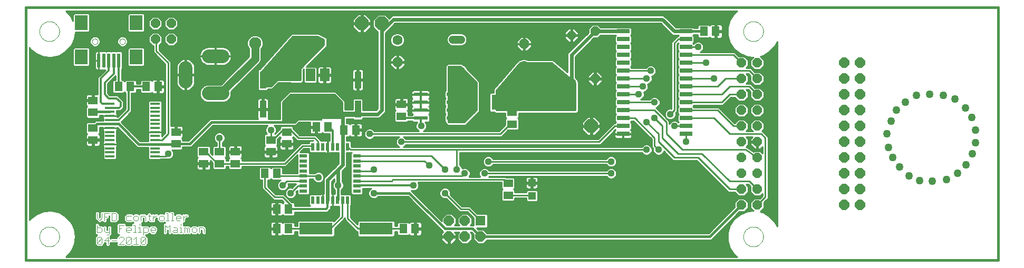
<source format=gtl>
G75*
G70*
%OFA0B0*%
%FSLAX24Y24*%
%IPPOS*%
%LPD*%
%AMOC8*
5,1,8,0,0,1.08239X$1,22.5*
%
%ADD10C,0.0160*%
%ADD11C,0.0040*%
%ADD12R,0.0512X0.0591*%
%ADD13R,0.0591X0.0512*%
%ADD14R,0.2100X0.0760*%
%ADD15R,0.0394X0.1102*%
%ADD16C,0.0516*%
%ADD17OC8,0.0630*%
%ADD18C,0.0630*%
%ADD19OC8,0.0560*%
%ADD20R,0.0800X0.0260*%
%ADD21OC8,0.0600*%
%ADD22C,0.0500*%
%ADD23R,0.0870X0.0240*%
%ADD24R,0.0709X0.0945*%
%ADD25R,0.0220X0.0500*%
%ADD26R,0.0500X0.0220*%
%ADD27R,0.0640X0.0640*%
%ADD28OC8,0.0640*%
%ADD29C,0.0860*%
%ADD30C,0.0760*%
%ADD31C,0.0000*%
%ADD32R,0.0591X0.0157*%
%ADD33R,0.0591X0.0787*%
%ADD34R,0.1496X0.0787*%
%ADD35R,0.0787X0.0945*%
%ADD36R,0.0197X0.0909*%
%ADD37R,0.0472X0.0472*%
%ADD38OC8,0.0850*%
%ADD39C,0.0100*%
%ADD40C,0.0440*%
%ADD41C,0.0320*%
%ADD42C,0.0240*%
%ADD43C,0.0120*%
%ADD44C,0.0594*%
%ADD45C,0.0500*%
D10*
X000212Y000212D02*
X061704Y000212D01*
X061704Y016212D01*
X000212Y016212D01*
X000212Y000212D01*
X016086Y005712D02*
X016243Y005554D01*
X019962Y004962D02*
X019962Y004049D01*
X019934Y004022D01*
X022212Y004462D02*
X024462Y004462D01*
X026712Y002212D01*
X028462Y002212D01*
X028962Y001712D01*
X043462Y001712D01*
X045462Y003712D01*
X021712Y009462D02*
X020249Y009424D01*
X018212Y009471D02*
X018202Y009462D01*
X017712Y009462D01*
X017212Y008962D01*
X011962Y008962D01*
X010588Y007588D01*
X009712Y007588D01*
X009690Y007566D02*
X008389Y007566D01*
X007357Y007566D01*
X006078Y008846D01*
X005534Y008846D01*
X004727Y008846D01*
X004464Y008582D01*
X004462Y009588D02*
X004487Y009613D01*
X005534Y009613D01*
X041942Y014712D02*
X043088Y014712D01*
D11*
X009489Y003192D02*
X009489Y002732D01*
X009565Y002732D02*
X009412Y002732D01*
X009258Y002732D02*
X009105Y002732D01*
X009182Y002732D02*
X009182Y003192D01*
X009105Y003192D01*
X008875Y003039D02*
X008721Y003039D01*
X008645Y002962D01*
X008645Y002808D01*
X008721Y002732D01*
X008875Y002732D01*
X008952Y002808D01*
X008952Y002962D01*
X008875Y003039D01*
X008491Y003039D02*
X008414Y003039D01*
X008261Y002885D01*
X008261Y002732D02*
X008261Y003039D01*
X008108Y003039D02*
X007954Y003039D01*
X008031Y003115D02*
X008031Y002808D01*
X008108Y002732D01*
X007801Y002732D02*
X007801Y002962D01*
X007724Y003039D01*
X007494Y003039D01*
X007494Y002732D01*
X007340Y002808D02*
X007340Y002962D01*
X007264Y003039D01*
X007110Y003039D01*
X007033Y002962D01*
X007033Y002808D01*
X007110Y002732D01*
X007264Y002732D01*
X007340Y002808D01*
X006880Y002732D02*
X006650Y002732D01*
X006573Y002808D01*
X006573Y002962D01*
X006650Y003039D01*
X006880Y003039D01*
X005959Y003115D02*
X005959Y002808D01*
X005883Y002732D01*
X005652Y002732D01*
X005652Y003192D01*
X005883Y003192D01*
X005959Y003115D01*
X005499Y003192D02*
X005192Y003192D01*
X005192Y002732D01*
X005039Y002885D02*
X005039Y003192D01*
X005192Y002962D02*
X005345Y002962D01*
X005039Y002885D02*
X004885Y002732D01*
X004732Y002885D01*
X004732Y003192D01*
X007417Y002519D02*
X007417Y002442D01*
X007417Y002289D02*
X007417Y001982D01*
X007340Y001982D02*
X007494Y001982D01*
X007647Y001982D02*
X007877Y001982D01*
X007954Y002058D01*
X007954Y002212D01*
X007877Y002289D01*
X007647Y002289D01*
X007647Y001828D01*
X007570Y001692D02*
X007724Y001692D01*
X007801Y001615D01*
X007494Y001308D01*
X007570Y001232D01*
X007724Y001232D01*
X007801Y001308D01*
X007801Y001615D01*
X007570Y001692D02*
X007494Y001615D01*
X007494Y001308D01*
X007340Y001232D02*
X007033Y001232D01*
X007187Y001232D02*
X007187Y001692D01*
X007033Y001539D01*
X006880Y001615D02*
X006573Y001308D01*
X006650Y001232D01*
X006803Y001232D01*
X006880Y001308D01*
X006880Y001615D01*
X006803Y001692D01*
X006650Y001692D01*
X006573Y001615D01*
X006573Y001308D01*
X006420Y001232D02*
X006113Y001232D01*
X006420Y001539D01*
X006420Y001615D01*
X006343Y001692D01*
X006189Y001692D01*
X006113Y001615D01*
X005959Y001462D02*
X005652Y001462D01*
X005499Y001462D02*
X005192Y001462D01*
X005422Y001692D01*
X005422Y001232D01*
X005039Y001308D02*
X004962Y001232D01*
X004808Y001232D01*
X004732Y001308D01*
X005039Y001615D01*
X005039Y001308D01*
X004732Y001308D02*
X004732Y001615D01*
X004808Y001692D01*
X004962Y001692D01*
X005039Y001615D01*
X005345Y001828D02*
X005422Y001828D01*
X005499Y001905D01*
X005499Y002289D01*
X005192Y002289D02*
X005192Y002058D01*
X005269Y001982D01*
X005499Y001982D01*
X005039Y002058D02*
X005039Y002212D01*
X004962Y002289D01*
X004732Y002289D01*
X004732Y002442D02*
X004732Y001982D01*
X004962Y001982D01*
X005039Y002058D01*
X006113Y001982D02*
X006113Y002442D01*
X006420Y002442D01*
X006650Y002289D02*
X006803Y002289D01*
X006880Y002212D01*
X006880Y002135D01*
X006573Y002135D01*
X006573Y002058D02*
X006573Y002212D01*
X006650Y002289D01*
X006573Y002058D02*
X006650Y001982D01*
X006803Y001982D01*
X007033Y001982D02*
X007187Y001982D01*
X007110Y001982D02*
X007110Y002442D01*
X007033Y002442D01*
X007340Y002289D02*
X007417Y002289D01*
X006266Y002212D02*
X006113Y002212D01*
X008108Y002212D02*
X008108Y002058D01*
X008184Y001982D01*
X008338Y001982D01*
X008414Y002135D02*
X008108Y002135D01*
X008108Y002212D02*
X008184Y002289D01*
X008338Y002289D01*
X008414Y002212D01*
X008414Y002135D01*
X009028Y001982D02*
X009028Y002442D01*
X009182Y002289D01*
X009335Y002442D01*
X009335Y001982D01*
X009489Y002058D02*
X009565Y002135D01*
X009796Y002135D01*
X009796Y002212D02*
X009796Y001982D01*
X009565Y001982D01*
X009489Y002058D01*
X009565Y002289D02*
X009719Y002289D01*
X009796Y002212D01*
X009949Y002289D02*
X010026Y002289D01*
X010026Y001982D01*
X010102Y001982D02*
X009949Y001982D01*
X010256Y001982D02*
X010256Y002289D01*
X010333Y002289D01*
X010409Y002212D01*
X010486Y002289D01*
X010563Y002212D01*
X010563Y001982D01*
X010409Y001982D02*
X010409Y002212D01*
X010716Y002212D02*
X010716Y002058D01*
X010793Y001982D01*
X010946Y001982D01*
X011023Y002058D01*
X011023Y002212D01*
X010946Y002289D01*
X010793Y002289D01*
X010716Y002212D01*
X011177Y002289D02*
X011177Y001982D01*
X011483Y001982D02*
X011483Y002212D01*
X011407Y002289D01*
X011177Y002289D01*
X010026Y002442D02*
X010026Y002519D01*
X009949Y002732D02*
X009795Y002732D01*
X009719Y002808D01*
X009719Y002962D01*
X009795Y003039D01*
X009949Y003039D01*
X010026Y002962D01*
X010026Y002885D01*
X009719Y002885D01*
X010179Y002885D02*
X010333Y003039D01*
X010409Y003039D01*
X010179Y003039D02*
X010179Y002732D01*
X009489Y003192D02*
X009412Y003192D01*
D12*
X016088Y003462D03*
X016836Y003462D03*
X016836Y002212D03*
X016088Y002212D03*
X024088Y002212D03*
X024836Y002212D03*
X016086Y005712D03*
X015338Y005712D03*
X020338Y008462D03*
X019336Y008659D03*
X018588Y008659D03*
X021086Y008462D03*
X008586Y011212D03*
X007838Y011212D03*
X006836Y011212D03*
X006088Y011212D03*
X043088Y014712D03*
X043836Y014712D03*
D13*
X030962Y009586D03*
X030962Y008838D03*
X023962Y009338D03*
X023962Y010086D03*
X016712Y008336D03*
X015712Y007836D03*
X016712Y007588D03*
X015712Y007088D03*
X013462Y007086D03*
X012462Y007086D03*
X011462Y007086D03*
X009712Y007588D03*
X009712Y008336D03*
X004464Y008582D03*
X004464Y007834D03*
X004462Y009588D03*
X004462Y010336D03*
X011462Y006338D03*
X012462Y006338D03*
X013462Y006338D03*
X030712Y005086D03*
X030712Y004338D03*
D14*
X022362Y002212D03*
X018562Y002212D03*
D15*
X021212Y009786D03*
X015212Y009786D03*
X015212Y011637D03*
X021212Y011637D03*
D16*
X027204Y012227D02*
X027719Y012227D01*
X027719Y014196D02*
X027204Y014196D01*
D17*
X031712Y013912D03*
X023712Y012762D03*
D18*
X023712Y014162D03*
X031712Y012512D03*
D19*
X034712Y011462D03*
X034712Y014462D03*
D20*
X037982Y014712D03*
X037982Y014212D03*
X037982Y013712D03*
X037982Y013212D03*
X037982Y012712D03*
X037982Y012212D03*
X037982Y011712D03*
X037982Y011212D03*
X037982Y010712D03*
X037982Y010212D03*
X037982Y009712D03*
X037982Y009212D03*
X037982Y008712D03*
X037982Y008212D03*
X041942Y008212D03*
X041942Y008712D03*
X041942Y009212D03*
X041942Y009712D03*
X041942Y010212D03*
X041942Y010712D03*
X041942Y011212D03*
X041942Y011712D03*
X041942Y012212D03*
X041942Y012712D03*
X041942Y013212D03*
X041942Y013712D03*
X041942Y014212D03*
X041942Y014712D03*
D21*
X036212Y014712D03*
X045462Y012712D03*
X046462Y012712D03*
X046462Y011712D03*
X045462Y011712D03*
X045462Y010712D03*
X046462Y010712D03*
X046462Y009712D03*
X045462Y009712D03*
X045462Y008712D03*
X046462Y008712D03*
X046462Y007712D03*
X045462Y007712D03*
X045462Y006712D03*
X046462Y006712D03*
X046462Y005712D03*
X045462Y005712D03*
X045462Y004712D03*
X046462Y004712D03*
X046462Y003712D03*
X045462Y003712D03*
X036212Y011712D03*
X009409Y014212D03*
X008409Y014212D03*
X008409Y015212D03*
X009409Y015212D03*
D22*
X054662Y008212D03*
X054912Y009012D03*
X055262Y009712D03*
X055812Y010212D03*
X056512Y010662D03*
X057362Y010712D03*
X058212Y010662D03*
X058962Y010412D03*
X059612Y009862D03*
X060012Y009262D03*
X060262Y008462D03*
X060262Y007662D03*
X060062Y006962D03*
X059662Y006262D03*
X059112Y005712D03*
X058412Y005312D03*
X057512Y005212D03*
X056712Y005262D03*
X056062Y005562D03*
X055462Y006112D03*
X055012Y006712D03*
X054762Y007362D03*
D23*
X027242Y009212D03*
X027242Y009712D03*
X027242Y010212D03*
X027242Y010712D03*
X025182Y010712D03*
X025182Y010212D03*
X025182Y009712D03*
X025182Y009212D03*
D24*
X028414Y010212D03*
X030009Y010212D03*
D25*
X020564Y007402D03*
X020249Y007402D03*
X019934Y007402D03*
X019619Y007402D03*
X019304Y007402D03*
X018989Y007402D03*
X018674Y007402D03*
X018359Y007402D03*
X018359Y004022D03*
X018674Y004022D03*
X018989Y004022D03*
X019304Y004022D03*
X019619Y004022D03*
X019934Y004022D03*
X020249Y004022D03*
X020564Y004022D03*
D26*
X021152Y004609D03*
X021152Y004924D03*
X021152Y005239D03*
X021152Y005554D03*
X021152Y005869D03*
X021152Y006184D03*
X021152Y006499D03*
X021152Y006814D03*
X017772Y006814D03*
X017772Y006499D03*
X017772Y006184D03*
X017772Y005869D03*
X017772Y005554D03*
X017772Y005239D03*
X017772Y004924D03*
X017772Y004609D03*
D27*
X028962Y002712D03*
D28*
X027962Y002712D03*
X026962Y002712D03*
X026962Y001712D03*
X027962Y001712D03*
X028962Y001712D03*
X051962Y003712D03*
X052962Y003712D03*
X052962Y004712D03*
X051962Y004712D03*
X051962Y005712D03*
X052962Y005712D03*
X052962Y006712D03*
X051962Y006712D03*
X051962Y007712D03*
X052962Y007712D03*
X052962Y008712D03*
X051962Y008712D03*
X051962Y009712D03*
X052962Y009712D03*
X052962Y010712D03*
X051962Y010712D03*
X051962Y011712D03*
X052962Y011712D03*
X052962Y012712D03*
X051962Y012712D03*
D29*
X012642Y013143D02*
X011782Y013143D01*
X010322Y012392D02*
X010322Y011532D01*
X011782Y010781D02*
X012642Y010781D01*
D30*
X014712Y013962D03*
X018712Y013962D03*
D31*
X006151Y014068D02*
X006153Y014094D01*
X006159Y014120D01*
X006169Y014145D01*
X006182Y014168D01*
X006198Y014188D01*
X006218Y014206D01*
X006240Y014221D01*
X006263Y014233D01*
X006289Y014241D01*
X006315Y014245D01*
X006341Y014245D01*
X006367Y014241D01*
X006393Y014233D01*
X006417Y014221D01*
X006438Y014206D01*
X006458Y014188D01*
X006474Y014168D01*
X006487Y014145D01*
X006497Y014120D01*
X006503Y014094D01*
X006505Y014068D01*
X006503Y014042D01*
X006497Y014016D01*
X006487Y013991D01*
X006474Y013968D01*
X006458Y013948D01*
X006438Y013930D01*
X006416Y013915D01*
X006393Y013903D01*
X006367Y013895D01*
X006341Y013891D01*
X006315Y013891D01*
X006289Y013895D01*
X006263Y013903D01*
X006239Y013915D01*
X006218Y013930D01*
X006198Y013948D01*
X006182Y013968D01*
X006169Y013991D01*
X006159Y014016D01*
X006153Y014042D01*
X006151Y014068D01*
X004419Y014068D02*
X004421Y014094D01*
X004427Y014120D01*
X004437Y014145D01*
X004450Y014168D01*
X004466Y014188D01*
X004486Y014206D01*
X004508Y014221D01*
X004531Y014233D01*
X004557Y014241D01*
X004583Y014245D01*
X004609Y014245D01*
X004635Y014241D01*
X004661Y014233D01*
X004685Y014221D01*
X004706Y014206D01*
X004726Y014188D01*
X004742Y014168D01*
X004755Y014145D01*
X004765Y014120D01*
X004771Y014094D01*
X004773Y014068D01*
X004771Y014042D01*
X004765Y014016D01*
X004755Y013991D01*
X004742Y013968D01*
X004726Y013948D01*
X004706Y013930D01*
X004684Y013915D01*
X004661Y013903D01*
X004635Y013895D01*
X004609Y013891D01*
X004583Y013891D01*
X004557Y013895D01*
X004531Y013903D01*
X004507Y013915D01*
X004486Y013930D01*
X004466Y013948D01*
X004450Y013968D01*
X004437Y013991D01*
X004427Y014016D01*
X004421Y014042D01*
X004419Y014068D01*
X001082Y014712D02*
X001084Y014762D01*
X001090Y014812D01*
X001100Y014861D01*
X001114Y014909D01*
X001131Y014956D01*
X001152Y015001D01*
X001177Y015045D01*
X001205Y015086D01*
X001237Y015125D01*
X001271Y015162D01*
X001308Y015196D01*
X001348Y015226D01*
X001390Y015253D01*
X001434Y015277D01*
X001480Y015298D01*
X001527Y015314D01*
X001575Y015327D01*
X001625Y015336D01*
X001674Y015341D01*
X001725Y015342D01*
X001775Y015339D01*
X001824Y015332D01*
X001873Y015321D01*
X001921Y015306D01*
X001967Y015288D01*
X002012Y015266D01*
X002055Y015240D01*
X002096Y015211D01*
X002135Y015179D01*
X002171Y015144D01*
X002203Y015106D01*
X002233Y015066D01*
X002260Y015023D01*
X002283Y014979D01*
X002302Y014933D01*
X002318Y014885D01*
X002330Y014836D01*
X002338Y014787D01*
X002342Y014737D01*
X002342Y014687D01*
X002338Y014637D01*
X002330Y014588D01*
X002318Y014539D01*
X002302Y014491D01*
X002283Y014445D01*
X002260Y014401D01*
X002233Y014358D01*
X002203Y014318D01*
X002171Y014280D01*
X002135Y014245D01*
X002096Y014213D01*
X002055Y014184D01*
X002012Y014158D01*
X001967Y014136D01*
X001921Y014118D01*
X001873Y014103D01*
X001824Y014092D01*
X001775Y014085D01*
X001725Y014082D01*
X001674Y014083D01*
X001625Y014088D01*
X001575Y014097D01*
X001527Y014110D01*
X001480Y014126D01*
X001434Y014147D01*
X001390Y014171D01*
X001348Y014198D01*
X001308Y014228D01*
X001271Y014262D01*
X001237Y014299D01*
X001205Y014338D01*
X001177Y014379D01*
X001152Y014423D01*
X001131Y014468D01*
X001114Y014515D01*
X001100Y014563D01*
X001090Y014612D01*
X001084Y014662D01*
X001082Y014712D01*
X045582Y014712D02*
X045584Y014762D01*
X045590Y014812D01*
X045600Y014861D01*
X045614Y014909D01*
X045631Y014956D01*
X045652Y015001D01*
X045677Y015045D01*
X045705Y015086D01*
X045737Y015125D01*
X045771Y015162D01*
X045808Y015196D01*
X045848Y015226D01*
X045890Y015253D01*
X045934Y015277D01*
X045980Y015298D01*
X046027Y015314D01*
X046075Y015327D01*
X046125Y015336D01*
X046174Y015341D01*
X046225Y015342D01*
X046275Y015339D01*
X046324Y015332D01*
X046373Y015321D01*
X046421Y015306D01*
X046467Y015288D01*
X046512Y015266D01*
X046555Y015240D01*
X046596Y015211D01*
X046635Y015179D01*
X046671Y015144D01*
X046703Y015106D01*
X046733Y015066D01*
X046760Y015023D01*
X046783Y014979D01*
X046802Y014933D01*
X046818Y014885D01*
X046830Y014836D01*
X046838Y014787D01*
X046842Y014737D01*
X046842Y014687D01*
X046838Y014637D01*
X046830Y014588D01*
X046818Y014539D01*
X046802Y014491D01*
X046783Y014445D01*
X046760Y014401D01*
X046733Y014358D01*
X046703Y014318D01*
X046671Y014280D01*
X046635Y014245D01*
X046596Y014213D01*
X046555Y014184D01*
X046512Y014158D01*
X046467Y014136D01*
X046421Y014118D01*
X046373Y014103D01*
X046324Y014092D01*
X046275Y014085D01*
X046225Y014082D01*
X046174Y014083D01*
X046125Y014088D01*
X046075Y014097D01*
X046027Y014110D01*
X045980Y014126D01*
X045934Y014147D01*
X045890Y014171D01*
X045848Y014198D01*
X045808Y014228D01*
X045771Y014262D01*
X045737Y014299D01*
X045705Y014338D01*
X045677Y014379D01*
X045652Y014423D01*
X045631Y014468D01*
X045614Y014515D01*
X045600Y014563D01*
X045590Y014612D01*
X045584Y014662D01*
X045582Y014712D01*
X045582Y001712D02*
X045584Y001762D01*
X045590Y001812D01*
X045600Y001861D01*
X045614Y001909D01*
X045631Y001956D01*
X045652Y002001D01*
X045677Y002045D01*
X045705Y002086D01*
X045737Y002125D01*
X045771Y002162D01*
X045808Y002196D01*
X045848Y002226D01*
X045890Y002253D01*
X045934Y002277D01*
X045980Y002298D01*
X046027Y002314D01*
X046075Y002327D01*
X046125Y002336D01*
X046174Y002341D01*
X046225Y002342D01*
X046275Y002339D01*
X046324Y002332D01*
X046373Y002321D01*
X046421Y002306D01*
X046467Y002288D01*
X046512Y002266D01*
X046555Y002240D01*
X046596Y002211D01*
X046635Y002179D01*
X046671Y002144D01*
X046703Y002106D01*
X046733Y002066D01*
X046760Y002023D01*
X046783Y001979D01*
X046802Y001933D01*
X046818Y001885D01*
X046830Y001836D01*
X046838Y001787D01*
X046842Y001737D01*
X046842Y001687D01*
X046838Y001637D01*
X046830Y001588D01*
X046818Y001539D01*
X046802Y001491D01*
X046783Y001445D01*
X046760Y001401D01*
X046733Y001358D01*
X046703Y001318D01*
X046671Y001280D01*
X046635Y001245D01*
X046596Y001213D01*
X046555Y001184D01*
X046512Y001158D01*
X046467Y001136D01*
X046421Y001118D01*
X046373Y001103D01*
X046324Y001092D01*
X046275Y001085D01*
X046225Y001082D01*
X046174Y001083D01*
X046125Y001088D01*
X046075Y001097D01*
X046027Y001110D01*
X045980Y001126D01*
X045934Y001147D01*
X045890Y001171D01*
X045848Y001198D01*
X045808Y001228D01*
X045771Y001262D01*
X045737Y001299D01*
X045705Y001338D01*
X045677Y001379D01*
X045652Y001423D01*
X045631Y001468D01*
X045614Y001515D01*
X045600Y001563D01*
X045590Y001612D01*
X045584Y001662D01*
X045582Y001712D01*
X001082Y001712D02*
X001084Y001762D01*
X001090Y001812D01*
X001100Y001861D01*
X001114Y001909D01*
X001131Y001956D01*
X001152Y002001D01*
X001177Y002045D01*
X001205Y002086D01*
X001237Y002125D01*
X001271Y002162D01*
X001308Y002196D01*
X001348Y002226D01*
X001390Y002253D01*
X001434Y002277D01*
X001480Y002298D01*
X001527Y002314D01*
X001575Y002327D01*
X001625Y002336D01*
X001674Y002341D01*
X001725Y002342D01*
X001775Y002339D01*
X001824Y002332D01*
X001873Y002321D01*
X001921Y002306D01*
X001967Y002288D01*
X002012Y002266D01*
X002055Y002240D01*
X002096Y002211D01*
X002135Y002179D01*
X002171Y002144D01*
X002203Y002106D01*
X002233Y002066D01*
X002260Y002023D01*
X002283Y001979D01*
X002302Y001933D01*
X002318Y001885D01*
X002330Y001836D01*
X002338Y001787D01*
X002342Y001737D01*
X002342Y001687D01*
X002338Y001637D01*
X002330Y001588D01*
X002318Y001539D01*
X002302Y001491D01*
X002283Y001445D01*
X002260Y001401D01*
X002233Y001358D01*
X002203Y001318D01*
X002171Y001280D01*
X002135Y001245D01*
X002096Y001213D01*
X002055Y001184D01*
X002012Y001158D01*
X001967Y001136D01*
X001921Y001118D01*
X001873Y001103D01*
X001824Y001092D01*
X001775Y001085D01*
X001725Y001082D01*
X001674Y001083D01*
X001625Y001088D01*
X001575Y001097D01*
X001527Y001110D01*
X001480Y001126D01*
X001434Y001147D01*
X001390Y001171D01*
X001348Y001198D01*
X001308Y001228D01*
X001271Y001262D01*
X001237Y001299D01*
X001205Y001338D01*
X001177Y001379D01*
X001152Y001423D01*
X001131Y001468D01*
X001114Y001515D01*
X001100Y001563D01*
X001090Y001612D01*
X001084Y001662D01*
X001082Y001712D01*
D32*
X005534Y006798D03*
X005534Y007054D03*
X005534Y007310D03*
X005534Y007566D03*
X005534Y007822D03*
X005534Y008078D03*
X005534Y008334D03*
X005534Y008590D03*
X005534Y008846D03*
X005534Y009101D03*
X005534Y009357D03*
X005534Y009613D03*
X005534Y009869D03*
X005534Y010125D03*
X008389Y010125D03*
X008389Y009869D03*
X008389Y009613D03*
X008389Y009357D03*
X008389Y009101D03*
X008389Y008846D03*
X008389Y008590D03*
X008389Y008334D03*
X008389Y008078D03*
X008389Y007822D03*
X008389Y007566D03*
X008389Y007310D03*
X008389Y007054D03*
X008389Y006798D03*
D33*
X017306Y011952D03*
X018212Y011952D03*
X019117Y011952D03*
D34*
X018212Y009471D03*
D35*
X007194Y013084D03*
X003729Y013084D03*
X003729Y015249D03*
X007194Y015249D03*
D36*
X006092Y012862D03*
X005777Y012862D03*
X005462Y012862D03*
X005147Y012862D03*
X004832Y012862D03*
D37*
X032212Y005125D03*
X032212Y004298D03*
D38*
X035962Y008712D03*
X033212Y010212D03*
X016212Y012712D03*
X021462Y015212D03*
X022712Y015212D03*
D39*
X022157Y015190D02*
X021512Y015190D01*
X021512Y015162D02*
X021512Y015262D01*
X022037Y015262D01*
X022037Y015450D01*
X021700Y015787D01*
X021512Y015787D01*
X021512Y015262D01*
X021412Y015262D01*
X021412Y015787D01*
X021223Y015787D01*
X020887Y015450D01*
X020887Y015262D01*
X021411Y015262D01*
X021411Y015162D01*
X020887Y015162D01*
X020887Y014973D01*
X021223Y014637D01*
X021412Y014637D01*
X021412Y015161D01*
X021512Y015161D01*
X021512Y014637D01*
X021700Y014637D01*
X022037Y014973D01*
X022037Y015162D01*
X021512Y015162D01*
X021512Y015092D02*
X021412Y015092D01*
X021411Y015190D02*
X009838Y015190D01*
X009838Y015092D02*
X020887Y015092D01*
X020887Y014993D02*
X009798Y014993D01*
X009838Y015034D02*
X009587Y014782D01*
X009230Y014782D01*
X008979Y015034D01*
X008979Y015390D01*
X009230Y015642D01*
X009587Y015642D01*
X009838Y015390D01*
X009838Y015034D01*
X009700Y014895D02*
X020966Y014895D01*
X021064Y014796D02*
X009601Y014796D01*
X009587Y014642D02*
X009230Y014642D01*
X008979Y014390D01*
X008979Y014034D01*
X009230Y013782D01*
X009587Y013782D01*
X009838Y014034D01*
X009838Y014390D01*
X009587Y014642D01*
X009629Y014599D02*
X022462Y014599D01*
X022462Y014662D02*
X022462Y009815D01*
X022358Y009712D01*
X021662Y009712D01*
X021538Y009712D01*
X021538Y010391D01*
X021462Y010468D01*
X020961Y010468D01*
X020885Y010391D01*
X020885Y009753D01*
X020392Y009755D01*
X020392Y010137D01*
X020392Y010286D01*
X019892Y010786D01*
X019786Y010892D01*
X017036Y010892D01*
X016887Y010892D01*
X016387Y010392D01*
X016282Y010286D01*
X016282Y009172D01*
X015545Y009172D01*
X015548Y009177D01*
X015558Y009216D01*
X015558Y009738D01*
X015260Y009738D01*
X015260Y009835D01*
X015163Y009835D01*
X015163Y009738D01*
X014865Y009738D01*
X014865Y009216D01*
X014875Y009177D01*
X014878Y009172D01*
X011875Y009172D01*
X011752Y009049D01*
X010501Y007798D01*
X010137Y007798D01*
X010137Y007897D01*
X010083Y007951D01*
X010099Y007960D01*
X010127Y007988D01*
X010147Y008022D01*
X010157Y008060D01*
X010157Y008286D01*
X009762Y008286D01*
X009762Y008386D01*
X010157Y008386D01*
X010157Y008611D01*
X010147Y008649D01*
X010127Y008684D01*
X010099Y008712D01*
X010065Y008731D01*
X010027Y008742D01*
X009762Y008742D01*
X009762Y008386D01*
X009662Y008386D01*
X009662Y008742D01*
X009397Y008742D01*
X009392Y008740D01*
X009392Y012637D01*
X009392Y012786D01*
X008642Y013536D01*
X008642Y013837D01*
X008838Y014034D01*
X008838Y014390D01*
X008587Y014642D01*
X008230Y014642D01*
X007979Y014390D01*
X007979Y014034D01*
X008230Y013782D01*
X008282Y013782D01*
X008282Y013387D01*
X008387Y013282D01*
X009032Y012637D01*
X009032Y008286D01*
X008814Y008069D01*
X008814Y008180D01*
X008824Y008197D01*
X008834Y008235D01*
X008834Y008333D01*
X008389Y008333D01*
X008389Y008334D01*
X008834Y008334D01*
X008834Y008432D01*
X008824Y008470D01*
X008814Y008487D01*
X008814Y008713D01*
X008814Y008969D01*
X008814Y009225D01*
X008814Y009481D01*
X008814Y009737D01*
X008814Y009992D01*
X008814Y010258D01*
X008738Y010334D01*
X008040Y010334D01*
X007964Y010258D01*
X007964Y009992D01*
X007964Y009737D01*
X007964Y009481D01*
X007964Y009225D01*
X007964Y008969D01*
X007964Y008713D01*
X007964Y008487D01*
X007954Y008470D01*
X007944Y008432D01*
X007944Y008334D01*
X008388Y008334D01*
X008388Y008333D01*
X007944Y008333D01*
X007944Y008235D01*
X007954Y008197D01*
X007964Y008180D01*
X007964Y007945D01*
X007964Y007776D01*
X007444Y007776D01*
X006244Y008976D01*
X006790Y009522D01*
X006902Y009633D01*
X006902Y010786D01*
X007145Y010786D01*
X007222Y010863D01*
X007222Y011022D01*
X007452Y011022D01*
X007452Y010863D01*
X007528Y010786D01*
X008147Y010786D01*
X008201Y010840D01*
X008210Y010824D01*
X008238Y010796D01*
X008272Y010777D01*
X008310Y010766D01*
X008536Y010766D01*
X008536Y011161D01*
X008636Y011161D01*
X008636Y010766D01*
X008861Y010766D01*
X008899Y010777D01*
X008934Y010796D01*
X008962Y010824D01*
X008981Y010858D01*
X008992Y010897D01*
X008992Y011162D01*
X008636Y011162D01*
X008636Y011262D01*
X008536Y011262D01*
X008536Y011657D01*
X008310Y011657D01*
X008272Y011647D01*
X008238Y011627D01*
X008210Y011599D01*
X008201Y011583D01*
X008147Y011637D01*
X007528Y011637D01*
X007452Y011561D01*
X007452Y011402D01*
X007222Y011402D01*
X007222Y011561D01*
X007145Y011637D01*
X006526Y011637D01*
X006462Y011573D01*
X006397Y011637D01*
X006282Y011637D01*
X006282Y012315D01*
X006320Y012353D01*
X006320Y013370D01*
X006244Y013446D01*
X005939Y013446D01*
X005934Y013441D01*
X005929Y013446D01*
X005624Y013446D01*
X005619Y013441D01*
X005614Y013446D01*
X005309Y013446D01*
X005304Y013441D01*
X005299Y013446D01*
X005005Y013446D01*
X004988Y013456D01*
X004950Y013466D01*
X004832Y013466D01*
X004832Y012862D01*
X004831Y012862D01*
X004831Y012861D01*
X004583Y012861D01*
X004583Y012388D01*
X004594Y012349D01*
X004613Y012315D01*
X004641Y012287D01*
X004675Y012268D01*
X004714Y012257D01*
X004831Y012257D01*
X004831Y012861D01*
X004832Y012861D01*
X004832Y012257D01*
X004950Y012257D01*
X004988Y012268D01*
X005005Y012277D01*
X005259Y012277D01*
X004883Y011902D01*
X004772Y011790D01*
X004772Y010742D01*
X004512Y010742D01*
X004512Y010386D01*
X004412Y010386D01*
X004412Y010742D01*
X004147Y010742D01*
X004108Y010731D01*
X004074Y010712D01*
X004046Y010684D01*
X004027Y010649D01*
X004016Y010611D01*
X004016Y010386D01*
X004411Y010386D01*
X004411Y010286D01*
X004016Y010286D01*
X004016Y010060D01*
X004027Y010022D01*
X004046Y009988D01*
X004074Y009960D01*
X004090Y009951D01*
X004036Y009897D01*
X004036Y009278D01*
X004113Y009202D01*
X004811Y009202D01*
X004887Y009278D01*
X004887Y009403D01*
X005089Y009403D01*
X005089Y009357D01*
X005089Y009259D01*
X005099Y009221D01*
X005109Y009204D01*
X005109Y009055D01*
X004814Y009055D01*
X004640Y009055D01*
X004553Y008968D01*
X004114Y008968D01*
X004038Y008891D01*
X004038Y008272D01*
X004092Y008219D01*
X004076Y008210D01*
X004048Y008182D01*
X004029Y008147D01*
X004018Y008109D01*
X004018Y007884D01*
X004413Y007884D01*
X004413Y007784D01*
X004018Y007784D01*
X004018Y007558D01*
X004029Y007520D01*
X004048Y007486D01*
X004076Y007458D01*
X004110Y007438D01*
X004149Y007428D01*
X004414Y007428D01*
X004414Y007784D01*
X004514Y007784D01*
X004514Y007884D01*
X004909Y007884D01*
X004909Y008109D01*
X004899Y008147D01*
X004879Y008182D01*
X004851Y008210D01*
X004835Y008219D01*
X004889Y008272D01*
X004889Y008636D01*
X005089Y008636D01*
X005089Y008590D01*
X005534Y008590D01*
X005534Y008589D01*
X005089Y008589D01*
X005089Y008491D01*
X005099Y008453D01*
X005109Y008436D01*
X005109Y008210D01*
X005109Y007954D01*
X005109Y007720D01*
X005099Y007703D01*
X005089Y007664D01*
X005089Y007566D01*
X005534Y007566D01*
X005534Y007566D01*
X005089Y007566D01*
X005089Y007467D01*
X005099Y007429D01*
X005109Y007412D01*
X005109Y007187D01*
X005109Y006931D01*
X005109Y006666D01*
X005185Y006590D01*
X005884Y006590D01*
X005960Y006666D01*
X005960Y006931D01*
X005960Y007187D01*
X005960Y007412D01*
X005969Y007429D01*
X005980Y007467D01*
X005980Y007566D01*
X005980Y007664D01*
X005969Y007703D01*
X005960Y007720D01*
X005960Y007954D01*
X005960Y008210D01*
X005960Y008436D01*
X005969Y008453D01*
X005980Y008491D01*
X005980Y008589D01*
X005535Y008589D01*
X005535Y008590D01*
X005980Y008590D01*
X005980Y008636D01*
X005991Y008636D01*
X007270Y007356D01*
X007444Y007356D01*
X007964Y007356D01*
X007964Y007177D01*
X007964Y006922D01*
X007964Y006666D01*
X008040Y006590D01*
X008738Y006590D01*
X008767Y006618D01*
X008974Y006618D01*
X009123Y006618D01*
X009124Y006619D01*
X009142Y006612D01*
X009281Y006612D01*
X009410Y006665D01*
X009508Y006763D01*
X009562Y006892D01*
X009562Y007031D01*
X009508Y007160D01*
X009466Y007202D01*
X010061Y007202D01*
X010137Y007278D01*
X010137Y007378D01*
X010501Y007378D01*
X010675Y007378D01*
X012049Y008752D01*
X015507Y008752D01*
X015415Y008660D01*
X015362Y008531D01*
X015362Y008392D01*
X015415Y008263D01*
X015457Y008222D01*
X015363Y008222D01*
X015286Y008145D01*
X015286Y007526D01*
X015340Y007472D01*
X015324Y007464D01*
X015296Y007436D01*
X015277Y007401D01*
X015266Y007363D01*
X015266Y007138D01*
X015661Y007138D01*
X015661Y007038D01*
X015266Y007038D01*
X015266Y006812D01*
X015277Y006774D01*
X015296Y006740D01*
X015324Y006712D01*
X015358Y006692D01*
X015397Y006682D01*
X015662Y006682D01*
X015662Y007037D01*
X015762Y007037D01*
X015762Y006682D01*
X016027Y006682D01*
X016065Y006692D01*
X016099Y006712D01*
X016127Y006740D01*
X016147Y006774D01*
X016157Y006812D01*
X016157Y007038D01*
X015762Y007038D01*
X015762Y007138D01*
X016157Y007138D01*
X016157Y007363D01*
X016147Y007401D01*
X016127Y007436D01*
X016099Y007464D01*
X016083Y007472D01*
X016137Y007526D01*
X016137Y007882D01*
X016286Y008032D01*
X016286Y008026D01*
X016340Y007972D01*
X016324Y007964D01*
X016296Y007936D01*
X016277Y007901D01*
X016266Y007863D01*
X016266Y007638D01*
X016661Y007638D01*
X016661Y007538D01*
X016266Y007538D01*
X016266Y007312D01*
X016277Y007274D01*
X016296Y007240D01*
X016324Y007212D01*
X016358Y007192D01*
X016397Y007182D01*
X016662Y007182D01*
X016662Y007537D01*
X016762Y007537D01*
X016762Y007182D01*
X017027Y007182D01*
X017065Y007192D01*
X017099Y007212D01*
X017127Y007240D01*
X017147Y007274D01*
X017157Y007312D01*
X017157Y007538D01*
X016762Y007538D01*
X016762Y007638D01*
X017157Y007638D01*
X017157Y007863D01*
X017147Y007901D01*
X017127Y007936D01*
X017099Y007964D01*
X017083Y007972D01*
X017137Y008026D01*
X017137Y008032D01*
X017387Y007782D01*
X017536Y007782D01*
X018387Y007782D01*
X018387Y007782D01*
X018195Y007782D01*
X018119Y007705D01*
X018119Y007642D01*
X017637Y007642D01*
X017532Y007536D01*
X016513Y006518D01*
X013887Y006518D01*
X013887Y006647D01*
X013833Y006701D01*
X013849Y006710D01*
X013877Y006738D01*
X013897Y006772D01*
X013907Y006810D01*
X013907Y007036D01*
X013512Y007036D01*
X013512Y007136D01*
X013907Y007136D01*
X013907Y007361D01*
X013897Y007399D01*
X013877Y007434D01*
X013849Y007462D01*
X013815Y007481D01*
X013777Y007492D01*
X013512Y007492D01*
X013512Y007136D01*
X013412Y007136D01*
X013412Y007492D01*
X013147Y007492D01*
X013108Y007481D01*
X013074Y007462D01*
X013046Y007434D01*
X013027Y007399D01*
X013016Y007361D01*
X013016Y007136D01*
X013411Y007136D01*
X013411Y007036D01*
X013016Y007036D01*
X013016Y006810D01*
X013027Y006772D01*
X013046Y006738D01*
X013074Y006710D01*
X013090Y006701D01*
X013036Y006647D01*
X013036Y006518D01*
X012887Y006518D01*
X012887Y006647D01*
X012823Y006712D01*
X012887Y006776D01*
X012887Y007395D01*
X012811Y007472D01*
X012642Y007472D01*
X012642Y007657D01*
X012660Y007665D01*
X012758Y007763D01*
X012812Y007892D01*
X012812Y008031D01*
X012758Y008160D01*
X012660Y008258D01*
X012531Y008312D01*
X012392Y008312D01*
X012263Y008258D01*
X012165Y008160D01*
X012112Y008031D01*
X012112Y007892D01*
X012165Y007763D01*
X012263Y007665D01*
X012282Y007657D01*
X012282Y007472D01*
X012113Y007472D01*
X012036Y007395D01*
X012036Y006891D01*
X011892Y007036D01*
X011887Y007041D01*
X011887Y007395D01*
X011811Y007472D01*
X011113Y007472D01*
X011036Y007395D01*
X011036Y006776D01*
X011090Y006722D01*
X011074Y006714D01*
X011046Y006686D01*
X011027Y006651D01*
X011016Y006613D01*
X011016Y006388D01*
X011411Y006388D01*
X011411Y006288D01*
X011016Y006288D01*
X011016Y006062D01*
X011027Y006024D01*
X011046Y005990D01*
X011074Y005962D01*
X011108Y005942D01*
X011147Y005932D01*
X011412Y005932D01*
X011412Y006287D01*
X011512Y006287D01*
X011512Y005932D01*
X011777Y005932D01*
X011815Y005942D01*
X011849Y005962D01*
X011877Y005990D01*
X011897Y006024D01*
X011907Y006062D01*
X011907Y006288D01*
X011512Y006288D01*
X011512Y006388D01*
X011907Y006388D01*
X011907Y006512D01*
X012036Y006382D01*
X012036Y006028D01*
X012113Y005952D01*
X012811Y005952D01*
X012887Y006028D01*
X012887Y006158D01*
X013036Y006158D01*
X013036Y006028D01*
X013113Y005952D01*
X013811Y005952D01*
X013887Y006028D01*
X013887Y006158D01*
X016513Y006158D01*
X016662Y006158D01*
X017392Y006887D01*
X017392Y006663D01*
X017392Y006348D01*
X017392Y006033D01*
X017392Y005734D01*
X016472Y005734D01*
X016472Y006061D01*
X016395Y006137D01*
X015776Y006137D01*
X015712Y006073D01*
X015647Y006137D01*
X015028Y006137D01*
X014952Y006061D01*
X014952Y005363D01*
X015028Y005286D01*
X015158Y005286D01*
X015158Y004910D01*
X015158Y004761D01*
X015782Y004137D01*
X015887Y004032D01*
X016387Y004032D01*
X016532Y003887D01*
X016526Y003887D01*
X016472Y003833D01*
X016464Y003849D01*
X016436Y003877D01*
X016401Y003897D01*
X016363Y003907D01*
X016138Y003907D01*
X016138Y003512D01*
X016038Y003512D01*
X016038Y003907D01*
X015812Y003907D01*
X015774Y003897D01*
X015740Y003877D01*
X015712Y003849D01*
X015692Y003815D01*
X015682Y003777D01*
X015682Y003512D01*
X016037Y003512D01*
X016037Y003412D01*
X015682Y003412D01*
X015682Y003147D01*
X015692Y003108D01*
X015712Y003074D01*
X015740Y003046D01*
X015774Y003027D01*
X015812Y003016D01*
X016038Y003016D01*
X016038Y003411D01*
X016138Y003411D01*
X016138Y003016D01*
X016363Y003016D01*
X016401Y003027D01*
X016436Y003046D01*
X016464Y003074D01*
X016472Y003090D01*
X016526Y003036D01*
X017145Y003036D01*
X017222Y003113D01*
X017222Y003272D01*
X019290Y003272D01*
X019402Y003383D01*
X019494Y003475D01*
X019494Y003622D01*
X019614Y003622D01*
X019614Y004016D01*
X019624Y004016D01*
X019624Y003622D01*
X019749Y003622D01*
X019787Y003632D01*
X019804Y003642D01*
X020032Y003642D01*
X020032Y003036D01*
X019691Y002696D01*
X019665Y002722D01*
X017458Y002722D01*
X017382Y002645D01*
X017382Y002392D01*
X017222Y002392D01*
X017222Y002561D01*
X017145Y002637D01*
X016526Y002637D01*
X016472Y002583D01*
X016464Y002599D01*
X016436Y002627D01*
X016401Y002647D01*
X016363Y002657D01*
X016138Y002657D01*
X016138Y002262D01*
X016038Y002262D01*
X016038Y002657D01*
X015812Y002657D01*
X015774Y002647D01*
X015740Y002627D01*
X015712Y002599D01*
X015692Y002565D01*
X015682Y002527D01*
X015682Y002262D01*
X016037Y002262D01*
X016037Y002162D01*
X015682Y002162D01*
X015682Y001897D01*
X015692Y001858D01*
X015712Y001824D01*
X015740Y001796D01*
X015774Y001777D01*
X015812Y001766D01*
X016038Y001766D01*
X016038Y002161D01*
X016138Y002161D01*
X016138Y001766D01*
X016363Y001766D01*
X016401Y001777D01*
X016436Y001796D01*
X016464Y001824D01*
X016472Y001840D01*
X016526Y001786D01*
X017145Y001786D01*
X017222Y001863D01*
X017222Y002032D01*
X017382Y002032D01*
X017382Y001778D01*
X017458Y001702D01*
X019665Y001702D01*
X019742Y001778D01*
X019742Y002237D01*
X020384Y002880D01*
X020384Y002785D01*
X021032Y002137D01*
X021137Y002032D01*
X021182Y002032D01*
X021182Y001778D01*
X021258Y001702D01*
X023465Y001702D01*
X023542Y001778D01*
X023542Y002032D01*
X023702Y002032D01*
X023702Y001863D01*
X023778Y001786D01*
X024397Y001786D01*
X024451Y001840D01*
X024460Y001824D01*
X024488Y001796D01*
X024522Y001777D01*
X024560Y001766D01*
X024786Y001766D01*
X024786Y002161D01*
X024886Y002161D01*
X024886Y001766D01*
X025111Y001766D01*
X025149Y001777D01*
X025184Y001796D01*
X025212Y001824D01*
X025231Y001858D01*
X025242Y001897D01*
X025242Y002162D01*
X024886Y002162D01*
X024886Y002262D01*
X024786Y002262D01*
X024786Y002657D01*
X024560Y002657D01*
X024522Y002647D01*
X024488Y002627D01*
X024460Y002599D01*
X024451Y002583D01*
X024397Y002637D01*
X023778Y002637D01*
X023702Y002561D01*
X023702Y002392D01*
X023542Y002392D01*
X023542Y002645D01*
X023465Y002722D01*
X021258Y002722D01*
X021182Y002645D01*
X021182Y002496D01*
X020744Y002934D01*
X020744Y003658D01*
X020804Y003718D01*
X020804Y004325D01*
X020728Y004402D01*
X020400Y004402D01*
X020172Y004402D01*
X020172Y004677D01*
X020258Y004763D01*
X020312Y004892D01*
X020312Y005031D01*
X020258Y005160D01*
X020212Y005207D01*
X020212Y005858D01*
X020391Y006037D01*
X020461Y006107D01*
X020499Y006199D01*
X020499Y007022D01*
X020728Y007022D01*
X020738Y007032D01*
X020826Y007032D01*
X020772Y006978D01*
X020772Y006650D01*
X020772Y006335D01*
X020772Y006020D01*
X020772Y005705D01*
X020772Y005390D01*
X020772Y005075D01*
X020772Y004760D01*
X020772Y004445D01*
X020848Y004369D01*
X021455Y004369D01*
X021532Y004445D01*
X021532Y004760D01*
X021532Y004772D01*
X022046Y004772D01*
X022013Y004758D01*
X021915Y004660D01*
X021862Y004531D01*
X021862Y004392D01*
X021915Y004263D01*
X022013Y004165D01*
X022142Y004112D01*
X022281Y004112D01*
X022410Y004165D01*
X022497Y004252D01*
X024375Y004252D01*
X026606Y002020D01*
X026492Y001906D01*
X026492Y001762D01*
X026911Y001762D01*
X026911Y001662D01*
X026492Y001662D01*
X026492Y001517D01*
X026767Y001242D01*
X026912Y001242D01*
X026912Y001661D01*
X027012Y001661D01*
X027012Y001242D01*
X027156Y001242D01*
X027432Y001517D01*
X027432Y001662D01*
X027012Y001662D01*
X027012Y001762D01*
X027432Y001762D01*
X027432Y001906D01*
X027336Y002002D01*
X027615Y002002D01*
X027512Y001898D01*
X027512Y001525D01*
X027775Y001262D01*
X028148Y001262D01*
X028412Y001525D01*
X028412Y001898D01*
X028308Y002002D01*
X028375Y002002D01*
X028512Y001865D01*
X028512Y001525D01*
X028775Y001262D01*
X029148Y001262D01*
X029388Y001502D01*
X043375Y001502D01*
X043549Y001502D01*
X045329Y003282D01*
X045640Y003282D01*
X045892Y003534D01*
X045892Y003890D01*
X045640Y004142D01*
X045284Y004142D01*
X045032Y003890D01*
X045032Y003579D01*
X043375Y001922D01*
X029388Y001922D01*
X029148Y002162D01*
X028809Y002162D01*
X028709Y002262D01*
X029335Y002262D01*
X029412Y002338D01*
X029412Y003085D01*
X029335Y003162D01*
X028766Y003162D01*
X028286Y003642D01*
X028137Y003642D01*
X027786Y003642D01*
X027054Y004374D01*
X027062Y004392D01*
X027062Y004531D01*
X027008Y004660D01*
X026910Y004758D01*
X026781Y004812D01*
X026642Y004812D01*
X026513Y004758D01*
X026415Y004660D01*
X026362Y004531D01*
X026362Y004392D01*
X026415Y004263D01*
X026513Y004165D01*
X026642Y004112D01*
X026781Y004112D01*
X026800Y004119D01*
X027532Y003387D01*
X027637Y003282D01*
X028137Y003282D01*
X028512Y002907D01*
X028512Y002422D01*
X028308Y002422D01*
X028412Y002525D01*
X028412Y002898D01*
X028148Y003162D01*
X027775Y003162D01*
X027512Y002898D01*
X027512Y002525D01*
X027615Y002422D01*
X027308Y002422D01*
X027412Y002525D01*
X027412Y002898D01*
X027148Y003162D01*
X026775Y003162D01*
X026512Y002898D01*
X026512Y002709D01*
X024672Y004549D01*
X024585Y004635D01*
X024642Y004612D01*
X024781Y004612D01*
X024910Y004665D01*
X025008Y004763D01*
X025062Y004892D01*
X025062Y005031D01*
X025013Y005150D01*
X030286Y005150D01*
X030286Y004776D01*
X030351Y004712D01*
X030286Y004647D01*
X030286Y004028D01*
X030363Y003952D01*
X031061Y003952D01*
X031137Y004028D01*
X031137Y004158D01*
X031845Y004158D01*
X031845Y004008D01*
X031922Y003932D01*
X032502Y003932D01*
X032578Y004008D01*
X032578Y004588D01*
X032502Y004664D01*
X031922Y004664D01*
X031845Y004588D01*
X031845Y004518D01*
X031137Y004518D01*
X031137Y004647D01*
X031073Y004712D01*
X031137Y004776D01*
X031137Y005395D01*
X031061Y005472D01*
X030580Y005472D01*
X030542Y005510D01*
X030393Y005510D01*
X029505Y005510D01*
X029508Y005513D01*
X029516Y005532D01*
X036907Y005532D01*
X036915Y005513D01*
X037013Y005415D01*
X037142Y005362D01*
X037281Y005362D01*
X037410Y005415D01*
X037508Y005513D01*
X037562Y005642D01*
X037562Y005781D01*
X037508Y005910D01*
X037410Y006008D01*
X037281Y006062D01*
X037142Y006062D01*
X037013Y006008D01*
X036915Y005910D01*
X036907Y005892D01*
X029516Y005892D01*
X029508Y005910D01*
X029410Y006008D01*
X029281Y006062D01*
X029142Y006062D01*
X029013Y006008D01*
X028915Y005910D01*
X028862Y005781D01*
X028862Y005642D01*
X028915Y005513D01*
X028919Y005510D01*
X028255Y005510D01*
X028258Y005513D01*
X028312Y005642D01*
X028312Y005781D01*
X028258Y005910D01*
X028160Y006008D01*
X028031Y006062D01*
X027892Y006062D01*
X027812Y006028D01*
X027812Y006031D01*
X027758Y006160D01*
X027660Y006258D01*
X027642Y006266D01*
X027642Y007032D01*
X039157Y007032D01*
X039165Y007013D01*
X039263Y006915D01*
X039392Y006862D01*
X039531Y006862D01*
X039660Y006915D01*
X039758Y007013D01*
X039812Y007142D01*
X039812Y007281D01*
X039758Y007410D01*
X039660Y007508D01*
X039531Y007562D01*
X039392Y007562D01*
X039263Y007508D01*
X039165Y007410D01*
X039157Y007392D01*
X027536Y007392D01*
X027387Y007392D01*
X024104Y007392D01*
X024160Y007415D01*
X024258Y007513D01*
X024266Y007532D01*
X036536Y007532D01*
X036642Y007637D01*
X037492Y008487D01*
X037507Y008472D01*
X037490Y008462D01*
X037462Y008434D01*
X037442Y008400D01*
X037432Y008361D01*
X037432Y008227D01*
X037966Y008227D01*
X037966Y008197D01*
X037432Y008197D01*
X037432Y008062D01*
X037442Y008024D01*
X037462Y007990D01*
X037490Y007962D01*
X037524Y007942D01*
X037562Y007932D01*
X037967Y007932D01*
X037967Y008196D01*
X037997Y008196D01*
X037997Y007932D01*
X038401Y007932D01*
X038440Y007942D01*
X038474Y007962D01*
X038502Y007990D01*
X038521Y008024D01*
X038532Y008062D01*
X038532Y008197D01*
X037997Y008197D01*
X037997Y008227D01*
X038532Y008227D01*
X038532Y008361D01*
X038521Y008400D01*
X038502Y008434D01*
X038474Y008462D01*
X038456Y008472D01*
X038512Y008528D01*
X038512Y008895D01*
X038445Y008962D01*
X038512Y009028D01*
X038512Y009032D01*
X038637Y009032D01*
X039782Y007887D01*
X039782Y007536D01*
X039782Y007387D01*
X039869Y007300D01*
X039862Y007281D01*
X039862Y007142D01*
X039915Y007013D01*
X040013Y006915D01*
X040142Y006862D01*
X040281Y006862D01*
X040410Y006915D01*
X040508Y007013D01*
X040551Y007117D01*
X041137Y006532D01*
X041286Y006532D01*
X042637Y006532D01*
X044637Y004532D01*
X044786Y004532D01*
X045034Y004532D01*
X045284Y004282D01*
X045640Y004282D01*
X045892Y004534D01*
X045892Y004890D01*
X045750Y005032D01*
X045887Y005032D01*
X046032Y004887D01*
X046032Y004534D01*
X046284Y004282D01*
X046640Y004282D01*
X046782Y004424D01*
X046782Y004286D01*
X046637Y004142D01*
X046284Y004142D01*
X046032Y003890D01*
X046032Y003534D01*
X046217Y003348D01*
X045844Y003320D01*
X045387Y003141D01*
X045002Y002834D01*
X045002Y002834D01*
X045002Y002834D01*
X044725Y002428D01*
X044725Y002428D01*
X044580Y001958D01*
X044580Y001958D01*
X044580Y001466D01*
X044580Y001466D01*
X044725Y000996D01*
X044725Y000996D01*
X045002Y000589D01*
X045187Y000442D01*
X002759Y000442D01*
X003075Y000782D01*
X003075Y000782D01*
X003288Y001225D01*
X003288Y001225D01*
X003362Y001712D01*
X003288Y002198D01*
X003075Y002641D01*
X003075Y002641D01*
X002740Y003002D01*
X002314Y003248D01*
X001835Y003357D01*
X001835Y003357D01*
X001344Y003320D01*
X000887Y003141D01*
X000502Y002834D01*
X000502Y002834D01*
X000442Y002745D01*
X000442Y013678D01*
X000502Y013589D01*
X000887Y013283D01*
X001344Y013103D01*
X001344Y013103D01*
X001835Y013066D01*
X002314Y013176D01*
X002314Y013176D01*
X002740Y013422D01*
X002740Y013422D01*
X003075Y013782D01*
X003075Y013782D01*
X003288Y014225D01*
X003288Y014225D01*
X003352Y014647D01*
X004177Y014647D01*
X004253Y014723D01*
X004253Y015775D01*
X004177Y015851D01*
X003282Y015851D01*
X003206Y015775D01*
X003206Y015369D01*
X003075Y015641D01*
X002759Y015982D01*
X045187Y015982D01*
X045002Y015834D01*
X044725Y015428D01*
X044725Y015428D01*
X044580Y014958D01*
X044580Y014958D01*
X044580Y014466D01*
X044580Y014466D01*
X044725Y013996D01*
X044725Y013996D01*
X045002Y013589D01*
X045387Y013283D01*
X045844Y013103D01*
X045844Y013103D01*
X046217Y013075D01*
X046032Y012890D01*
X046032Y012534D01*
X046284Y012282D01*
X046640Y012282D01*
X046892Y012534D01*
X046892Y012890D01*
X046644Y013137D01*
X046814Y013176D01*
X046814Y013176D01*
X047240Y013422D01*
X047240Y013422D01*
X047575Y013782D01*
X047575Y013782D01*
X047712Y014066D01*
X047712Y002357D01*
X047575Y002641D01*
X047575Y002641D01*
X047240Y003002D01*
X046814Y003248D01*
X046644Y003286D01*
X046892Y003534D01*
X046892Y003887D01*
X047036Y004032D01*
X047142Y004137D01*
X047142Y007887D01*
X047142Y008036D01*
X046892Y008286D01*
X046786Y008392D01*
X046750Y008392D01*
X046892Y008534D01*
X046892Y008890D01*
X046640Y009142D01*
X046284Y009142D01*
X046032Y008890D01*
X046032Y008534D01*
X046174Y008392D01*
X045750Y008392D01*
X045892Y008534D01*
X045892Y008890D01*
X045640Y009142D01*
X045284Y009142D01*
X045035Y008893D01*
X044036Y009892D01*
X043887Y009892D01*
X042472Y009892D01*
X042472Y009895D01*
X042405Y009962D01*
X042472Y010028D01*
X042472Y010032D01*
X044286Y010032D01*
X044392Y010137D01*
X044786Y010532D01*
X045034Y010532D01*
X045284Y010282D01*
X045640Y010282D01*
X045892Y010534D01*
X045892Y010890D01*
X045750Y011032D01*
X045887Y011032D01*
X046032Y010887D01*
X046032Y010534D01*
X046284Y010282D01*
X046640Y010282D01*
X046892Y010534D01*
X046892Y010890D01*
X046640Y011142D01*
X046286Y011142D01*
X046142Y011286D01*
X046036Y011392D01*
X045750Y011392D01*
X045892Y011534D01*
X045892Y011890D01*
X045750Y012032D01*
X045887Y012032D01*
X046032Y011887D01*
X046032Y011534D01*
X046284Y011282D01*
X046640Y011282D01*
X046892Y011534D01*
X046892Y011890D01*
X046640Y012142D01*
X046286Y012142D01*
X046142Y012286D01*
X046036Y012392D01*
X045750Y012392D01*
X045892Y012534D01*
X045892Y012890D01*
X045640Y013142D01*
X045286Y013142D01*
X045036Y013392D01*
X044887Y013392D01*
X042854Y013392D01*
X042910Y013415D01*
X043008Y013513D01*
X043062Y013642D01*
X043062Y013781D01*
X043008Y013910D01*
X042910Y014008D01*
X042781Y014062D01*
X042642Y014062D01*
X042513Y014008D01*
X042452Y014008D01*
X042472Y014028D02*
X042472Y014395D01*
X042405Y014462D01*
X042445Y014502D01*
X042702Y014502D01*
X042702Y014363D01*
X042778Y014286D01*
X043397Y014286D01*
X043451Y014340D01*
X043460Y014324D01*
X043488Y014296D01*
X043522Y014277D01*
X043560Y014266D01*
X043786Y014266D01*
X043786Y014661D01*
X043886Y014661D01*
X043886Y014266D01*
X044111Y014266D01*
X044149Y014277D01*
X044184Y014296D01*
X044212Y014324D01*
X044231Y014358D01*
X044242Y014397D01*
X044242Y014662D01*
X043886Y014662D01*
X043886Y014762D01*
X043786Y014762D01*
X043786Y015157D01*
X043560Y015157D01*
X043522Y015147D01*
X043488Y015127D01*
X043460Y015099D01*
X043451Y015083D01*
X043397Y015137D01*
X042778Y015137D01*
X042702Y015061D01*
X042702Y014922D01*
X042445Y014922D01*
X042395Y014972D01*
X041488Y014972D01*
X041478Y014962D01*
X041315Y014962D01*
X040603Y015674D01*
X040511Y015712D01*
X040412Y015712D01*
X023412Y015712D01*
X023320Y015674D01*
X023250Y015603D01*
X023177Y015531D01*
X022941Y015767D01*
X022482Y015767D01*
X022157Y015441D01*
X022157Y014982D01*
X022462Y014677D01*
X022462Y014662D01*
X022441Y014698D02*
X021761Y014698D01*
X021859Y014796D02*
X022342Y014796D01*
X022244Y014895D02*
X021958Y014895D01*
X022037Y014993D02*
X022157Y014993D01*
X022157Y015092D02*
X022037Y015092D01*
X021512Y014993D02*
X021412Y014993D01*
X021412Y014895D02*
X021512Y014895D01*
X021512Y014796D02*
X021412Y014796D01*
X021412Y014698D02*
X021512Y014698D01*
X021163Y014698D02*
X007692Y014698D01*
X007718Y014723D02*
X007718Y015775D01*
X007641Y015851D01*
X006746Y015851D01*
X006670Y015775D01*
X006670Y014723D01*
X006746Y014647D01*
X007641Y014647D01*
X007718Y014723D01*
X007718Y014796D02*
X008216Y014796D01*
X008230Y014782D02*
X008587Y014782D01*
X008838Y015034D01*
X008838Y015390D01*
X008587Y015642D01*
X008230Y015642D01*
X007979Y015390D01*
X007979Y015034D01*
X008230Y014782D01*
X008117Y014895D02*
X007718Y014895D01*
X007718Y014993D02*
X008019Y014993D01*
X007979Y015092D02*
X007718Y015092D01*
X007718Y015190D02*
X007979Y015190D01*
X007979Y015289D02*
X007718Y015289D01*
X007718Y015387D02*
X007979Y015387D01*
X008075Y015486D02*
X007718Y015486D01*
X007718Y015584D02*
X008173Y015584D01*
X007718Y015683D02*
X021120Y015683D01*
X021218Y015781D02*
X007711Y015781D01*
X008644Y015584D02*
X009173Y015584D01*
X009075Y015486D02*
X008742Y015486D01*
X008838Y015387D02*
X008979Y015387D01*
X008979Y015289D02*
X008838Y015289D01*
X008838Y015190D02*
X008979Y015190D01*
X008979Y015092D02*
X008838Y015092D01*
X008798Y014993D02*
X009019Y014993D01*
X009117Y014895D02*
X008700Y014895D01*
X008601Y014796D02*
X009216Y014796D01*
X009188Y014599D02*
X008629Y014599D01*
X008728Y014500D02*
X009089Y014500D01*
X008991Y014402D02*
X008826Y014402D01*
X008838Y014303D02*
X008979Y014303D01*
X008979Y014205D02*
X008838Y014205D01*
X008838Y014106D02*
X008979Y014106D01*
X009004Y014008D02*
X008813Y014008D01*
X008714Y013909D02*
X009103Y013909D01*
X009201Y013811D02*
X008642Y013811D01*
X008642Y013712D02*
X011669Y013712D01*
X011646Y013708D02*
X011559Y013680D01*
X011478Y013639D01*
X011404Y013585D01*
X011339Y013521D01*
X011286Y013447D01*
X011244Y013365D01*
X011216Y013279D01*
X011202Y013188D01*
X011202Y013171D01*
X012183Y013171D01*
X012183Y013114D01*
X012240Y013114D01*
X012240Y012563D01*
X012687Y012563D01*
X012777Y012577D01*
X012864Y012605D01*
X012946Y012647D01*
X013019Y012700D01*
X013084Y012765D01*
X013138Y012839D01*
X013179Y012920D01*
X013207Y013007D01*
X013222Y013097D01*
X013222Y013114D01*
X012241Y013114D01*
X012241Y013171D01*
X013222Y013171D01*
X013222Y013188D01*
X013207Y013279D01*
X013179Y013365D01*
X013138Y013447D01*
X013084Y013521D01*
X013019Y013585D01*
X012946Y013639D01*
X012864Y013680D01*
X012777Y013708D01*
X012687Y013723D01*
X012240Y013723D01*
X012240Y013172D01*
X012183Y013172D01*
X012183Y013723D01*
X011736Y013723D01*
X011646Y013708D01*
X011443Y013614D02*
X008642Y013614D01*
X008663Y013515D02*
X011335Y013515D01*
X011270Y013416D02*
X008761Y013416D01*
X008860Y013318D02*
X011229Y013318D01*
X011207Y013219D02*
X008958Y013219D01*
X009057Y013121D02*
X012183Y013121D01*
X012183Y013114D02*
X011202Y013114D01*
X011202Y013097D01*
X011216Y013007D01*
X011244Y012920D01*
X011286Y012839D01*
X011339Y012765D01*
X011404Y012700D01*
X011478Y012647D01*
X011559Y012605D01*
X011646Y012577D01*
X011736Y012563D01*
X012183Y012563D01*
X012183Y013114D01*
X012241Y013121D02*
X014332Y013121D01*
X014332Y013119D02*
X012553Y011341D01*
X011670Y011341D01*
X011464Y011255D01*
X011307Y011098D01*
X011222Y010892D01*
X011222Y010669D01*
X011307Y010463D01*
X011464Y010306D01*
X011670Y010221D01*
X012753Y010221D01*
X012959Y010306D01*
X013116Y010463D01*
X013202Y010669D01*
X013202Y010892D01*
X013195Y010908D01*
X014927Y012639D01*
X015034Y012746D01*
X015092Y012886D01*
X015092Y013620D01*
X015144Y013673D01*
X015222Y013860D01*
X015222Y014063D01*
X015144Y014251D01*
X015001Y014394D01*
X014813Y014472D01*
X014610Y014472D01*
X014423Y014394D01*
X014279Y014251D01*
X014202Y014063D01*
X014202Y013860D01*
X014279Y013673D01*
X014332Y013620D01*
X014332Y013119D01*
X014332Y013219D02*
X013217Y013219D01*
X013195Y013318D02*
X014332Y013318D01*
X014332Y013416D02*
X013153Y013416D01*
X013088Y013515D02*
X014332Y013515D01*
X014332Y013614D02*
X012980Y013614D01*
X012754Y013712D02*
X014263Y013712D01*
X014222Y013811D02*
X009616Y013811D01*
X009714Y013909D02*
X014202Y013909D01*
X014202Y014008D02*
X009813Y014008D01*
X009838Y014106D02*
X014220Y014106D01*
X014260Y014205D02*
X009838Y014205D01*
X009838Y014303D02*
X014332Y014303D01*
X014442Y014402D02*
X009826Y014402D01*
X009728Y014500D02*
X016959Y014500D01*
X016966Y014508D02*
X016917Y014459D01*
X016917Y014453D01*
X015017Y012318D01*
X014961Y012318D01*
X014885Y012242D01*
X014885Y011032D01*
X014961Y010956D01*
X015462Y010956D01*
X015538Y011032D01*
X015538Y011055D01*
X015794Y011055D01*
X015899Y011161D01*
X016188Y011449D01*
X016936Y011449D01*
X016957Y011428D01*
X017655Y011428D01*
X017731Y011504D01*
X017731Y011524D01*
X017762Y011554D01*
X017762Y011704D01*
X017762Y012289D01*
X017786Y012313D01*
X017786Y011504D01*
X017863Y011428D01*
X018561Y011428D01*
X018637Y011504D01*
X018637Y012399D01*
X018561Y012475D01*
X017948Y012475D01*
X019246Y013773D01*
X019246Y013922D01*
X019246Y014146D01*
X019260Y014174D01*
X019246Y014217D01*
X019246Y014263D01*
X019223Y014285D01*
X019213Y014316D01*
X019173Y014336D01*
X019141Y014368D01*
X019108Y014368D01*
X018779Y014533D01*
X018747Y014565D01*
X018715Y014565D01*
X018686Y014579D01*
X018643Y014565D01*
X017166Y014565D01*
X017161Y014569D01*
X017092Y014565D01*
X017023Y014565D01*
X017019Y014561D01*
X017013Y014560D01*
X016966Y014508D01*
X016872Y014402D02*
X014981Y014402D01*
X015091Y014303D02*
X016784Y014303D01*
X016696Y014205D02*
X015163Y014205D01*
X015204Y014106D02*
X016609Y014106D01*
X016521Y014008D02*
X015222Y014008D01*
X015222Y013909D02*
X016433Y013909D01*
X016346Y013811D02*
X015201Y013811D01*
X015160Y013712D02*
X016258Y013712D01*
X016170Y013614D02*
X015092Y013614D01*
X015092Y013515D02*
X016082Y013515D01*
X015995Y013416D02*
X015092Y013416D01*
X015092Y013318D02*
X015907Y013318D01*
X015819Y013219D02*
X015092Y013219D01*
X015092Y013121D02*
X015732Y013121D01*
X015644Y013022D02*
X015092Y013022D01*
X015092Y012924D02*
X015556Y012924D01*
X015469Y012825D02*
X015066Y012825D01*
X015014Y012727D02*
X015381Y012727D01*
X015293Y012628D02*
X014915Y012628D01*
X014817Y012530D02*
X015205Y012530D01*
X015118Y012431D02*
X014718Y012431D01*
X014620Y012332D02*
X015030Y012332D01*
X014885Y012234D02*
X014521Y012234D01*
X014423Y012135D02*
X014885Y012135D01*
X014885Y012037D02*
X014324Y012037D01*
X014226Y011938D02*
X014885Y011938D01*
X014885Y011840D02*
X014127Y011840D01*
X014029Y011741D02*
X014885Y011741D01*
X014885Y011643D02*
X013930Y011643D01*
X013831Y011544D02*
X014885Y011544D01*
X014885Y011446D02*
X013733Y011446D01*
X013634Y011347D02*
X014885Y011347D01*
X014885Y011249D02*
X013536Y011249D01*
X013437Y011150D02*
X014885Y011150D01*
X014885Y011051D02*
X013339Y011051D01*
X013240Y010953D02*
X020945Y010953D01*
X020957Y010946D02*
X020995Y010936D01*
X021163Y010936D01*
X021163Y011588D01*
X021260Y011588D01*
X021260Y010936D01*
X021428Y010936D01*
X021466Y010946D01*
X021501Y010966D01*
X021529Y010994D01*
X021548Y011028D01*
X021558Y011066D01*
X021558Y011588D01*
X021260Y011588D01*
X021260Y011685D01*
X021558Y011685D01*
X021558Y012208D01*
X021548Y012246D01*
X021529Y012280D01*
X021501Y012308D01*
X021466Y012328D01*
X021428Y012338D01*
X021260Y012338D01*
X021260Y011686D01*
X021163Y011686D01*
X021163Y012338D01*
X020995Y012338D01*
X020957Y012328D01*
X020923Y012308D01*
X020895Y012280D01*
X020875Y012246D01*
X020865Y012208D01*
X020865Y011685D01*
X021163Y011685D01*
X021163Y011588D01*
X020865Y011588D01*
X020865Y011066D01*
X020875Y011028D01*
X020895Y010994D01*
X020923Y010966D01*
X020957Y010946D01*
X020869Y011051D02*
X015538Y011051D01*
X015720Y011235D02*
X015076Y011235D01*
X015076Y012113D01*
X017097Y014385D01*
X018672Y014385D01*
X019066Y014188D01*
X019066Y013847D01*
X017582Y012363D01*
X017582Y011629D01*
X016113Y011629D01*
X015720Y011235D01*
X015733Y011249D02*
X015076Y011249D01*
X015076Y011347D02*
X015831Y011347D01*
X015930Y011446D02*
X015076Y011446D01*
X015076Y011544D02*
X016028Y011544D01*
X016184Y011446D02*
X016940Y011446D01*
X017582Y011643D02*
X015076Y011643D01*
X015076Y011741D02*
X017582Y011741D01*
X017582Y011840D02*
X015076Y011840D01*
X015076Y011938D02*
X017582Y011938D01*
X017582Y012037D02*
X015076Y012037D01*
X015096Y012135D02*
X017582Y012135D01*
X017582Y012234D02*
X015183Y012234D01*
X015271Y012332D02*
X017582Y012332D01*
X017650Y012431D02*
X015359Y012431D01*
X015446Y012530D02*
X017748Y012530D01*
X017847Y012628D02*
X015534Y012628D01*
X015622Y012727D02*
X017945Y012727D01*
X018044Y012825D02*
X015709Y012825D01*
X015797Y012924D02*
X018142Y012924D01*
X018241Y013022D02*
X015885Y013022D01*
X015973Y013121D02*
X018339Y013121D01*
X018438Y013219D02*
X016060Y013219D01*
X016148Y013318D02*
X018536Y013318D01*
X018635Y013416D02*
X016236Y013416D01*
X016323Y013515D02*
X018734Y013515D01*
X018832Y013614D02*
X016411Y013614D01*
X016499Y013712D02*
X018931Y013712D01*
X019029Y013811D02*
X016586Y013811D01*
X016674Y013909D02*
X019066Y013909D01*
X019066Y014008D02*
X016762Y014008D01*
X016849Y014106D02*
X019066Y014106D01*
X019032Y014205D02*
X016937Y014205D01*
X017025Y014303D02*
X018835Y014303D01*
X018844Y014500D02*
X022462Y014500D01*
X022462Y014402D02*
X019041Y014402D01*
X019217Y014303D02*
X022462Y014303D01*
X022462Y014205D02*
X019250Y014205D01*
X019246Y014106D02*
X022462Y014106D01*
X022462Y014008D02*
X019246Y014008D01*
X019246Y013909D02*
X022462Y013909D01*
X022462Y013811D02*
X019246Y013811D01*
X019185Y013712D02*
X022462Y013712D01*
X022462Y013614D02*
X019087Y013614D01*
X018988Y013515D02*
X022462Y013515D01*
X022462Y013416D02*
X018889Y013416D01*
X018791Y013318D02*
X022462Y013318D01*
X022462Y013219D02*
X018692Y013219D01*
X018594Y013121D02*
X022462Y013121D01*
X022462Y013022D02*
X018495Y013022D01*
X018397Y012924D02*
X022462Y012924D01*
X022462Y012825D02*
X018298Y012825D01*
X018200Y012727D02*
X022462Y012727D01*
X022462Y012628D02*
X018101Y012628D01*
X018003Y012530D02*
X022462Y012530D01*
X022462Y012431D02*
X019536Y012431D01*
X019532Y012438D02*
X019505Y012466D01*
X019470Y012485D01*
X019432Y012495D01*
X019167Y012495D01*
X019167Y012002D01*
X019067Y012002D01*
X019067Y012495D01*
X018802Y012495D01*
X018764Y012485D01*
X018730Y012466D01*
X018702Y012438D01*
X018682Y012403D01*
X018672Y012365D01*
X018672Y012002D01*
X019067Y012002D01*
X019067Y011902D01*
X018672Y011902D01*
X018672Y011538D01*
X018682Y011500D01*
X018702Y011466D01*
X018730Y011438D01*
X018764Y011418D01*
X018802Y011408D01*
X019067Y011408D01*
X019067Y011902D01*
X019167Y011902D01*
X019167Y012002D01*
X019562Y012002D01*
X019562Y012365D01*
X019552Y012403D01*
X019532Y012438D01*
X019562Y012332D02*
X020975Y012332D01*
X020872Y012234D02*
X019562Y012234D01*
X019562Y012135D02*
X020865Y012135D01*
X020865Y012037D02*
X019562Y012037D01*
X019562Y011902D02*
X019167Y011902D01*
X019167Y011408D01*
X019432Y011408D01*
X019470Y011418D01*
X019505Y011438D01*
X019532Y011466D01*
X019552Y011500D01*
X019562Y011538D01*
X019562Y011902D01*
X019562Y011840D02*
X020865Y011840D01*
X020865Y011938D02*
X019167Y011938D01*
X019167Y011840D02*
X019067Y011840D01*
X019067Y011938D02*
X018637Y011938D01*
X018637Y011840D02*
X018672Y011840D01*
X018672Y011741D02*
X018637Y011741D01*
X018637Y011643D02*
X018672Y011643D01*
X018672Y011544D02*
X018637Y011544D01*
X018578Y011446D02*
X018722Y011446D01*
X019067Y011446D02*
X019167Y011446D01*
X019167Y011544D02*
X019067Y011544D01*
X019067Y011643D02*
X019167Y011643D01*
X019167Y011741D02*
X019067Y011741D01*
X019562Y011741D02*
X020865Y011741D01*
X020865Y011544D02*
X019562Y011544D01*
X019562Y011643D02*
X021163Y011643D01*
X021260Y011643D02*
X022462Y011643D01*
X022462Y011741D02*
X021558Y011741D01*
X021558Y011840D02*
X022462Y011840D01*
X022462Y011938D02*
X021558Y011938D01*
X021558Y012037D02*
X022462Y012037D01*
X022462Y012135D02*
X021558Y012135D01*
X021551Y012234D02*
X022462Y012234D01*
X022462Y012332D02*
X021449Y012332D01*
X021260Y012332D02*
X021163Y012332D01*
X021163Y012234D02*
X021260Y012234D01*
X021260Y012135D02*
X021163Y012135D01*
X021163Y012037D02*
X021260Y012037D01*
X021260Y011938D02*
X021163Y011938D01*
X021163Y011840D02*
X021260Y011840D01*
X021260Y011741D02*
X021163Y011741D01*
X021163Y011544D02*
X021260Y011544D01*
X021260Y011446D02*
X021163Y011446D01*
X021163Y011347D02*
X021260Y011347D01*
X021260Y011249D02*
X021163Y011249D01*
X021163Y011150D02*
X021260Y011150D01*
X021260Y011051D02*
X021163Y011051D01*
X021163Y010953D02*
X021260Y010953D01*
X021478Y010953D02*
X022462Y010953D01*
X022462Y011051D02*
X021555Y011051D01*
X021558Y011150D02*
X022462Y011150D01*
X022462Y011249D02*
X021558Y011249D01*
X021558Y011347D02*
X022462Y011347D01*
X022462Y011446D02*
X021558Y011446D01*
X021558Y011544D02*
X022462Y011544D01*
X022962Y011544D02*
X026772Y011544D01*
X026772Y011446D02*
X022962Y011446D01*
X022962Y011347D02*
X026772Y011347D01*
X026772Y011249D02*
X022962Y011249D01*
X022962Y011150D02*
X026772Y011150D01*
X026772Y011051D02*
X022962Y011051D01*
X022962Y010953D02*
X024657Y010953D01*
X024655Y010952D02*
X024627Y010924D01*
X024607Y010890D01*
X024597Y010851D01*
X024597Y010722D01*
X025171Y010722D01*
X025171Y010702D01*
X024597Y010702D01*
X024597Y010572D01*
X024607Y010534D01*
X024627Y010500D01*
X024655Y010472D01*
X024672Y010462D01*
X024655Y010452D01*
X024627Y010424D01*
X024607Y010390D01*
X024597Y010351D01*
X024597Y010222D01*
X025171Y010222D01*
X025171Y010202D01*
X024597Y010202D01*
X024597Y010072D01*
X024607Y010034D01*
X024627Y010000D01*
X024655Y009972D01*
X024672Y009962D01*
X024655Y009952D01*
X024627Y009924D01*
X024607Y009890D01*
X024597Y009851D01*
X024597Y009722D01*
X025171Y009722D01*
X025171Y009702D01*
X024597Y009702D01*
X024597Y009572D01*
X024607Y009534D01*
X024627Y009500D01*
X024655Y009472D01*
X024685Y009454D01*
X024633Y009402D01*
X024387Y009402D01*
X024387Y009647D01*
X024333Y009701D01*
X024349Y009710D01*
X024377Y009738D01*
X024397Y009772D01*
X024407Y009810D01*
X024407Y010036D01*
X024012Y010036D01*
X024012Y010136D01*
X024407Y010136D01*
X024407Y010361D01*
X024397Y010399D01*
X024377Y010434D01*
X024349Y010462D01*
X024315Y010481D01*
X024277Y010492D01*
X024012Y010492D01*
X024012Y010136D01*
X023912Y010136D01*
X023912Y010492D01*
X023647Y010492D01*
X023608Y010481D01*
X023574Y010462D01*
X023546Y010434D01*
X023527Y010399D01*
X023516Y010361D01*
X023516Y010136D01*
X023911Y010136D01*
X023911Y010036D01*
X023516Y010036D01*
X023516Y009810D01*
X023527Y009772D01*
X023546Y009738D01*
X023574Y009710D01*
X023590Y009701D01*
X023536Y009647D01*
X023536Y009028D01*
X023613Y008952D01*
X024311Y008952D01*
X024381Y009022D01*
X024633Y009022D01*
X024693Y008962D01*
X024967Y008962D01*
X024915Y008910D01*
X024862Y008781D01*
X024862Y008642D01*
X024915Y008513D01*
X025013Y008415D01*
X025070Y008392D01*
X022266Y008392D01*
X022258Y008410D01*
X022160Y008508D01*
X022031Y008562D01*
X021892Y008562D01*
X021763Y008508D01*
X021665Y008410D01*
X021612Y008281D01*
X021612Y008142D01*
X021665Y008013D01*
X021763Y007915D01*
X021892Y007862D01*
X022031Y007862D01*
X022160Y007915D01*
X022258Y008013D01*
X022266Y008032D01*
X023820Y008032D01*
X023763Y008008D01*
X023665Y007910D01*
X023612Y007781D01*
X023612Y007642D01*
X023665Y007513D01*
X023763Y007415D01*
X023820Y007392D01*
X020829Y007392D01*
X020804Y007416D01*
X020804Y007705D01*
X020728Y007782D01*
X020499Y007782D01*
X020499Y008036D01*
X020647Y008036D01*
X020701Y008090D01*
X020710Y008074D01*
X020738Y008046D01*
X020772Y008027D01*
X020810Y008016D01*
X021036Y008016D01*
X021036Y008411D01*
X021136Y008411D01*
X021136Y008016D01*
X021361Y008016D01*
X021399Y008027D01*
X021434Y008046D01*
X021462Y008074D01*
X021481Y008108D01*
X021492Y008147D01*
X021492Y008412D01*
X021136Y008412D01*
X021136Y008512D01*
X021036Y008512D01*
X021036Y008907D01*
X020810Y008907D01*
X020772Y008897D01*
X020738Y008877D01*
X020710Y008849D01*
X020701Y008833D01*
X020647Y008887D01*
X020499Y008887D01*
X020499Y009174D01*
X020893Y009173D01*
X020961Y009105D01*
X021462Y009105D01*
X021538Y009181D01*
X021538Y009212D01*
X021662Y009212D01*
X022412Y009212D01*
X022511Y009212D01*
X022603Y009250D01*
X022853Y009500D01*
X022924Y009570D01*
X022962Y009662D01*
X022962Y014608D01*
X023565Y015212D01*
X040358Y015212D01*
X041000Y014570D01*
X041070Y014500D01*
X041162Y014462D01*
X041478Y014462D01*
X041478Y014462D01*
X041412Y014395D01*
X041412Y014392D01*
X041387Y014392D01*
X041137Y014142D01*
X041032Y014036D01*
X041032Y009811D01*
X041031Y009812D01*
X040892Y009812D01*
X040763Y009758D01*
X040665Y009660D01*
X040612Y009531D01*
X040612Y009392D01*
X040665Y009263D01*
X040763Y009165D01*
X040892Y009112D01*
X041031Y009112D01*
X041160Y009165D01*
X041258Y009263D01*
X041312Y009392D01*
X041312Y009531D01*
X041304Y009550D01*
X041392Y009637D01*
X041392Y009786D01*
X041392Y013887D01*
X041472Y013967D01*
X041478Y013962D01*
X041412Y013895D01*
X041412Y013528D01*
X041478Y013462D01*
X041412Y013395D01*
X041412Y013028D01*
X041478Y012962D01*
X041412Y012895D01*
X041412Y012528D01*
X041478Y012462D01*
X041412Y012395D01*
X041412Y012028D01*
X041478Y011962D01*
X041412Y011895D01*
X041412Y011528D01*
X041478Y011462D01*
X041412Y011395D01*
X041412Y011028D01*
X041478Y010962D01*
X041412Y010895D01*
X041412Y010528D01*
X041478Y010462D01*
X041412Y010395D01*
X041412Y010028D01*
X041478Y009962D01*
X041412Y009895D01*
X041412Y009528D01*
X041478Y009462D01*
X041412Y009395D01*
X041412Y009028D01*
X041478Y008962D01*
X041467Y008951D01*
X041410Y009008D01*
X041281Y009062D01*
X041142Y009062D01*
X041013Y009008D01*
X040915Y008910D01*
X040892Y008854D01*
X040892Y008887D01*
X040892Y009036D01*
X040142Y009786D01*
X040056Y009872D01*
X040160Y009915D01*
X040258Y010013D01*
X040312Y010142D01*
X040312Y010281D01*
X040258Y010410D01*
X040160Y010508D01*
X040031Y010562D01*
X039892Y010562D01*
X039763Y010508D01*
X039665Y010410D01*
X039657Y010392D01*
X039104Y010392D01*
X039160Y010415D01*
X039258Y010513D01*
X039312Y010642D01*
X039312Y010781D01*
X039278Y010862D01*
X039281Y010862D01*
X039410Y010915D01*
X039508Y011013D01*
X039562Y011142D01*
X039562Y011281D01*
X039528Y011362D01*
X039531Y011362D01*
X039660Y011415D01*
X039758Y011513D01*
X039812Y011642D01*
X039812Y011781D01*
X039778Y011862D01*
X039781Y011862D01*
X039910Y011915D01*
X040008Y012013D01*
X040062Y012142D01*
X040062Y012281D01*
X040008Y012410D01*
X039910Y012508D01*
X039781Y012562D01*
X039642Y012562D01*
X039513Y012508D01*
X039415Y012410D01*
X039407Y012392D01*
X038512Y012392D01*
X038512Y012395D01*
X038445Y012462D01*
X038512Y012528D01*
X038512Y012895D01*
X038445Y012962D01*
X038512Y013028D01*
X038512Y013395D01*
X038445Y013462D01*
X038512Y013528D01*
X038512Y013895D01*
X038445Y013962D01*
X038512Y014028D01*
X038512Y014395D01*
X038445Y014462D01*
X038512Y014528D01*
X038512Y014895D01*
X040675Y014895D01*
X040577Y014993D02*
X036538Y014993D01*
X036570Y014962D02*
X036390Y015142D01*
X036034Y015142D01*
X035782Y014890D01*
X035782Y014635D01*
X034500Y013353D01*
X034462Y013261D01*
X034462Y013162D01*
X034462Y012113D01*
X033583Y012845D01*
X033536Y012892D01*
X033527Y012892D01*
X033520Y012898D01*
X033453Y012892D01*
X031957Y012892D01*
X031800Y012957D01*
X031623Y012957D01*
X031469Y012893D01*
X031455Y012892D01*
X031387Y012892D01*
X031381Y012886D01*
X031374Y012885D01*
X031330Y012834D01*
X031282Y012786D01*
X031282Y012778D01*
X029829Y011084D01*
X029782Y011036D01*
X029782Y011028D01*
X029776Y011022D01*
X029782Y010955D01*
X029782Y010814D01*
X029601Y010814D01*
X029525Y010738D01*
X029525Y009685D01*
X029601Y009609D01*
X029810Y009609D01*
X029887Y009532D01*
X030536Y009532D01*
X030536Y009276D01*
X030601Y009212D01*
X030536Y009147D01*
X030536Y008791D01*
X030137Y008392D01*
X025354Y008392D01*
X025410Y008415D01*
X025508Y008513D01*
X025562Y008642D01*
X025562Y008781D01*
X025508Y008910D01*
X025457Y008962D01*
X025670Y008962D01*
X025747Y009038D01*
X025747Y009385D01*
X025678Y009454D01*
X025709Y009472D01*
X025737Y009500D01*
X025756Y009534D01*
X025767Y009572D01*
X025767Y009702D01*
X025192Y009702D01*
X025192Y009722D01*
X025767Y009722D01*
X025767Y009851D01*
X025756Y009890D01*
X025737Y009924D01*
X025709Y009952D01*
X025691Y009962D01*
X025709Y009972D01*
X025737Y010000D01*
X025756Y010034D01*
X025767Y010072D01*
X025767Y010202D01*
X025192Y010202D01*
X025192Y010222D01*
X025172Y010222D01*
X025172Y010482D01*
X025172Y010701D01*
X025192Y010701D01*
X025192Y010482D01*
X025192Y010222D01*
X025767Y010222D01*
X025767Y010351D01*
X025756Y010390D01*
X025737Y010424D01*
X025709Y010452D01*
X025691Y010462D01*
X025709Y010472D01*
X025737Y010500D01*
X025756Y010534D01*
X025767Y010572D01*
X025767Y010702D01*
X025192Y010702D01*
X025192Y010722D01*
X025172Y010722D01*
X025172Y010982D01*
X024727Y010982D01*
X024689Y010971D01*
X024655Y010952D01*
X024597Y010854D02*
X022962Y010854D01*
X022962Y010756D02*
X024597Y010756D01*
X024597Y010657D02*
X022962Y010657D01*
X022962Y010559D02*
X024600Y010559D01*
X024669Y010460D02*
X024350Y010460D01*
X024407Y010362D02*
X024599Y010362D01*
X024597Y010263D02*
X024407Y010263D01*
X024407Y010165D02*
X024597Y010165D01*
X024598Y010066D02*
X024012Y010066D01*
X024012Y010165D02*
X023912Y010165D01*
X023912Y010263D02*
X024012Y010263D01*
X024012Y010362D02*
X023912Y010362D01*
X023912Y010460D02*
X024012Y010460D01*
X023573Y010460D02*
X022962Y010460D01*
X022962Y010362D02*
X023516Y010362D01*
X023516Y010263D02*
X022962Y010263D01*
X022962Y010165D02*
X023516Y010165D01*
X023516Y009967D02*
X022962Y009967D01*
X022962Y009869D02*
X023516Y009869D01*
X023527Y009770D02*
X022962Y009770D01*
X022962Y009672D02*
X023561Y009672D01*
X023536Y009573D02*
X022925Y009573D01*
X022828Y009475D02*
X023536Y009475D01*
X023536Y009376D02*
X022730Y009376D01*
X022631Y009278D02*
X023536Y009278D01*
X023536Y009179D02*
X021536Y009179D01*
X021399Y008897D02*
X021361Y008907D01*
X021136Y008907D01*
X021136Y008512D01*
X021492Y008512D01*
X021492Y008777D01*
X021481Y008815D01*
X021462Y008849D01*
X021434Y008877D01*
X021399Y008897D01*
X021422Y008883D02*
X024904Y008883D01*
X024863Y008785D02*
X021489Y008785D01*
X021492Y008686D02*
X024862Y008686D01*
X024884Y008588D02*
X021492Y008588D01*
X021492Y008391D02*
X021657Y008391D01*
X021616Y008292D02*
X021492Y008292D01*
X021492Y008194D02*
X021612Y008194D01*
X021631Y008095D02*
X021474Y008095D01*
X021682Y007997D02*
X020499Y007997D01*
X020499Y007898D02*
X021804Y007898D01*
X022119Y007898D02*
X023660Y007898D01*
X023619Y007799D02*
X020499Y007799D01*
X020804Y007701D02*
X023612Y007701D01*
X023628Y007602D02*
X020804Y007602D01*
X020804Y007504D02*
X023674Y007504D01*
X023787Y007405D02*
X020815Y007405D01*
X020754Y007212D02*
X020564Y007402D01*
X020754Y007212D02*
X027462Y007212D01*
X027462Y005962D01*
X027695Y006223D02*
X029206Y006223D01*
X029165Y006263D02*
X029263Y006165D01*
X029392Y006112D01*
X029531Y006112D01*
X029660Y006165D01*
X029758Y006263D01*
X029766Y006282D01*
X036907Y006282D01*
X036915Y006263D01*
X037013Y006165D01*
X037142Y006112D01*
X037281Y006112D01*
X037410Y006165D01*
X037508Y006263D01*
X037562Y006392D01*
X037562Y006531D01*
X037508Y006660D01*
X037410Y006758D01*
X037281Y006812D01*
X037142Y006812D01*
X037013Y006758D01*
X036915Y006660D01*
X036907Y006642D01*
X029766Y006642D01*
X029758Y006660D01*
X029660Y006758D01*
X029531Y006812D01*
X029392Y006812D01*
X029263Y006758D01*
X029165Y006660D01*
X029112Y006531D01*
X029112Y006392D01*
X029165Y006263D01*
X029141Y006321D02*
X027642Y006321D01*
X027642Y006420D02*
X029112Y006420D01*
X029112Y006518D02*
X027642Y006518D01*
X027642Y006617D02*
X029147Y006617D01*
X029221Y006716D02*
X027642Y006716D01*
X027642Y006814D02*
X040855Y006814D01*
X040953Y006716D02*
X037453Y006716D01*
X037526Y006617D02*
X041052Y006617D01*
X041212Y006712D02*
X040212Y007712D01*
X040212Y008212D01*
X039462Y008962D01*
X038884Y008785D02*
X038512Y008785D01*
X038512Y008883D02*
X038785Y008883D01*
X038687Y008982D02*
X038466Y008982D01*
X037982Y008712D02*
X037462Y008712D01*
X036462Y007712D01*
X023962Y007712D01*
X024137Y007405D02*
X039163Y007405D01*
X039259Y007504D02*
X024249Y007504D01*
X024266Y007892D02*
X024258Y007910D01*
X024160Y008008D01*
X024104Y008032D01*
X030286Y008032D01*
X030392Y008137D01*
X030706Y008452D01*
X031311Y008452D01*
X031387Y008528D01*
X031387Y009147D01*
X031323Y009212D01*
X031387Y009276D01*
X031387Y009532D01*
X035036Y009532D01*
X035142Y009637D01*
X035142Y009786D01*
X035142Y011396D01*
X035148Y011404D01*
X035142Y011470D01*
X035142Y011536D01*
X035135Y011543D01*
X035134Y011552D01*
X035122Y011563D01*
X035122Y011631D01*
X034962Y011791D01*
X034962Y013108D01*
X036135Y014282D01*
X036390Y014282D01*
X036570Y014462D01*
X037518Y014462D01*
X037452Y014395D01*
X037452Y014028D01*
X037518Y013962D01*
X037452Y013895D01*
X037452Y013528D01*
X037518Y013462D01*
X037452Y013395D01*
X037452Y013028D01*
X037518Y012962D01*
X037452Y012895D01*
X037452Y012528D01*
X037518Y012462D01*
X037452Y012395D01*
X037452Y012028D01*
X037518Y011962D01*
X037452Y011895D01*
X037452Y011528D01*
X037518Y011462D01*
X037452Y011395D01*
X037452Y011028D01*
X037518Y010962D01*
X037452Y010895D01*
X037452Y010528D01*
X037518Y010462D01*
X037452Y010395D01*
X037452Y010028D01*
X037518Y009962D01*
X037452Y009895D01*
X037452Y009528D01*
X037518Y009462D01*
X037452Y009395D01*
X037452Y009028D01*
X037518Y008962D01*
X037452Y008895D01*
X037452Y008892D01*
X037387Y008892D01*
X036387Y007892D01*
X024266Y007892D01*
X024263Y007898D02*
X036394Y007898D01*
X036492Y007997D02*
X024172Y007997D01*
X023752Y007997D02*
X022242Y007997D01*
X021136Y008095D02*
X021036Y008095D01*
X021036Y008194D02*
X021136Y008194D01*
X021136Y008292D02*
X021036Y008292D01*
X021036Y008391D02*
X021136Y008391D01*
X021136Y008489D02*
X021744Y008489D01*
X021962Y008212D02*
X030212Y008212D01*
X030712Y008712D01*
X030962Y008838D01*
X031387Y008883D02*
X035387Y008883D01*
X035387Y008950D02*
X035387Y008762D01*
X035911Y008762D01*
X035911Y008662D01*
X035387Y008662D01*
X035387Y008473D01*
X035723Y008137D01*
X035912Y008137D01*
X035912Y008661D01*
X036012Y008661D01*
X036012Y008137D01*
X036200Y008137D01*
X036537Y008473D01*
X036537Y008662D01*
X036012Y008662D01*
X036012Y008762D01*
X036537Y008762D01*
X036537Y008950D01*
X036200Y009287D01*
X036012Y009287D01*
X036012Y008762D01*
X035912Y008762D01*
X035912Y009287D01*
X035723Y009287D01*
X035387Y008950D01*
X035419Y008982D02*
X031387Y008982D01*
X031387Y009081D02*
X035517Y009081D01*
X035616Y009179D02*
X031355Y009179D01*
X031387Y009278D02*
X035714Y009278D01*
X035912Y009278D02*
X036012Y009278D01*
X036012Y009179D02*
X035912Y009179D01*
X035912Y009081D02*
X036012Y009081D01*
X036012Y008982D02*
X035912Y008982D01*
X035912Y008883D02*
X036012Y008883D01*
X036012Y008785D02*
X035912Y008785D01*
X035911Y008686D02*
X031387Y008686D01*
X031387Y008588D02*
X035387Y008588D01*
X035387Y008489D02*
X031348Y008489D01*
X030645Y008391D02*
X035469Y008391D01*
X035568Y008292D02*
X030547Y008292D01*
X030448Y008194D02*
X035666Y008194D01*
X035912Y008194D02*
X036012Y008194D01*
X036012Y008292D02*
X035912Y008292D01*
X035912Y008391D02*
X036012Y008391D01*
X036012Y008489D02*
X035912Y008489D01*
X035912Y008588D02*
X036012Y008588D01*
X036012Y008686D02*
X037182Y008686D01*
X037083Y008588D02*
X036537Y008588D01*
X036537Y008489D02*
X036985Y008489D01*
X036886Y008391D02*
X036454Y008391D01*
X036355Y008292D02*
X036788Y008292D01*
X036689Y008194D02*
X036257Y008194D01*
X036591Y008095D02*
X030350Y008095D01*
X030235Y008489D02*
X025484Y008489D01*
X025539Y008588D02*
X030333Y008588D01*
X030432Y008686D02*
X025562Y008686D01*
X025560Y008785D02*
X026870Y008785D01*
X026883Y008772D02*
X027883Y008772D01*
X028040Y008772D01*
X028790Y009522D01*
X028902Y009633D01*
X028902Y011383D01*
X028902Y011540D01*
X028086Y012356D01*
X028048Y012447D01*
X027939Y012556D01*
X027848Y012594D01*
X027790Y012652D01*
X026883Y012652D01*
X026772Y012540D01*
X026772Y012383D01*
X026772Y010962D01*
X026753Y010962D01*
X026677Y010885D01*
X026677Y010538D01*
X026753Y010462D01*
X026772Y010462D01*
X026772Y010462D01*
X026753Y010462D01*
X026677Y010385D01*
X026677Y010038D01*
X026753Y009962D01*
X026772Y009962D01*
X026772Y009962D01*
X026753Y009962D01*
X026677Y009885D01*
X026677Y009538D01*
X026753Y009462D01*
X026772Y009462D01*
X026772Y009462D01*
X026753Y009462D01*
X026677Y009385D01*
X026677Y009038D01*
X026753Y008962D01*
X026772Y008962D01*
X026772Y008883D01*
X026883Y008772D01*
X026772Y008883D02*
X025519Y008883D01*
X025691Y008982D02*
X026732Y008982D01*
X026677Y009081D02*
X025747Y009081D01*
X025747Y009179D02*
X026677Y009179D01*
X026677Y009278D02*
X025747Y009278D01*
X025747Y009376D02*
X026677Y009376D01*
X026740Y009475D02*
X025712Y009475D01*
X025767Y009573D02*
X026677Y009573D01*
X026677Y009672D02*
X025767Y009672D01*
X025767Y009770D02*
X026677Y009770D01*
X026677Y009869D02*
X025762Y009869D01*
X025701Y009967D02*
X026747Y009967D01*
X026677Y010066D02*
X025765Y010066D01*
X025767Y010165D02*
X026677Y010165D01*
X026677Y010263D02*
X025767Y010263D01*
X025764Y010362D02*
X026677Y010362D01*
X026751Y010460D02*
X025694Y010460D01*
X025763Y010559D02*
X026677Y010559D01*
X026677Y010657D02*
X025767Y010657D01*
X025767Y010722D02*
X025192Y010722D01*
X025192Y010982D01*
X025636Y010982D01*
X025675Y010971D01*
X025709Y010952D01*
X025737Y010924D01*
X025756Y010890D01*
X025767Y010851D01*
X025767Y010722D01*
X025767Y010756D02*
X026677Y010756D01*
X026677Y010854D02*
X025766Y010854D01*
X025707Y010953D02*
X026744Y010953D01*
X025192Y010953D02*
X025172Y010953D01*
X025172Y010854D02*
X025192Y010854D01*
X025192Y010756D02*
X025172Y010756D01*
X025172Y010657D02*
X025192Y010657D01*
X025192Y010559D02*
X025172Y010559D01*
X025172Y010460D02*
X025192Y010460D01*
X025192Y010362D02*
X025172Y010362D01*
X025172Y010263D02*
X025192Y010263D01*
X025192Y010201D02*
X025192Y009982D01*
X025192Y009722D01*
X025172Y009722D01*
X025172Y009982D01*
X025172Y010201D01*
X025192Y010201D01*
X025192Y010165D02*
X025172Y010165D01*
X025172Y010066D02*
X025192Y010066D01*
X025192Y009967D02*
X025172Y009967D01*
X025172Y009869D02*
X025192Y009869D01*
X025192Y009770D02*
X025172Y009770D01*
X024662Y009967D02*
X024407Y009967D01*
X024407Y009869D02*
X024601Y009869D01*
X024597Y009770D02*
X024396Y009770D01*
X024362Y009672D02*
X024597Y009672D01*
X024597Y009573D02*
X024387Y009573D01*
X024387Y009475D02*
X024651Y009475D01*
X023536Y009081D02*
X020499Y009081D01*
X020499Y008982D02*
X023582Y008982D01*
X024341Y008982D02*
X024672Y008982D01*
X024939Y008489D02*
X022179Y008489D01*
X021136Y008588D02*
X021036Y008588D01*
X021036Y008686D02*
X021136Y008686D01*
X021136Y008785D02*
X021036Y008785D01*
X021036Y008883D02*
X021136Y008883D01*
X020749Y008883D02*
X020651Y008883D01*
X020212Y009212D02*
X020212Y010212D01*
X019712Y010712D01*
X016962Y010712D01*
X016462Y010212D01*
X016462Y008962D01*
X017212Y008962D01*
X017462Y009212D01*
X020212Y009212D01*
X020212Y009278D02*
X016462Y009278D01*
X016462Y009376D02*
X020212Y009376D01*
X020212Y009475D02*
X016462Y009475D01*
X016462Y009573D02*
X020212Y009573D01*
X020212Y009672D02*
X016462Y009672D01*
X016462Y009770D02*
X020212Y009770D01*
X020212Y009869D02*
X016462Y009869D01*
X016462Y009967D02*
X020212Y009967D01*
X020212Y010066D02*
X016462Y010066D01*
X016462Y010165D02*
X020212Y010165D01*
X020160Y010263D02*
X016513Y010263D01*
X016612Y010362D02*
X020062Y010362D01*
X019963Y010460D02*
X016710Y010460D01*
X016809Y010559D02*
X019865Y010559D01*
X019766Y010657D02*
X016907Y010657D01*
X016751Y010756D02*
X013202Y010756D01*
X013202Y010854D02*
X016850Y010854D01*
X016653Y010657D02*
X013197Y010657D01*
X013156Y010559D02*
X016554Y010559D01*
X016456Y010460D02*
X015496Y010460D01*
X015501Y010458D02*
X015466Y010477D01*
X015428Y010488D01*
X015260Y010488D01*
X015260Y009835D01*
X015558Y009835D01*
X015558Y010357D01*
X015548Y010396D01*
X015529Y010430D01*
X015501Y010458D01*
X015557Y010362D02*
X016357Y010362D01*
X016282Y010263D02*
X015558Y010263D01*
X015558Y010165D02*
X016282Y010165D01*
X016282Y010066D02*
X015558Y010066D01*
X015558Y009967D02*
X016282Y009967D01*
X016282Y009869D02*
X015558Y009869D01*
X015260Y009869D02*
X015163Y009869D01*
X015163Y009835D02*
X015163Y010488D01*
X014995Y010488D01*
X014957Y010477D01*
X014923Y010458D01*
X014895Y010430D01*
X014875Y010396D01*
X014865Y010357D01*
X014865Y009835D01*
X015163Y009835D01*
X015163Y009770D02*
X009392Y009770D01*
X009392Y009672D02*
X014865Y009672D01*
X014865Y009573D02*
X009392Y009573D01*
X009392Y009475D02*
X014865Y009475D01*
X014865Y009376D02*
X009392Y009376D01*
X009392Y009278D02*
X014865Y009278D01*
X014875Y009179D02*
X009392Y009179D01*
X009392Y009081D02*
X011784Y009081D01*
X011685Y008982D02*
X009392Y008982D01*
X009392Y008883D02*
X011586Y008883D01*
X011488Y008785D02*
X009392Y008785D01*
X009662Y008686D02*
X009762Y008686D01*
X009762Y008588D02*
X009662Y008588D01*
X009662Y008489D02*
X009762Y008489D01*
X009762Y008391D02*
X009662Y008391D01*
X009762Y008292D02*
X010995Y008292D01*
X010897Y008194D02*
X010157Y008194D01*
X010157Y008095D02*
X010798Y008095D01*
X010700Y007997D02*
X010132Y007997D01*
X010136Y007898D02*
X010601Y007898D01*
X010503Y007799D02*
X010137Y007799D01*
X010899Y007602D02*
X012282Y007602D01*
X012282Y007504D02*
X010801Y007504D01*
X010702Y007405D02*
X011046Y007405D01*
X011036Y007307D02*
X010137Y007307D01*
X010067Y007208D02*
X011036Y007208D01*
X011036Y007110D02*
X009529Y007110D01*
X009562Y007011D02*
X011036Y007011D01*
X011036Y006913D02*
X009562Y006913D01*
X009529Y006814D02*
X011036Y006814D01*
X011078Y006716D02*
X009460Y006716D01*
X009294Y006617D02*
X011017Y006617D01*
X011016Y006518D02*
X000442Y006518D01*
X000442Y006420D02*
X011016Y006420D01*
X011411Y006321D02*
X000442Y006321D01*
X000442Y006223D02*
X011016Y006223D01*
X011016Y006124D02*
X000442Y006124D01*
X000442Y006026D02*
X011026Y006026D01*
X011412Y006026D02*
X011512Y006026D01*
X011512Y006124D02*
X011412Y006124D01*
X011412Y006223D02*
X011512Y006223D01*
X011512Y006321D02*
X012036Y006321D01*
X012036Y006223D02*
X011907Y006223D01*
X011907Y006124D02*
X012036Y006124D01*
X012039Y006026D02*
X011897Y006026D01*
X012885Y006026D02*
X013039Y006026D01*
X013036Y006124D02*
X012887Y006124D01*
X012462Y006338D02*
X012336Y006338D01*
X011712Y006962D01*
X011586Y006962D01*
X011462Y007086D01*
X011887Y007110D02*
X012036Y007110D01*
X012036Y007208D02*
X011887Y007208D01*
X011887Y007307D02*
X012036Y007307D01*
X012046Y007405D02*
X011877Y007405D01*
X012227Y007701D02*
X010998Y007701D01*
X011096Y007799D02*
X012150Y007799D01*
X012112Y007898D02*
X011195Y007898D01*
X011294Y007997D02*
X012112Y007997D01*
X012138Y008095D02*
X011392Y008095D01*
X011491Y008194D02*
X012199Y008194D01*
X012345Y008292D02*
X011589Y008292D01*
X011688Y008391D02*
X015362Y008391D01*
X015362Y008489D02*
X011786Y008489D01*
X011885Y008588D02*
X015385Y008588D01*
X015441Y008686D02*
X011983Y008686D01*
X011389Y008686D02*
X010124Y008686D01*
X010157Y008588D02*
X011291Y008588D01*
X011192Y008489D02*
X010157Y008489D01*
X010157Y008391D02*
X011094Y008391D01*
X012462Y007962D02*
X012462Y007086D01*
X012887Y007110D02*
X013411Y007110D01*
X013412Y007208D02*
X013512Y007208D01*
X013512Y007110D02*
X015661Y007110D01*
X015662Y007011D02*
X015762Y007011D01*
X015762Y006913D02*
X015662Y006913D01*
X015662Y006814D02*
X015762Y006814D01*
X015762Y006716D02*
X015662Y006716D01*
X015320Y006716D02*
X013855Y006716D01*
X013887Y006617D02*
X016612Y006617D01*
X016514Y006518D02*
X013887Y006518D01*
X013462Y006338D02*
X012462Y006338D01*
X012887Y006518D02*
X013036Y006518D01*
X013036Y006617D02*
X012887Y006617D01*
X012826Y006716D02*
X013068Y006716D01*
X013016Y006814D02*
X012887Y006814D01*
X012887Y006913D02*
X013016Y006913D01*
X013016Y007011D02*
X012887Y007011D01*
X012887Y007208D02*
X013016Y007208D01*
X013016Y007307D02*
X012887Y007307D01*
X012877Y007405D02*
X013030Y007405D01*
X013412Y007405D02*
X013512Y007405D01*
X013512Y007307D02*
X013412Y007307D01*
X013893Y007405D02*
X015279Y007405D01*
X015266Y007307D02*
X013907Y007307D01*
X013907Y007208D02*
X015266Y007208D01*
X015266Y007011D02*
X013907Y007011D01*
X013907Y006913D02*
X015266Y006913D01*
X015266Y006814D02*
X013907Y006814D01*
X013462Y006338D02*
X016588Y006338D01*
X017712Y007462D01*
X018299Y007462D01*
X018359Y007402D01*
X018119Y007282D02*
X017786Y007282D01*
X017558Y007054D01*
X018075Y007054D01*
X018152Y006978D01*
X018152Y006663D01*
X018152Y006348D01*
X018152Y006033D01*
X018152Y005734D01*
X018489Y005734D01*
X018513Y005758D01*
X018642Y005812D01*
X018781Y005812D01*
X018910Y005758D01*
X019008Y005660D01*
X019062Y005531D01*
X019062Y005392D01*
X019008Y005263D01*
X018910Y005165D01*
X018781Y005112D01*
X018642Y005112D01*
X018513Y005165D01*
X018415Y005263D01*
X018369Y005374D01*
X018152Y005374D01*
X018152Y005088D01*
X018152Y004773D01*
X018152Y004445D01*
X018075Y004369D01*
X017468Y004369D01*
X017392Y004445D01*
X017392Y004637D01*
X017304Y004550D01*
X017312Y004531D01*
X017312Y004392D01*
X017258Y004263D01*
X017160Y004165D01*
X017031Y004112D01*
X016892Y004112D01*
X016763Y004165D01*
X016665Y004263D01*
X016612Y004392D01*
X016612Y004531D01*
X016665Y004660D01*
X016763Y004758D01*
X016892Y004812D01*
X017031Y004812D01*
X017050Y004804D01*
X017305Y005059D01*
X016814Y005059D01*
X016804Y005050D01*
X016812Y005031D01*
X016812Y004892D01*
X016758Y004763D01*
X016660Y004665D01*
X016531Y004612D01*
X016392Y004612D01*
X016263Y004665D01*
X016165Y004763D01*
X016112Y004892D01*
X016112Y005031D01*
X016165Y005160D01*
X016263Y005258D01*
X016331Y005286D01*
X015776Y005286D01*
X015712Y005351D01*
X015647Y005286D01*
X015518Y005286D01*
X015518Y004910D01*
X016036Y004392D01*
X016387Y004392D01*
X016536Y004392D01*
X017036Y003892D01*
X017041Y003887D01*
X017145Y003887D01*
X017222Y003811D01*
X017222Y003652D01*
X018186Y003652D01*
X018119Y003718D01*
X018119Y004325D01*
X018195Y004402D01*
X018510Y004402D01*
X018804Y004402D01*
X018821Y004411D01*
X018859Y004422D01*
X018984Y004422D01*
X018984Y004027D01*
X018994Y004027D01*
X018994Y004422D01*
X019054Y004422D01*
X019054Y005354D01*
X019092Y005446D01*
X019163Y005516D01*
X019163Y005516D01*
X019750Y006103D01*
X019820Y006174D01*
X019820Y006174D01*
X019999Y006353D01*
X019999Y007022D01*
X019783Y007022D01*
X019489Y007022D01*
X019472Y007012D01*
X019434Y007002D01*
X019309Y007002D01*
X019309Y007396D01*
X019299Y007396D01*
X019299Y007002D01*
X019174Y007002D01*
X019136Y007012D01*
X019119Y007022D01*
X018838Y007022D01*
X018523Y007022D01*
X018195Y007022D01*
X018119Y007098D01*
X018119Y007282D01*
X018119Y007208D02*
X017713Y007208D01*
X017614Y007110D02*
X018119Y007110D01*
X018118Y007011D02*
X019139Y007011D01*
X019299Y007011D02*
X019309Y007011D01*
X019299Y007110D02*
X019309Y007110D01*
X019299Y007208D02*
X019309Y007208D01*
X019299Y007307D02*
X019309Y007307D01*
X019309Y007407D02*
X019299Y007407D01*
X019299Y007802D01*
X019174Y007802D01*
X019136Y007791D01*
X019119Y007782D01*
X018854Y007782D01*
X018854Y007824D01*
X018642Y008036D01*
X018536Y008142D01*
X017536Y008142D01*
X017142Y008536D01*
X017137Y008541D01*
X017137Y008645D01*
X017061Y008722D01*
X016363Y008722D01*
X016286Y008645D01*
X016286Y008541D01*
X016282Y008536D01*
X015967Y008222D01*
X015966Y008222D01*
X016008Y008263D01*
X016062Y008392D01*
X016062Y008531D01*
X016008Y008660D01*
X015917Y008752D01*
X017125Y008752D01*
X017299Y008752D01*
X017495Y008948D01*
X018182Y008948D01*
X018182Y008708D01*
X018537Y008708D01*
X018537Y008609D01*
X018182Y008609D01*
X018182Y008343D01*
X018192Y008305D01*
X018212Y008271D01*
X018240Y008243D01*
X018274Y008223D01*
X018312Y008213D01*
X018538Y008213D01*
X018538Y008608D01*
X018638Y008608D01*
X018638Y008213D01*
X018863Y008213D01*
X018901Y008223D01*
X018936Y008243D01*
X018964Y008271D01*
X018972Y008287D01*
X019026Y008233D01*
X019429Y008233D01*
X019429Y007802D01*
X019309Y007802D01*
X019309Y007407D01*
X019299Y007504D02*
X019309Y007504D01*
X019299Y007602D02*
X019309Y007602D01*
X019299Y007701D02*
X019309Y007701D01*
X019299Y007799D02*
X019309Y007799D01*
X019166Y007799D02*
X018854Y007799D01*
X018780Y007898D02*
X019429Y007898D01*
X019429Y007997D02*
X018681Y007997D01*
X018583Y008095D02*
X019429Y008095D01*
X019429Y008194D02*
X017484Y008194D01*
X017386Y008292D02*
X018199Y008292D01*
X018182Y008391D02*
X017287Y008391D01*
X017189Y008489D02*
X018182Y008489D01*
X018182Y008588D02*
X017137Y008588D01*
X017096Y008686D02*
X018537Y008686D01*
X018538Y008588D02*
X018638Y008588D01*
X018638Y008489D02*
X018538Y008489D01*
X018538Y008391D02*
X018638Y008391D01*
X018638Y008292D02*
X018538Y008292D01*
X018462Y007962D02*
X017462Y007962D01*
X016962Y008462D01*
X016838Y008462D01*
X016712Y008336D01*
X016586Y008462D01*
X016462Y008462D01*
X015836Y007836D01*
X015712Y007836D01*
X015712Y008462D01*
X016038Y008588D02*
X016286Y008588D01*
X016282Y008536D02*
X016282Y008536D01*
X016235Y008489D02*
X016062Y008489D01*
X016061Y008391D02*
X016136Y008391D01*
X016038Y008292D02*
X016020Y008292D01*
X015403Y008292D02*
X012578Y008292D01*
X012725Y008194D02*
X015335Y008194D01*
X015286Y008095D02*
X012785Y008095D01*
X012812Y007997D02*
X015286Y007997D01*
X015286Y007898D02*
X012812Y007898D01*
X012773Y007799D02*
X015286Y007799D01*
X015286Y007701D02*
X012696Y007701D01*
X012642Y007602D02*
X015286Y007602D01*
X015308Y007504D02*
X012642Y007504D01*
X012036Y007011D02*
X011917Y007011D01*
X012015Y006913D02*
X012036Y006913D01*
X011999Y006420D02*
X011907Y006420D01*
X013887Y006124D02*
X015015Y006124D01*
X014952Y006026D02*
X013885Y006026D01*
X014952Y005927D02*
X000442Y005927D01*
X000442Y005829D02*
X014952Y005829D01*
X014952Y005730D02*
X000442Y005730D01*
X000442Y005632D02*
X014952Y005632D01*
X014952Y005533D02*
X000442Y005533D01*
X000442Y005434D02*
X014952Y005434D01*
X014978Y005336D02*
X000442Y005336D01*
X000442Y005237D02*
X015158Y005237D01*
X015158Y005139D02*
X000442Y005139D01*
X000442Y005040D02*
X015158Y005040D01*
X015158Y004942D02*
X000442Y004942D01*
X000442Y004843D02*
X015158Y004843D01*
X015174Y004745D02*
X000442Y004745D01*
X000442Y004646D02*
X015273Y004646D01*
X015371Y004548D02*
X000442Y004548D01*
X000442Y004449D02*
X015470Y004449D01*
X015568Y004350D02*
X000442Y004350D01*
X000442Y004252D02*
X015667Y004252D01*
X015765Y004153D02*
X000442Y004153D01*
X000442Y004055D02*
X015864Y004055D01*
X015962Y004212D02*
X016462Y004212D01*
X016962Y003712D01*
X016962Y003588D01*
X016836Y003462D01*
X017222Y003661D02*
X018176Y003661D01*
X018119Y003759D02*
X017222Y003759D01*
X017175Y003858D02*
X018119Y003858D01*
X018119Y003956D02*
X016971Y003956D01*
X016873Y004055D02*
X018119Y004055D01*
X018119Y004153D02*
X017132Y004153D01*
X017247Y004252D02*
X018119Y004252D01*
X018144Y004350D02*
X017294Y004350D01*
X017312Y004449D02*
X017392Y004449D01*
X017392Y004548D02*
X017305Y004548D01*
X016962Y004462D02*
X017424Y004924D01*
X017772Y004924D01*
X018152Y004942D02*
X019054Y004942D01*
X019054Y005040D02*
X018152Y005040D01*
X018152Y005139D02*
X018576Y005139D01*
X018441Y005237D02*
X018152Y005237D01*
X018152Y005336D02*
X018385Y005336D01*
X018619Y005554D02*
X017772Y005554D01*
X016243Y005554D01*
X015726Y005336D02*
X015697Y005336D01*
X015518Y005237D02*
X016242Y005237D01*
X016156Y005139D02*
X015518Y005139D01*
X015518Y005040D02*
X016115Y005040D01*
X016112Y004942D02*
X015518Y004942D01*
X015585Y004843D02*
X016132Y004843D01*
X016184Y004745D02*
X015683Y004745D01*
X015782Y004646D02*
X016309Y004646D01*
X016614Y004646D02*
X016659Y004646D01*
X016618Y004548D02*
X015880Y004548D01*
X015979Y004449D02*
X016612Y004449D01*
X016629Y004350D02*
X016577Y004350D01*
X016676Y004252D02*
X016676Y004252D01*
X016774Y004153D02*
X016791Y004153D01*
X016462Y003956D02*
X000442Y003956D01*
X000442Y003858D02*
X015720Y003858D01*
X015682Y003759D02*
X000442Y003759D01*
X000442Y003661D02*
X015682Y003661D01*
X015682Y003562D02*
X000442Y003562D01*
X000442Y003464D02*
X016037Y003464D01*
X016038Y003562D02*
X016138Y003562D01*
X016138Y003661D02*
X016038Y003661D01*
X016038Y003759D02*
X016138Y003759D01*
X016138Y003858D02*
X016038Y003858D01*
X016455Y003858D02*
X016497Y003858D01*
X015962Y004212D02*
X015338Y004836D01*
X015338Y005712D01*
X016472Y005829D02*
X017392Y005829D01*
X017392Y005927D02*
X016472Y005927D01*
X016472Y006026D02*
X017392Y006026D01*
X017392Y006124D02*
X016408Y006124D01*
X016727Y006223D02*
X017392Y006223D01*
X017392Y006321D02*
X016826Y006321D01*
X016924Y006420D02*
X017392Y006420D01*
X017392Y006518D02*
X017023Y006518D01*
X017121Y006617D02*
X017392Y006617D01*
X017392Y006716D02*
X017220Y006716D01*
X017319Y006814D02*
X017392Y006814D01*
X017007Y007011D02*
X016157Y007011D01*
X016157Y006913D02*
X016908Y006913D01*
X016810Y006814D02*
X016157Y006814D01*
X016103Y006716D02*
X016711Y006716D01*
X018152Y006716D02*
X019999Y006716D01*
X019999Y006814D02*
X018152Y006814D01*
X018152Y006913D02*
X019999Y006913D01*
X019999Y007011D02*
X019469Y007011D01*
X019999Y006617D02*
X018152Y006617D01*
X018152Y006518D02*
X019999Y006518D01*
X019999Y006420D02*
X018152Y006420D01*
X018152Y006321D02*
X019968Y006321D01*
X019869Y006223D02*
X018152Y006223D01*
X018152Y006124D02*
X019771Y006124D01*
X019672Y006026D02*
X018152Y006026D01*
X018152Y005927D02*
X019574Y005927D01*
X019475Y005829D02*
X018152Y005829D01*
X018938Y005730D02*
X019377Y005730D01*
X019278Y005632D02*
X019020Y005632D01*
X019061Y005533D02*
X019180Y005533D01*
X019088Y005434D02*
X019062Y005434D01*
X019054Y005336D02*
X019038Y005336D01*
X019054Y005237D02*
X018982Y005237D01*
X019054Y005139D02*
X018847Y005139D01*
X019554Y005139D02*
X019656Y005139D01*
X019665Y005160D02*
X019612Y005031D01*
X019612Y004892D01*
X019665Y004763D01*
X019752Y004677D01*
X019752Y004421D01*
X019749Y004422D01*
X019624Y004422D01*
X019624Y004027D01*
X019614Y004027D01*
X019614Y004422D01*
X019554Y004422D01*
X019554Y005201D01*
X019712Y005358D01*
X019712Y005207D01*
X019665Y005160D01*
X019712Y005237D02*
X019591Y005237D01*
X019689Y005336D02*
X019712Y005336D01*
X020212Y005336D02*
X020772Y005336D01*
X020772Y005434D02*
X020212Y005434D01*
X020212Y005533D02*
X020772Y005533D01*
X020772Y005632D02*
X020212Y005632D01*
X020212Y005730D02*
X020772Y005730D01*
X020772Y005829D02*
X020212Y005829D01*
X020281Y005927D02*
X020772Y005927D01*
X020772Y006026D02*
X020379Y006026D01*
X020391Y006037D02*
X020391Y006037D01*
X020468Y006124D02*
X020772Y006124D01*
X020772Y006223D02*
X020499Y006223D01*
X020499Y006321D02*
X020772Y006321D01*
X020772Y006420D02*
X020499Y006420D01*
X020499Y006518D02*
X020772Y006518D01*
X020772Y006617D02*
X020499Y006617D01*
X020499Y006716D02*
X020772Y006716D01*
X020772Y006814D02*
X020499Y006814D01*
X020499Y006913D02*
X020772Y006913D01*
X020805Y007011D02*
X020499Y007011D01*
X021152Y006814D02*
X025859Y006814D01*
X026712Y005962D01*
X027773Y006124D02*
X029362Y006124D01*
X029368Y006026D02*
X037055Y006026D01*
X037112Y006124D02*
X029562Y006124D01*
X029718Y006223D02*
X036956Y006223D01*
X036932Y005927D02*
X029491Y005927D01*
X029055Y006026D02*
X028118Y006026D01*
X028241Y005927D02*
X028932Y005927D01*
X028881Y005829D02*
X028292Y005829D01*
X028312Y005730D02*
X028862Y005730D01*
X028866Y005632D02*
X028307Y005632D01*
X028266Y005533D02*
X028907Y005533D01*
X029212Y005712D02*
X037212Y005712D01*
X037542Y005829D02*
X043340Y005829D01*
X043242Y005927D02*
X037491Y005927D01*
X037368Y006026D02*
X043143Y006026D01*
X043044Y006124D02*
X037312Y006124D01*
X037468Y006223D02*
X042946Y006223D01*
X042847Y006321D02*
X037532Y006321D01*
X037562Y006420D02*
X042749Y006420D01*
X042650Y006518D02*
X037562Y006518D01*
X037212Y006462D02*
X029462Y006462D01*
X029703Y006716D02*
X036971Y006716D01*
X039167Y007011D02*
X027642Y007011D01*
X027642Y006913D02*
X039269Y006913D01*
X039462Y007212D02*
X027462Y007212D01*
X025712Y006212D02*
X025424Y006499D01*
X021152Y006499D01*
X022119Y005869D02*
X022212Y005962D01*
X022119Y005869D02*
X021152Y005869D01*
X021152Y005554D02*
X027804Y005554D01*
X027962Y005712D01*
X030286Y005139D02*
X025017Y005139D01*
X025058Y005040D02*
X030286Y005040D01*
X030286Y004942D02*
X025062Y004942D01*
X025041Y004843D02*
X030286Y004843D01*
X030318Y004745D02*
X026924Y004745D01*
X027014Y004646D02*
X030286Y004646D01*
X030286Y004548D02*
X027055Y004548D01*
X027062Y004449D02*
X030286Y004449D01*
X030286Y004350D02*
X027077Y004350D01*
X027176Y004252D02*
X030286Y004252D01*
X030286Y004153D02*
X027274Y004153D01*
X027373Y004055D02*
X030286Y004055D01*
X030358Y003956D02*
X027471Y003956D01*
X027570Y003858D02*
X045032Y003858D01*
X045032Y003759D02*
X027669Y003759D01*
X027767Y003661D02*
X045032Y003661D01*
X045015Y003562D02*
X028366Y003562D01*
X028464Y003464D02*
X044917Y003464D01*
X044818Y003365D02*
X028563Y003365D01*
X028661Y003266D02*
X044720Y003266D01*
X044621Y003168D02*
X028760Y003168D01*
X028448Y002971D02*
X028339Y002971D01*
X028349Y003069D02*
X028240Y003069D01*
X028251Y003168D02*
X026052Y003168D01*
X025954Y003266D02*
X028152Y003266D01*
X027683Y003069D02*
X027240Y003069D01*
X027339Y002971D02*
X027584Y002971D01*
X027512Y002872D02*
X027412Y002872D01*
X027412Y002774D02*
X027512Y002774D01*
X027512Y002675D02*
X027412Y002675D01*
X027412Y002577D02*
X027512Y002577D01*
X027559Y002478D02*
X027364Y002478D01*
X028364Y002478D02*
X028512Y002478D01*
X028512Y002577D02*
X028412Y002577D01*
X028412Y002675D02*
X028512Y002675D01*
X028512Y002774D02*
X028412Y002774D01*
X028412Y002872D02*
X028512Y002872D01*
X028962Y002712D02*
X028212Y003462D01*
X027712Y003462D01*
X026712Y004462D01*
X026362Y004449D02*
X024771Y004449D01*
X024673Y004548D02*
X026368Y004548D01*
X026409Y004646D02*
X024864Y004646D01*
X024990Y004745D02*
X026500Y004745D01*
X026379Y004350D02*
X024870Y004350D01*
X024968Y004252D02*
X026426Y004252D01*
X026541Y004153D02*
X025067Y004153D01*
X025165Y004055D02*
X026864Y004055D01*
X026962Y003956D02*
X025264Y003956D01*
X025362Y003858D02*
X027061Y003858D01*
X027160Y003759D02*
X025461Y003759D01*
X025560Y003661D02*
X027258Y003661D01*
X027357Y003562D02*
X025658Y003562D01*
X025757Y003464D02*
X027455Y003464D01*
X027554Y003365D02*
X025855Y003365D01*
X025458Y003168D02*
X020744Y003168D01*
X020744Y003266D02*
X025360Y003266D01*
X025261Y003365D02*
X020744Y003365D01*
X020744Y003464D02*
X025163Y003464D01*
X025064Y003562D02*
X020744Y003562D01*
X020747Y003661D02*
X024966Y003661D01*
X024867Y003759D02*
X020804Y003759D01*
X020804Y003858D02*
X024769Y003858D01*
X024670Y003956D02*
X020804Y003956D01*
X020804Y004055D02*
X024571Y004055D01*
X024473Y004153D02*
X022382Y004153D01*
X022041Y004153D02*
X020804Y004153D01*
X020804Y004252D02*
X021926Y004252D01*
X021879Y004350D02*
X020779Y004350D01*
X020772Y004449D02*
X020172Y004449D01*
X020172Y004548D02*
X020772Y004548D01*
X020772Y004646D02*
X020172Y004646D01*
X020240Y004745D02*
X020772Y004745D01*
X020772Y004843D02*
X020291Y004843D01*
X020312Y004942D02*
X020772Y004942D01*
X020772Y005040D02*
X020308Y005040D01*
X020267Y005139D02*
X020772Y005139D01*
X020772Y005237D02*
X020212Y005237D01*
X019615Y005040D02*
X019554Y005040D01*
X019554Y004942D02*
X019612Y004942D01*
X019632Y004843D02*
X019554Y004843D01*
X019554Y004745D02*
X019684Y004745D01*
X019752Y004646D02*
X019554Y004646D01*
X019554Y004548D02*
X019752Y004548D01*
X019752Y004449D02*
X019554Y004449D01*
X019614Y004350D02*
X019624Y004350D01*
X019614Y004252D02*
X019624Y004252D01*
X019614Y004153D02*
X019624Y004153D01*
X019614Y004055D02*
X019624Y004055D01*
X019614Y003956D02*
X019624Y003956D01*
X019614Y003858D02*
X019624Y003858D01*
X019614Y003759D02*
X019624Y003759D01*
X019614Y003661D02*
X019624Y003661D01*
X019494Y003562D02*
X020032Y003562D01*
X020032Y003464D02*
X019482Y003464D01*
X019384Y003365D02*
X020032Y003365D01*
X020032Y003266D02*
X017222Y003266D01*
X017222Y003168D02*
X020032Y003168D01*
X020032Y003069D02*
X017178Y003069D01*
X016493Y003069D02*
X016459Y003069D01*
X016138Y003069D02*
X016038Y003069D01*
X016038Y003168D02*
X016138Y003168D01*
X016138Y003266D02*
X016038Y003266D01*
X016038Y003365D02*
X016138Y003365D01*
X015682Y003365D02*
X000442Y003365D01*
X000442Y003266D02*
X001208Y003266D01*
X001344Y003320D02*
X001344Y003320D01*
X000956Y003168D02*
X000442Y003168D01*
X000442Y003069D02*
X000797Y003069D01*
X000887Y003141D02*
X000887Y003141D01*
X000674Y002971D02*
X000442Y002971D01*
X000442Y002872D02*
X000550Y002872D01*
X000461Y002774D02*
X000442Y002774D01*
X002231Y003266D02*
X004594Y003266D01*
X004582Y003254D02*
X004582Y002947D01*
X004582Y002823D01*
X004822Y002583D01*
X004823Y002582D01*
X004947Y002582D01*
X004947Y002582D01*
X005035Y002669D01*
X005035Y002670D01*
X005042Y002677D01*
X005042Y002669D01*
X005130Y002582D01*
X005254Y002582D01*
X005342Y002669D01*
X005342Y002812D01*
X005408Y002812D01*
X005495Y002900D01*
X005495Y003024D01*
X005477Y003042D01*
X005502Y003042D01*
X005502Y002794D01*
X005502Y002669D01*
X005590Y002582D01*
X005820Y002582D01*
X005945Y002582D01*
X005999Y002636D01*
X006021Y002658D01*
X006021Y002658D01*
X006055Y002692D01*
X006109Y002746D01*
X006109Y002746D01*
X006109Y003053D01*
X006109Y003177D01*
X006032Y003254D01*
X005945Y003342D01*
X005590Y003342D01*
X005576Y003327D01*
X005561Y003342D01*
X005130Y003342D01*
X005115Y003327D01*
X005101Y003342D01*
X004976Y003342D01*
X004889Y003254D01*
X004889Y002947D01*
X004885Y002944D01*
X004882Y002947D01*
X004882Y003254D01*
X004794Y003342D01*
X004669Y003342D01*
X004582Y003254D01*
X004582Y003168D02*
X002452Y003168D01*
X002314Y003248D02*
X002314Y003248D01*
X002623Y003069D02*
X004582Y003069D01*
X004582Y002971D02*
X002769Y002971D01*
X002740Y003002D02*
X002740Y003002D01*
X002860Y002872D02*
X004582Y002872D01*
X004631Y002774D02*
X002952Y002774D01*
X003043Y002675D02*
X004729Y002675D01*
X004669Y002592D02*
X004582Y002504D01*
X004582Y002351D01*
X004582Y002226D01*
X004582Y002044D01*
X004582Y001919D01*
X004669Y001832D01*
X004736Y001832D01*
X004663Y001759D01*
X004658Y001754D01*
X004636Y001731D01*
X004582Y001677D01*
X004582Y001553D01*
X004582Y001246D01*
X004669Y001158D01*
X004670Y001158D02*
X004746Y001082D01*
X004870Y001082D01*
X005024Y001082D01*
X005080Y001137D01*
X005101Y001158D01*
X005133Y001191D01*
X005189Y001246D01*
X005189Y001312D01*
X005272Y001312D01*
X005272Y001169D01*
X005360Y001082D01*
X005484Y001082D01*
X005572Y001169D01*
X005572Y001323D01*
X005576Y001326D01*
X005590Y001312D01*
X005981Y001312D01*
X005963Y001294D01*
X005963Y001169D01*
X006051Y001082D01*
X006175Y001082D01*
X006482Y001082D01*
X006535Y001135D01*
X006588Y001082D01*
X006712Y001082D01*
X006865Y001082D01*
X006918Y001135D01*
X006971Y001082D01*
X007402Y001082D01*
X007455Y001135D01*
X007508Y001082D01*
X007786Y001082D01*
X007842Y001137D01*
X007863Y001158D01*
X007895Y001191D01*
X007951Y001246D01*
X007951Y001370D01*
X007951Y001677D01*
X007863Y001765D01*
X007797Y001831D01*
X007797Y001832D01*
X007939Y001832D01*
X007995Y001887D01*
X008067Y001887D01*
X008045Y001908D02*
X008122Y001832D01*
X008246Y001832D01*
X008400Y001832D01*
X008488Y001919D01*
X008488Y001996D01*
X008564Y002073D01*
X008564Y002197D01*
X008564Y002274D01*
X008477Y002362D01*
X008400Y002439D01*
X008276Y002439D01*
X008122Y002439D01*
X008068Y002384D01*
X008034Y002351D01*
X008031Y002347D01*
X008016Y002362D01*
X007939Y002439D01*
X007815Y002439D01*
X007585Y002439D01*
X007567Y002420D01*
X007567Y002581D01*
X007561Y002587D01*
X007644Y002669D01*
X007644Y002889D01*
X007651Y002889D01*
X007651Y002669D01*
X007739Y002582D01*
X007863Y002582D01*
X007951Y002669D01*
X007951Y002676D01*
X007969Y002658D01*
X008045Y002582D01*
X008170Y002582D01*
X008184Y002596D01*
X008199Y002582D01*
X008323Y002582D01*
X008411Y002669D01*
X008411Y002823D01*
X008477Y002889D01*
X008495Y002889D01*
X008495Y002870D01*
X008495Y002746D01*
X008659Y002582D01*
X008783Y002582D01*
X008813Y002582D01*
X008937Y002582D01*
X008990Y002635D01*
X009033Y002592D01*
X008966Y002592D01*
X008880Y002505D01*
X008878Y002504D01*
X008878Y002380D01*
X008878Y001919D01*
X008966Y001832D01*
X009090Y001832D01*
X009178Y001919D01*
X009178Y002139D01*
X009185Y002139D01*
X009185Y001919D01*
X009273Y001832D01*
X009397Y001832D01*
X009450Y001885D01*
X009503Y001832D01*
X009627Y001832D01*
X009858Y001832D01*
X009872Y001846D01*
X009887Y001832D01*
X010165Y001832D01*
X010179Y001846D01*
X010194Y001832D01*
X010318Y001832D01*
X010333Y001846D01*
X010347Y001832D01*
X010471Y001832D01*
X010486Y001846D01*
X010501Y001832D01*
X010625Y001832D01*
X010678Y001885D01*
X010731Y001832D01*
X010855Y001832D01*
X010884Y001832D01*
X011008Y001832D01*
X011009Y001832D02*
X011061Y001885D01*
X011114Y001832D01*
X011239Y001832D01*
X011327Y001919D01*
X011327Y002139D01*
X011333Y002139D01*
X011333Y001919D01*
X011421Y001832D01*
X011546Y001832D01*
X011633Y001919D01*
X011633Y002274D01*
X011546Y002362D01*
X011469Y002439D01*
X011345Y002439D01*
X011114Y002439D01*
X011061Y002386D01*
X011009Y002439D01*
X010855Y002439D01*
X010731Y002439D01*
X010675Y002383D01*
X010643Y002351D01*
X010643Y002351D01*
X010639Y002347D01*
X010625Y002362D01*
X010548Y002439D01*
X010424Y002439D01*
X010409Y002424D01*
X010395Y002439D01*
X010270Y002439D01*
X010194Y002439D01*
X010176Y002420D01*
X010176Y002581D01*
X010175Y002582D01*
X010241Y002582D01*
X010329Y002669D01*
X010329Y002823D01*
X010395Y002889D01*
X010471Y002889D01*
X010559Y002976D01*
X010559Y003101D01*
X010471Y003189D01*
X010270Y003189D01*
X010256Y003174D01*
X010241Y003189D01*
X010117Y003189D01*
X010064Y003136D01*
X010011Y003189D01*
X009887Y003189D01*
X009733Y003189D01*
X009679Y003134D01*
X009645Y003101D01*
X009645Y003101D01*
X009639Y003094D01*
X009639Y003254D01*
X009551Y003342D01*
X009426Y003342D01*
X009350Y003342D01*
X009297Y003289D01*
X009244Y003342D01*
X009120Y003342D01*
X009043Y003342D01*
X008955Y003254D01*
X008955Y003170D01*
X008937Y003189D01*
X008783Y003189D01*
X008659Y003189D01*
X008606Y003136D01*
X008553Y003189D01*
X008352Y003189D01*
X008338Y003174D01*
X008323Y003189D01*
X008199Y003189D01*
X008184Y003174D01*
X008170Y003189D01*
X008093Y003265D01*
X007969Y003265D01*
X007881Y003177D01*
X007839Y003136D01*
X007786Y003189D01*
X007662Y003189D01*
X007432Y003189D01*
X007379Y003136D01*
X007326Y003189D01*
X007172Y003189D01*
X007048Y003189D01*
X006995Y003136D01*
X006942Y003189D01*
X006712Y003189D01*
X006588Y003189D01*
X006532Y003133D01*
X006500Y003101D01*
X006479Y003080D01*
X006423Y003024D01*
X006423Y002870D01*
X006423Y002746D01*
X006500Y002669D01*
X006588Y002582D01*
X006942Y002582D01*
X006995Y002635D01*
X007038Y002592D01*
X006971Y002592D01*
X006883Y002504D01*
X006883Y002420D01*
X006865Y002439D01*
X006741Y002439D01*
X006588Y002439D01*
X006588Y002439D01*
X006570Y002420D01*
X006570Y002504D01*
X006482Y002592D01*
X006051Y002592D01*
X005963Y002504D01*
X005963Y002380D01*
X005963Y002274D01*
X005963Y002150D01*
X005963Y001919D01*
X006051Y001832D01*
X006117Y001832D01*
X006072Y001786D01*
X006039Y001754D01*
X005963Y001677D01*
X005963Y001612D01*
X005590Y001612D01*
X005576Y001597D01*
X005572Y001601D01*
X005572Y001630D01*
X005572Y001754D01*
X005571Y001755D01*
X005566Y001760D01*
X005572Y001766D01*
X005649Y001843D01*
X005649Y001967D01*
X005649Y002351D01*
X005561Y002439D01*
X005437Y002439D01*
X005349Y002351D01*
X005349Y002132D01*
X005342Y002132D01*
X005342Y002351D01*
X005254Y002439D01*
X005130Y002439D01*
X005077Y002386D01*
X005024Y002439D01*
X004882Y002439D01*
X004882Y002504D01*
X004794Y002592D01*
X004669Y002592D01*
X004654Y002577D02*
X003106Y002577D01*
X003153Y002478D02*
X004582Y002478D01*
X004582Y002380D02*
X003201Y002380D01*
X003248Y002281D02*
X004582Y002281D01*
X004582Y002183D02*
X003291Y002183D01*
X003288Y002198D02*
X003288Y002198D01*
X003306Y002084D02*
X004582Y002084D01*
X004582Y001985D02*
X003320Y001985D01*
X003335Y001887D02*
X004614Y001887D01*
X004693Y001788D02*
X003350Y001788D01*
X003358Y001690D02*
X004594Y001690D01*
X004582Y001677D02*
X004582Y001677D01*
X004582Y001591D02*
X003343Y001591D01*
X003329Y001493D02*
X004582Y001493D01*
X004582Y001394D02*
X003314Y001394D01*
X003299Y001296D02*
X004582Y001296D01*
X004631Y001197D02*
X003275Y001197D01*
X003227Y001099D02*
X004729Y001099D01*
X004670Y001158D02*
X004669Y001158D01*
X005041Y001099D02*
X005343Y001099D01*
X005272Y001197D02*
X005139Y001197D01*
X005101Y001158D02*
X005101Y001158D01*
X005189Y001296D02*
X005272Y001296D01*
X005572Y001296D02*
X005965Y001296D01*
X005963Y001197D02*
X005572Y001197D01*
X005501Y001099D02*
X006034Y001099D01*
X006499Y001099D02*
X006571Y001099D01*
X006882Y001099D02*
X006954Y001099D01*
X007419Y001099D02*
X007491Y001099D01*
X007803Y001099D02*
X044693Y001099D01*
X044663Y001197D02*
X007902Y001197D01*
X007863Y001158D02*
X007863Y001158D01*
X007951Y001296D02*
X026713Y001296D01*
X026614Y001394D02*
X007951Y001394D01*
X007951Y001493D02*
X026516Y001493D01*
X026492Y001591D02*
X007951Y001591D01*
X007938Y001690D02*
X026911Y001690D01*
X026912Y001591D02*
X027012Y001591D01*
X027012Y001493D02*
X026912Y001493D01*
X026912Y001394D02*
X027012Y001394D01*
X027012Y001296D02*
X026912Y001296D01*
X027210Y001296D02*
X027741Y001296D01*
X027643Y001394D02*
X027309Y001394D01*
X027407Y001493D02*
X027544Y001493D01*
X027512Y001591D02*
X027432Y001591D01*
X027512Y001690D02*
X027012Y001690D01*
X027432Y001788D02*
X027512Y001788D01*
X027512Y001887D02*
X027432Y001887D01*
X027352Y001985D02*
X027599Y001985D01*
X028324Y001985D02*
X028391Y001985D01*
X028412Y001887D02*
X028489Y001887D01*
X028512Y001788D02*
X028412Y001788D01*
X028412Y001690D02*
X028512Y001690D01*
X028512Y001591D02*
X028412Y001591D01*
X028379Y001493D02*
X028544Y001493D01*
X028643Y001394D02*
X028281Y001394D01*
X028182Y001296D02*
X028741Y001296D01*
X029182Y001296D02*
X044633Y001296D01*
X044602Y001394D02*
X029281Y001394D01*
X029379Y001493D02*
X044580Y001493D01*
X044580Y001591D02*
X043638Y001591D01*
X043737Y001690D02*
X044580Y001690D01*
X044580Y001788D02*
X043835Y001788D01*
X043934Y001887D02*
X044580Y001887D01*
X044589Y001985D02*
X044032Y001985D01*
X044131Y002084D02*
X044619Y002084D01*
X044649Y002183D02*
X044229Y002183D01*
X044328Y002281D02*
X044680Y002281D01*
X044710Y002380D02*
X044427Y002380D01*
X044525Y002478D02*
X044760Y002478D01*
X044827Y002577D02*
X044624Y002577D01*
X044722Y002675D02*
X044894Y002675D01*
X044961Y002774D02*
X044821Y002774D01*
X044919Y002872D02*
X045050Y002872D01*
X045018Y002971D02*
X045174Y002971D01*
X045116Y003069D02*
X045297Y003069D01*
X045387Y003141D02*
X045387Y003141D01*
X045456Y003168D02*
X045215Y003168D01*
X045313Y003266D02*
X045708Y003266D01*
X045723Y003365D02*
X046200Y003365D01*
X046102Y003464D02*
X045822Y003464D01*
X045892Y003562D02*
X046032Y003562D01*
X046032Y003661D02*
X045892Y003661D01*
X045892Y003759D02*
X046032Y003759D01*
X046032Y003858D02*
X045892Y003858D01*
X045825Y003956D02*
X046098Y003956D01*
X046197Y004055D02*
X045726Y004055D01*
X045197Y004055D02*
X032578Y004055D01*
X032578Y004153D02*
X046649Y004153D01*
X046747Y004252D02*
X032578Y004252D01*
X032578Y004350D02*
X045215Y004350D01*
X045116Y004449D02*
X032578Y004449D01*
X032578Y004548D02*
X044621Y004548D01*
X044523Y004646D02*
X032520Y004646D01*
X032489Y004745D02*
X044424Y004745D01*
X044326Y004843D02*
X032591Y004843D01*
X032588Y004831D02*
X032598Y004869D01*
X032598Y005075D01*
X032262Y005075D01*
X032262Y005175D01*
X032598Y005175D01*
X032598Y005381D01*
X032588Y005419D01*
X032568Y005453D01*
X032540Y005481D01*
X032506Y005501D01*
X032468Y005511D01*
X032262Y005511D01*
X032262Y005175D01*
X032162Y005175D01*
X032162Y005511D01*
X031956Y005511D01*
X031918Y005501D01*
X031883Y005481D01*
X031855Y005453D01*
X031836Y005419D01*
X031825Y005381D01*
X031825Y005175D01*
X032161Y005175D01*
X032161Y005075D01*
X031825Y005075D01*
X031825Y004869D01*
X031836Y004831D01*
X031855Y004797D01*
X031883Y004769D01*
X031918Y004749D01*
X031956Y004739D01*
X032162Y004739D01*
X032162Y005075D01*
X032262Y005075D01*
X032262Y004739D01*
X032468Y004739D01*
X032506Y004749D01*
X032540Y004769D01*
X032568Y004797D01*
X032588Y004831D01*
X032598Y004942D02*
X044227Y004942D01*
X044128Y005040D02*
X032598Y005040D01*
X032598Y005237D02*
X043931Y005237D01*
X043833Y005336D02*
X032598Y005336D01*
X032579Y005434D02*
X036994Y005434D01*
X037429Y005434D02*
X043734Y005434D01*
X043636Y005533D02*
X037516Y005533D01*
X037557Y005632D02*
X043537Y005632D01*
X043439Y005730D02*
X037562Y005730D01*
X041212Y006712D02*
X042712Y006712D01*
X044712Y004712D01*
X045462Y004712D01*
X045892Y004745D02*
X046032Y004745D01*
X046032Y004843D02*
X045892Y004843D01*
X045840Y004942D02*
X045977Y004942D01*
X045962Y005212D02*
X044712Y005212D01*
X042962Y006962D01*
X041462Y006962D01*
X040462Y007962D01*
X040462Y008712D01*
X039962Y009212D01*
X040453Y009475D02*
X040612Y009475D01*
X040618Y009376D02*
X040552Y009376D01*
X040650Y009278D02*
X040659Y009278D01*
X040749Y009179D02*
X040749Y009179D01*
X040847Y009081D02*
X041412Y009081D01*
X041412Y009179D02*
X041174Y009179D01*
X041264Y009278D02*
X041412Y009278D01*
X041412Y009376D02*
X041305Y009376D01*
X041312Y009475D02*
X041465Y009475D01*
X041412Y009573D02*
X041328Y009573D01*
X041392Y009672D02*
X041412Y009672D01*
X041412Y009770D02*
X041392Y009770D01*
X041392Y009869D02*
X041412Y009869D01*
X041392Y009967D02*
X041472Y009967D01*
X041412Y010066D02*
X041392Y010066D01*
X041392Y010165D02*
X041412Y010165D01*
X041412Y010263D02*
X041392Y010263D01*
X041392Y010362D02*
X041412Y010362D01*
X041392Y010460D02*
X041476Y010460D01*
X041412Y010559D02*
X041392Y010559D01*
X041392Y010657D02*
X041412Y010657D01*
X041412Y010756D02*
X041392Y010756D01*
X041392Y010854D02*
X041412Y010854D01*
X041392Y010953D02*
X041469Y010953D01*
X041412Y011051D02*
X041392Y011051D01*
X041392Y011150D02*
X041412Y011150D01*
X041412Y011249D02*
X041392Y011249D01*
X041392Y011347D02*
X041412Y011347D01*
X041392Y011446D02*
X041462Y011446D01*
X041412Y011544D02*
X041392Y011544D01*
X041392Y011643D02*
X041412Y011643D01*
X041412Y011741D02*
X041392Y011741D01*
X041392Y011840D02*
X041412Y011840D01*
X041392Y011938D02*
X041455Y011938D01*
X041412Y012037D02*
X041392Y012037D01*
X041392Y012135D02*
X041412Y012135D01*
X041412Y012234D02*
X041392Y012234D01*
X041392Y012332D02*
X041412Y012332D01*
X041392Y012431D02*
X041447Y012431D01*
X041412Y012530D02*
X041392Y012530D01*
X041392Y012628D02*
X041412Y012628D01*
X041412Y012727D02*
X041392Y012727D01*
X041392Y012825D02*
X041412Y012825D01*
X041392Y012924D02*
X041440Y012924D01*
X041417Y013022D02*
X041392Y013022D01*
X041392Y013121D02*
X041412Y013121D01*
X041412Y013219D02*
X041392Y013219D01*
X041392Y013318D02*
X041412Y013318D01*
X041392Y013416D02*
X041433Y013416D01*
X041424Y013515D02*
X041392Y013515D01*
X041392Y013614D02*
X041412Y013614D01*
X041412Y013712D02*
X041392Y013712D01*
X041392Y013811D02*
X041412Y013811D01*
X041414Y013909D02*
X041425Y013909D01*
X041212Y013962D02*
X041212Y009712D01*
X040962Y009462D01*
X040629Y009573D02*
X040355Y009573D01*
X040256Y009672D02*
X040677Y009672D01*
X040792Y009770D02*
X040157Y009770D01*
X040059Y009869D02*
X041032Y009869D01*
X041032Y009967D02*
X040212Y009967D01*
X040280Y010066D02*
X041032Y010066D01*
X041032Y010165D02*
X040312Y010165D01*
X040312Y010263D02*
X041032Y010263D01*
X041032Y010362D02*
X040278Y010362D01*
X040208Y010460D02*
X041032Y010460D01*
X041032Y010559D02*
X040038Y010559D01*
X039885Y010559D02*
X039277Y010559D01*
X039312Y010657D02*
X041032Y010657D01*
X041032Y010756D02*
X039312Y010756D01*
X039281Y010854D02*
X041032Y010854D01*
X041032Y010953D02*
X039448Y010953D01*
X039524Y011051D02*
X041032Y011051D01*
X041032Y011150D02*
X039562Y011150D01*
X039562Y011249D02*
X041032Y011249D01*
X041032Y011347D02*
X039534Y011347D01*
X039691Y011446D02*
X041032Y011446D01*
X041032Y011544D02*
X039771Y011544D01*
X039812Y011643D02*
X041032Y011643D01*
X041032Y011741D02*
X039812Y011741D01*
X039787Y011840D02*
X041032Y011840D01*
X041032Y011938D02*
X039933Y011938D01*
X040018Y012037D02*
X041032Y012037D01*
X041032Y012135D02*
X040059Y012135D01*
X040062Y012234D02*
X041032Y012234D01*
X041032Y012332D02*
X040040Y012332D01*
X039987Y012431D02*
X041032Y012431D01*
X041032Y012530D02*
X039859Y012530D01*
X039565Y012530D02*
X038512Y012530D01*
X038512Y012628D02*
X041032Y012628D01*
X041032Y012727D02*
X038512Y012727D01*
X038512Y012825D02*
X041032Y012825D01*
X041032Y012924D02*
X038483Y012924D01*
X038506Y013022D02*
X041032Y013022D01*
X041032Y013121D02*
X038512Y013121D01*
X038512Y013219D02*
X041032Y013219D01*
X041032Y013318D02*
X038512Y013318D01*
X038491Y013416D02*
X041032Y013416D01*
X041032Y013515D02*
X038499Y013515D01*
X038512Y013614D02*
X041032Y013614D01*
X041032Y013712D02*
X038512Y013712D01*
X038512Y013811D02*
X041032Y013811D01*
X041032Y013909D02*
X038498Y013909D01*
X038491Y014008D02*
X041032Y014008D01*
X041102Y014106D02*
X038512Y014106D01*
X038512Y014205D02*
X041200Y014205D01*
X041299Y014303D02*
X038512Y014303D01*
X038505Y014402D02*
X041418Y014402D01*
X041462Y014212D02*
X041212Y013962D01*
X041462Y014212D02*
X041942Y014212D01*
X042405Y013962D02*
X042472Y014028D01*
X042513Y014008D02*
X042436Y013931D01*
X042405Y013962D01*
X042472Y014106D02*
X044691Y014106D01*
X044721Y014008D02*
X042911Y014008D01*
X043009Y013909D02*
X044784Y013909D01*
X044851Y013811D02*
X043049Y013811D01*
X043062Y013712D02*
X044918Y013712D01*
X044986Y013614D02*
X043050Y013614D01*
X043009Y013515D02*
X045095Y013515D01*
X045002Y013589D02*
X045002Y013589D01*
X045002Y013589D01*
X045219Y013416D02*
X042911Y013416D01*
X042712Y013712D02*
X041942Y013712D01*
X041942Y013212D02*
X044962Y013212D01*
X045462Y012712D01*
X045892Y012727D02*
X046032Y012727D01*
X046032Y012825D02*
X045892Y012825D01*
X045858Y012924D02*
X046066Y012924D01*
X046164Y013022D02*
X045759Y013022D01*
X045799Y013121D02*
X045661Y013121D01*
X045548Y013219D02*
X045208Y013219D01*
X045110Y013318D02*
X045342Y013318D01*
X045387Y013283D02*
X045387Y013283D01*
X046661Y013121D02*
X047712Y013121D01*
X047712Y013219D02*
X046890Y013219D01*
X047061Y013318D02*
X047712Y013318D01*
X047712Y013416D02*
X047231Y013416D01*
X047327Y013515D02*
X047712Y013515D01*
X047712Y013614D02*
X047418Y013614D01*
X047510Y013712D02*
X047712Y013712D01*
X047712Y013811D02*
X047589Y013811D01*
X047636Y013909D02*
X047712Y013909D01*
X047712Y014008D02*
X047684Y014008D01*
X044661Y014205D02*
X042472Y014205D01*
X042472Y014303D02*
X042761Y014303D01*
X042702Y014402D02*
X042465Y014402D01*
X042444Y014500D02*
X042702Y014500D01*
X043414Y014303D02*
X043481Y014303D01*
X043786Y014303D02*
X043886Y014303D01*
X043886Y014402D02*
X043786Y014402D01*
X043786Y014500D02*
X043886Y014500D01*
X043886Y014599D02*
X043786Y014599D01*
X043886Y014698D02*
X044580Y014698D01*
X044580Y014796D02*
X044242Y014796D01*
X044242Y014762D02*
X043886Y014762D01*
X043886Y015157D01*
X044111Y015157D01*
X044149Y015147D01*
X044184Y015127D01*
X044212Y015099D01*
X044231Y015065D01*
X044242Y015027D01*
X044242Y014762D01*
X044242Y014895D02*
X044580Y014895D01*
X044591Y014993D02*
X044242Y014993D01*
X044216Y015092D02*
X044621Y015092D01*
X044652Y015190D02*
X041087Y015190D01*
X041185Y015092D02*
X042733Y015092D01*
X042702Y014993D02*
X041284Y014993D01*
X040774Y014796D02*
X038512Y014796D01*
X038512Y014698D02*
X040872Y014698D01*
X040971Y014599D02*
X038512Y014599D01*
X038484Y014500D02*
X041069Y014500D01*
X040478Y015092D02*
X036440Y015092D01*
X036570Y014962D02*
X037518Y014962D01*
X037528Y014972D01*
X038435Y014972D01*
X038512Y014895D01*
X037458Y014402D02*
X036510Y014402D01*
X036411Y014303D02*
X037452Y014303D01*
X037452Y014205D02*
X036058Y014205D01*
X035960Y014106D02*
X037452Y014106D01*
X037472Y014008D02*
X035861Y014008D01*
X035763Y013909D02*
X037465Y013909D01*
X037452Y013811D02*
X035664Y013811D01*
X035566Y013712D02*
X037452Y013712D01*
X037452Y013614D02*
X035467Y013614D01*
X035369Y013515D02*
X037464Y013515D01*
X037473Y013416D02*
X035270Y013416D01*
X035171Y013318D02*
X037452Y013318D01*
X037452Y013219D02*
X035073Y013219D01*
X034974Y013121D02*
X037452Y013121D01*
X037457Y013022D02*
X034962Y013022D01*
X034962Y012924D02*
X037480Y012924D01*
X037452Y012825D02*
X034962Y012825D01*
X034962Y012727D02*
X037452Y012727D01*
X037452Y012628D02*
X034962Y012628D01*
X034962Y012530D02*
X037452Y012530D01*
X037487Y012431D02*
X034962Y012431D01*
X034962Y012332D02*
X037452Y012332D01*
X037452Y012234D02*
X034962Y012234D01*
X034962Y012135D02*
X035999Y012135D01*
X036025Y012162D02*
X035762Y011898D01*
X035762Y011752D01*
X036171Y011752D01*
X036171Y011672D01*
X035762Y011672D01*
X035762Y011525D01*
X036025Y011262D01*
X036172Y011262D01*
X036172Y011671D01*
X036252Y011671D01*
X036252Y011262D01*
X036398Y011262D01*
X036662Y011525D01*
X036662Y011672D01*
X036252Y011672D01*
X036252Y011752D01*
X036172Y011752D01*
X036172Y012162D01*
X036025Y012162D01*
X036172Y012135D02*
X036252Y012135D01*
X036252Y012162D02*
X036252Y011752D01*
X036662Y011752D01*
X036662Y011898D01*
X036398Y012162D01*
X036252Y012162D01*
X036252Y012037D02*
X036172Y012037D01*
X036172Y011938D02*
X036252Y011938D01*
X036252Y011840D02*
X036172Y011840D01*
X036171Y011741D02*
X035012Y011741D01*
X034962Y011840D02*
X035762Y011840D01*
X035802Y011938D02*
X034962Y011938D01*
X034962Y012037D02*
X035900Y012037D01*
X036424Y012135D02*
X037452Y012135D01*
X037452Y012037D02*
X036523Y012037D01*
X036621Y011938D02*
X037494Y011938D01*
X037452Y011840D02*
X036662Y011840D01*
X036252Y011741D02*
X037452Y011741D01*
X037452Y011643D02*
X036662Y011643D01*
X036662Y011544D02*
X037452Y011544D01*
X037502Y011446D02*
X036582Y011446D01*
X036483Y011347D02*
X037452Y011347D01*
X037452Y011249D02*
X035142Y011249D01*
X035142Y011347D02*
X035940Y011347D01*
X035841Y011446D02*
X035144Y011446D01*
X035135Y011544D02*
X035762Y011544D01*
X035762Y011643D02*
X035110Y011643D01*
X034962Y011462D02*
X034962Y009712D01*
X029962Y009712D01*
X029962Y010962D01*
X031462Y012712D01*
X033462Y012712D01*
X034962Y011462D01*
X034962Y011446D02*
X030376Y011446D01*
X030461Y011544D02*
X034863Y011544D01*
X034744Y011643D02*
X030545Y011643D01*
X030630Y011741D02*
X034626Y011741D01*
X034508Y011840D02*
X030714Y011840D01*
X030799Y011938D02*
X034390Y011938D01*
X034271Y012037D02*
X030883Y012037D01*
X030968Y012135D02*
X034153Y012135D01*
X034035Y012234D02*
X031052Y012234D01*
X031137Y012332D02*
X033917Y012332D01*
X033798Y012431D02*
X031221Y012431D01*
X031306Y012530D02*
X033680Y012530D01*
X033562Y012628D02*
X031390Y012628D01*
X031237Y012727D02*
X024177Y012727D01*
X024177Y012732D02*
X023742Y012732D01*
X023742Y012792D01*
X023682Y012792D01*
X023682Y013227D01*
X023519Y013227D01*
X023247Y012954D01*
X023247Y012792D01*
X023681Y012792D01*
X023681Y012732D01*
X023247Y012732D01*
X023247Y012569D01*
X023519Y012297D01*
X023682Y012297D01*
X023682Y012731D01*
X023742Y012731D01*
X023742Y012297D01*
X023904Y012297D01*
X024177Y012569D01*
X024177Y012732D01*
X024177Y012792D02*
X024177Y012954D01*
X023904Y013227D01*
X023742Y013227D01*
X023742Y012792D01*
X024177Y012792D01*
X024177Y012825D02*
X031321Y012825D01*
X031544Y012924D02*
X024177Y012924D01*
X024109Y013022D02*
X034462Y013022D01*
X034462Y012924D02*
X031879Y012924D01*
X031153Y012628D02*
X027814Y012628D01*
X027966Y012530D02*
X031069Y012530D01*
X030984Y012431D02*
X028055Y012431D01*
X028109Y012332D02*
X030900Y012332D01*
X030815Y012234D02*
X028208Y012234D01*
X028307Y012135D02*
X030731Y012135D01*
X030646Y012037D02*
X028405Y012037D01*
X028504Y011938D02*
X030562Y011938D01*
X030477Y011840D02*
X028602Y011840D01*
X028701Y011741D02*
X030393Y011741D01*
X030308Y011643D02*
X028799Y011643D01*
X028898Y011544D02*
X030224Y011544D01*
X030139Y011446D02*
X028902Y011446D01*
X028902Y011347D02*
X030055Y011347D01*
X029970Y011249D02*
X028902Y011249D01*
X028902Y011150D02*
X029886Y011150D01*
X029797Y011051D02*
X028902Y011051D01*
X028902Y010953D02*
X029782Y010953D01*
X029782Y010854D02*
X028902Y010854D01*
X028902Y010756D02*
X029542Y010756D01*
X029525Y010657D02*
X028902Y010657D01*
X028902Y010559D02*
X029525Y010559D01*
X029525Y010460D02*
X028902Y010460D01*
X028902Y010362D02*
X029525Y010362D01*
X029525Y010263D02*
X028902Y010263D01*
X028902Y010165D02*
X029525Y010165D01*
X029525Y010066D02*
X028902Y010066D01*
X028902Y009967D02*
X029525Y009967D01*
X029525Y009869D02*
X028902Y009869D01*
X028902Y009770D02*
X029525Y009770D01*
X029538Y009672D02*
X028902Y009672D01*
X028842Y009573D02*
X029845Y009573D01*
X029962Y009770D02*
X034962Y009770D01*
X034962Y009869D02*
X029962Y009869D01*
X029962Y009967D02*
X034962Y009967D01*
X034962Y010066D02*
X029962Y010066D01*
X029962Y010165D02*
X034962Y010165D01*
X034962Y010263D02*
X029962Y010263D01*
X029962Y010362D02*
X034962Y010362D01*
X034962Y010460D02*
X029962Y010460D01*
X029962Y010559D02*
X034962Y010559D01*
X034962Y010657D02*
X029962Y010657D01*
X029962Y010756D02*
X034962Y010756D01*
X034962Y010854D02*
X029962Y010854D01*
X029962Y010953D02*
X034962Y010953D01*
X034962Y011051D02*
X030039Y011051D01*
X030123Y011150D02*
X034962Y011150D01*
X034962Y011249D02*
X030208Y011249D01*
X030292Y011347D02*
X034962Y011347D01*
X035142Y011150D02*
X037452Y011150D01*
X037452Y011051D02*
X035142Y011051D01*
X035142Y010953D02*
X037509Y010953D01*
X037452Y010854D02*
X035142Y010854D01*
X035142Y010756D02*
X037452Y010756D01*
X037452Y010657D02*
X035142Y010657D01*
X035142Y010559D02*
X037452Y010559D01*
X037516Y010460D02*
X035142Y010460D01*
X035142Y010362D02*
X037452Y010362D01*
X037452Y010263D02*
X035142Y010263D01*
X035142Y010165D02*
X037452Y010165D01*
X037452Y010066D02*
X035142Y010066D01*
X035142Y009967D02*
X037512Y009967D01*
X037452Y009869D02*
X035142Y009869D01*
X035142Y009770D02*
X037452Y009770D01*
X037452Y009672D02*
X035142Y009672D01*
X035078Y009573D02*
X037452Y009573D01*
X037505Y009475D02*
X031387Y009475D01*
X031387Y009376D02*
X037452Y009376D01*
X037452Y009278D02*
X036209Y009278D01*
X036307Y009179D02*
X037452Y009179D01*
X037452Y009081D02*
X036406Y009081D01*
X036504Y008982D02*
X037497Y008982D01*
X037379Y008883D02*
X036537Y008883D01*
X036537Y008785D02*
X037280Y008785D01*
X037395Y008391D02*
X037440Y008391D01*
X037432Y008292D02*
X037297Y008292D01*
X037198Y008194D02*
X037432Y008194D01*
X037432Y008095D02*
X037100Y008095D01*
X037001Y007997D02*
X037458Y007997D01*
X037967Y007997D02*
X037997Y007997D01*
X037997Y008095D02*
X037967Y008095D01*
X037967Y008194D02*
X037997Y008194D01*
X038532Y008194D02*
X039475Y008194D01*
X039377Y008292D02*
X038532Y008292D01*
X038524Y008391D02*
X039278Y008391D01*
X039179Y008489D02*
X038473Y008489D01*
X038512Y008588D02*
X039081Y008588D01*
X038982Y008686D02*
X038512Y008686D01*
X038532Y008095D02*
X039574Y008095D01*
X039672Y007997D02*
X038506Y007997D01*
X038712Y009212D02*
X039962Y007962D01*
X039962Y007462D01*
X040212Y007212D01*
X039862Y007208D02*
X039812Y007208D01*
X039798Y007110D02*
X039875Y007110D01*
X039917Y007011D02*
X039756Y007011D01*
X039654Y006913D02*
X040019Y006913D01*
X040404Y006913D02*
X040756Y006913D01*
X040658Y007011D02*
X040506Y007011D01*
X040548Y007110D02*
X040559Y007110D01*
X039862Y007307D02*
X039801Y007307D01*
X039782Y007405D02*
X039760Y007405D01*
X039782Y007504D02*
X039664Y007504D01*
X039782Y007602D02*
X036607Y007602D01*
X036705Y007701D02*
X039782Y007701D01*
X039782Y007799D02*
X036804Y007799D01*
X036903Y007898D02*
X039771Y007898D01*
X040712Y008212D02*
X040712Y008962D01*
X039962Y009712D01*
X037982Y009712D01*
X037982Y010212D02*
X039962Y010212D01*
X039715Y010460D02*
X039205Y010460D01*
X038962Y010712D02*
X037982Y010712D01*
X037982Y011212D02*
X039212Y011212D01*
X039462Y011712D02*
X037982Y011712D01*
X037982Y012212D02*
X039712Y012212D01*
X039436Y012431D02*
X038476Y012431D01*
X036252Y011643D02*
X036172Y011643D01*
X036172Y011544D02*
X036252Y011544D01*
X036252Y011446D02*
X036172Y011446D01*
X036172Y011347D02*
X036252Y011347D01*
X034462Y012135D02*
X034434Y012135D01*
X034462Y012234D02*
X034316Y012234D01*
X034198Y012332D02*
X034462Y012332D01*
X034462Y012431D02*
X034080Y012431D01*
X033961Y012530D02*
X034462Y012530D01*
X034462Y012628D02*
X033843Y012628D01*
X033725Y012727D02*
X034462Y012727D01*
X034462Y012825D02*
X033607Y012825D01*
X034462Y013121D02*
X024010Y013121D01*
X023911Y013219D02*
X034462Y013219D01*
X034485Y013318D02*
X022962Y013318D01*
X022962Y013416D02*
X034563Y013416D01*
X034661Y013515D02*
X031973Y013515D01*
X031904Y013447D02*
X032177Y013719D01*
X032177Y013882D01*
X031742Y013882D01*
X031742Y013942D01*
X031682Y013942D01*
X031682Y014377D01*
X031519Y014377D01*
X031247Y014104D01*
X031247Y013942D01*
X031681Y013942D01*
X031681Y013882D01*
X031247Y013882D01*
X031247Y013719D01*
X031519Y013447D01*
X031682Y013447D01*
X031682Y013881D01*
X031742Y013881D01*
X031742Y013447D01*
X031904Y013447D01*
X031742Y013515D02*
X031682Y013515D01*
X031682Y013614D02*
X031742Y013614D01*
X031742Y013712D02*
X031682Y013712D01*
X031682Y013811D02*
X031742Y013811D01*
X031742Y013909D02*
X035056Y013909D01*
X035154Y014008D02*
X032177Y014008D01*
X032177Y013942D02*
X032177Y014104D01*
X031904Y014377D01*
X031742Y014377D01*
X031742Y013942D01*
X032177Y013942D01*
X032177Y013811D02*
X034957Y013811D01*
X034859Y013712D02*
X032170Y013712D01*
X032071Y013614D02*
X034760Y013614D01*
X034742Y014032D02*
X034890Y014032D01*
X035142Y014284D01*
X035142Y014432D01*
X034742Y014432D01*
X034742Y014492D01*
X034682Y014492D01*
X034682Y014892D01*
X034534Y014892D01*
X034282Y014640D01*
X034282Y014492D01*
X034681Y014492D01*
X034681Y014432D01*
X034282Y014432D01*
X034282Y014284D01*
X034534Y014032D01*
X034682Y014032D01*
X034682Y014431D01*
X034742Y014431D01*
X034742Y014032D01*
X034742Y014106D02*
X034682Y014106D01*
X034682Y014205D02*
X034742Y014205D01*
X034742Y014303D02*
X034682Y014303D01*
X034682Y014402D02*
X034742Y014402D01*
X034742Y014492D02*
X035142Y014492D01*
X035142Y014640D01*
X034890Y014892D01*
X034742Y014892D01*
X034742Y014492D01*
X034742Y014500D02*
X034682Y014500D01*
X034682Y014599D02*
X034742Y014599D01*
X034742Y014698D02*
X034682Y014698D01*
X034682Y014796D02*
X034742Y014796D01*
X034985Y014796D02*
X035782Y014796D01*
X035782Y014698D02*
X035084Y014698D01*
X035142Y014599D02*
X035745Y014599D01*
X035647Y014500D02*
X035142Y014500D01*
X035142Y014402D02*
X035548Y014402D01*
X035450Y014303D02*
X035142Y014303D01*
X035063Y014205D02*
X035351Y014205D01*
X035253Y014106D02*
X034964Y014106D01*
X034459Y014106D02*
X032175Y014106D01*
X032076Y014205D02*
X034360Y014205D01*
X034282Y014303D02*
X031977Y014303D01*
X031742Y014303D02*
X031682Y014303D01*
X031682Y014205D02*
X031742Y014205D01*
X031742Y014106D02*
X031682Y014106D01*
X031682Y014008D02*
X031742Y014008D01*
X031681Y013909D02*
X027981Y013909D01*
X027939Y013867D02*
X028048Y013976D01*
X028107Y014119D01*
X028107Y014273D01*
X028048Y014416D01*
X027939Y014525D01*
X027797Y014584D01*
X027127Y014584D01*
X026984Y014525D01*
X026875Y014416D01*
X026816Y014273D01*
X026816Y014119D01*
X026875Y013976D01*
X026984Y013867D01*
X027127Y013808D01*
X027797Y013808D01*
X027939Y013867D01*
X027803Y013811D02*
X031247Y013811D01*
X031254Y013712D02*
X022962Y013712D01*
X022962Y013614D02*
X031352Y013614D01*
X031451Y013515D02*
X022962Y013515D01*
X023334Y013910D02*
X023460Y013784D01*
X023623Y013717D01*
X023800Y013717D01*
X023964Y013784D01*
X024089Y013910D01*
X024157Y014073D01*
X024157Y014250D01*
X024089Y014414D01*
X023964Y014539D01*
X023800Y014607D01*
X023623Y014607D01*
X023460Y014539D01*
X023334Y014414D01*
X023267Y014250D01*
X023267Y014073D01*
X023334Y013910D01*
X023335Y013909D02*
X022962Y013909D01*
X022962Y013811D02*
X023433Y013811D01*
X023294Y014008D02*
X022962Y014008D01*
X022962Y014106D02*
X023267Y014106D01*
X023267Y014205D02*
X022962Y014205D01*
X022962Y014303D02*
X023289Y014303D01*
X023330Y014402D02*
X022962Y014402D01*
X022962Y014500D02*
X023421Y014500D01*
X023605Y014599D02*
X022962Y014599D01*
X023051Y014698D02*
X034339Y014698D01*
X034282Y014599D02*
X023819Y014599D01*
X024002Y014500D02*
X026960Y014500D01*
X026869Y014402D02*
X024094Y014402D01*
X024135Y014303D02*
X026829Y014303D01*
X026816Y014205D02*
X024157Y014205D01*
X024157Y014106D02*
X026821Y014106D01*
X026862Y014008D02*
X024129Y014008D01*
X024088Y013909D02*
X026942Y013909D01*
X027121Y013811D02*
X023990Y013811D01*
X023742Y013219D02*
X023682Y013219D01*
X023682Y013121D02*
X023742Y013121D01*
X023742Y013022D02*
X023682Y013022D01*
X023682Y012924D02*
X023742Y012924D01*
X023742Y012825D02*
X023682Y012825D01*
X023682Y012727D02*
X023742Y012727D01*
X023742Y012628D02*
X023682Y012628D01*
X023682Y012530D02*
X023742Y012530D01*
X023742Y012431D02*
X023682Y012431D01*
X023682Y012332D02*
X023742Y012332D01*
X023940Y012332D02*
X026772Y012332D01*
X026772Y012234D02*
X022962Y012234D01*
X022962Y012332D02*
X023483Y012332D01*
X023385Y012431D02*
X022962Y012431D01*
X022962Y012530D02*
X023286Y012530D01*
X023247Y012628D02*
X022962Y012628D01*
X022962Y012727D02*
X023247Y012727D01*
X023247Y012825D02*
X022962Y012825D01*
X022962Y012924D02*
X023247Y012924D01*
X023315Y013022D02*
X022962Y013022D01*
X022962Y013121D02*
X023413Y013121D01*
X023512Y013219D02*
X022962Y013219D01*
X024177Y012628D02*
X026859Y012628D01*
X026772Y012530D02*
X024137Y012530D01*
X024039Y012431D02*
X026772Y012431D01*
X026772Y012135D02*
X022962Y012135D01*
X022962Y012037D02*
X026772Y012037D01*
X026772Y011938D02*
X022962Y011938D01*
X022962Y011840D02*
X026772Y011840D01*
X026772Y011741D02*
X022962Y011741D01*
X022962Y011643D02*
X026772Y011643D01*
X022462Y010854D02*
X019823Y010854D01*
X019922Y010756D02*
X022462Y010756D01*
X022462Y010657D02*
X020021Y010657D01*
X020119Y010559D02*
X022462Y010559D01*
X022462Y010460D02*
X021470Y010460D01*
X021538Y010362D02*
X022462Y010362D01*
X022462Y010263D02*
X021538Y010263D01*
X021538Y010165D02*
X022462Y010165D01*
X022462Y010066D02*
X021538Y010066D01*
X021538Y009967D02*
X022462Y009967D01*
X022462Y009869D02*
X021538Y009869D01*
X021538Y009770D02*
X022417Y009770D01*
X022962Y010066D02*
X023911Y010066D01*
X020954Y010460D02*
X020218Y010460D01*
X020316Y010362D02*
X020885Y010362D01*
X020885Y010263D02*
X020392Y010263D01*
X020392Y010165D02*
X020885Y010165D01*
X020885Y010066D02*
X020392Y010066D01*
X020392Y009967D02*
X020885Y009967D01*
X020885Y009869D02*
X020392Y009869D01*
X020392Y009770D02*
X020885Y009770D01*
X018182Y008883D02*
X017430Y008883D01*
X017332Y008785D02*
X018182Y008785D01*
X017429Y009179D02*
X016462Y009179D01*
X016462Y009081D02*
X017331Y009081D01*
X017232Y008982D02*
X016462Y008982D01*
X016282Y009179D02*
X015549Y009179D01*
X015558Y009278D02*
X016282Y009278D01*
X016282Y009376D02*
X015558Y009376D01*
X015558Y009475D02*
X016282Y009475D01*
X016282Y009573D02*
X015558Y009573D01*
X015558Y009672D02*
X016282Y009672D01*
X016282Y009770D02*
X015260Y009770D01*
X015260Y009967D02*
X015163Y009967D01*
X015163Y010066D02*
X015260Y010066D01*
X015260Y010165D02*
X015163Y010165D01*
X015163Y010263D02*
X015260Y010263D01*
X015260Y010362D02*
X015163Y010362D01*
X015163Y010460D02*
X015260Y010460D01*
X014927Y010460D02*
X013113Y010460D01*
X013015Y010362D02*
X014866Y010362D01*
X014865Y010263D02*
X012856Y010263D01*
X011568Y010263D02*
X009392Y010263D01*
X009392Y010165D02*
X014865Y010165D01*
X014865Y010066D02*
X009392Y010066D01*
X009392Y009967D02*
X014865Y009967D01*
X014865Y009869D02*
X009392Y009869D01*
X009032Y009869D02*
X008814Y009869D01*
X008814Y009967D02*
X009032Y009967D01*
X009032Y010066D02*
X008814Y010066D01*
X008814Y010165D02*
X009032Y010165D01*
X009032Y010263D02*
X008809Y010263D01*
X009032Y010362D02*
X006902Y010362D01*
X006902Y010460D02*
X009032Y010460D01*
X009032Y010559D02*
X006902Y010559D01*
X006902Y010657D02*
X009032Y010657D01*
X009032Y010756D02*
X006902Y010756D01*
X007213Y010854D02*
X007460Y010854D01*
X007452Y010953D02*
X007222Y010953D01*
X006522Y010791D02*
X006522Y009790D01*
X006023Y009291D01*
X005980Y009291D01*
X005980Y009357D01*
X005535Y009357D01*
X005535Y009357D01*
X005980Y009357D01*
X005980Y009456D01*
X005969Y009494D01*
X005960Y009511D01*
X005960Y009679D01*
X006040Y009679D01*
X006198Y009679D01*
X006290Y009772D01*
X006402Y009883D01*
X006402Y010133D01*
X006402Y010290D01*
X006152Y010540D01*
X006040Y010652D01*
X005540Y010652D01*
X005402Y010790D01*
X005402Y011383D01*
X005902Y011883D01*
X005902Y011637D01*
X005778Y011637D01*
X005702Y011561D01*
X005702Y010863D01*
X005778Y010786D01*
X006397Y010786D01*
X006462Y010851D01*
X006522Y010791D01*
X006522Y010756D02*
X005436Y010756D01*
X005402Y010854D02*
X005710Y010854D01*
X005702Y010953D02*
X005402Y010953D01*
X005402Y011051D02*
X005702Y011051D01*
X005702Y011150D02*
X005402Y011150D01*
X005402Y011249D02*
X005702Y011249D01*
X005702Y011347D02*
X005402Y011347D01*
X005464Y011446D02*
X005702Y011446D01*
X005702Y011544D02*
X005563Y011544D01*
X005661Y011643D02*
X005902Y011643D01*
X005902Y011741D02*
X005760Y011741D01*
X005858Y011840D02*
X005902Y011840D01*
X006282Y011840D02*
X009032Y011840D01*
X009032Y011938D02*
X006282Y011938D01*
X006282Y012037D02*
X009032Y012037D01*
X009032Y012135D02*
X006282Y012135D01*
X006282Y012234D02*
X009032Y012234D01*
X009032Y012332D02*
X006299Y012332D01*
X006320Y012431D02*
X009032Y012431D01*
X009032Y012530D02*
X007690Y012530D01*
X007718Y012557D02*
X007718Y013610D01*
X007641Y013686D01*
X006746Y013686D01*
X006670Y013610D01*
X006670Y012557D01*
X006746Y012481D01*
X007641Y012481D01*
X007718Y012557D01*
X007718Y012628D02*
X009032Y012628D01*
X008942Y012727D02*
X007718Y012727D01*
X007718Y012825D02*
X008844Y012825D01*
X008745Y012924D02*
X007718Y012924D01*
X007718Y013022D02*
X008646Y013022D01*
X008548Y013121D02*
X007718Y013121D01*
X007718Y013219D02*
X008449Y013219D01*
X008351Y013318D02*
X007718Y013318D01*
X007718Y013416D02*
X008282Y013416D01*
X008282Y013515D02*
X007718Y013515D01*
X007714Y013614D02*
X008282Y013614D01*
X008282Y013712D02*
X003010Y013712D01*
X003089Y013811D02*
X004390Y013811D01*
X004410Y013791D02*
X004530Y013741D01*
X004661Y013741D01*
X004781Y013791D01*
X004873Y013883D01*
X004923Y014003D01*
X004923Y014133D01*
X004873Y014253D01*
X004781Y014345D01*
X004661Y014395D01*
X004530Y014395D01*
X004410Y014345D01*
X004318Y014253D01*
X004268Y014133D01*
X004268Y014003D01*
X004318Y013883D01*
X004410Y013791D01*
X004307Y013909D02*
X003136Y013909D01*
X003184Y014008D02*
X004268Y014008D01*
X004268Y014106D02*
X003231Y014106D01*
X003278Y014205D02*
X004298Y014205D01*
X004368Y014303D02*
X003300Y014303D01*
X003315Y014402D02*
X007991Y014402D01*
X007979Y014303D02*
X006555Y014303D01*
X006513Y014345D02*
X006393Y014395D01*
X006263Y014395D01*
X006142Y014345D01*
X006050Y014253D01*
X006001Y014133D01*
X006001Y014003D01*
X006050Y013883D01*
X006142Y013791D01*
X006263Y013741D01*
X006393Y013741D01*
X006513Y013791D01*
X006605Y013883D01*
X006655Y014003D01*
X006655Y014133D01*
X006605Y014253D01*
X006513Y014345D01*
X006625Y014205D02*
X007979Y014205D01*
X007979Y014106D02*
X006655Y014106D01*
X006655Y014008D02*
X008004Y014008D01*
X008103Y013909D02*
X006616Y013909D01*
X006533Y013811D02*
X008201Y013811D01*
X008462Y014159D02*
X008409Y014212D01*
X008462Y014159D02*
X008462Y013462D01*
X009212Y012712D01*
X009212Y008212D01*
X008822Y007822D01*
X008389Y007822D01*
X007964Y007799D02*
X007421Y007799D01*
X007322Y007898D02*
X007964Y007898D01*
X007964Y007997D02*
X007224Y007997D01*
X007125Y008095D02*
X007964Y008095D01*
X007956Y008194D02*
X007027Y008194D01*
X006928Y008292D02*
X007944Y008292D01*
X007944Y008391D02*
X006829Y008391D01*
X006731Y008489D02*
X007964Y008489D01*
X007964Y008588D02*
X006632Y008588D01*
X006534Y008686D02*
X007964Y008686D01*
X007964Y008785D02*
X006435Y008785D01*
X006337Y008883D02*
X007964Y008883D01*
X007964Y008982D02*
X006251Y008982D01*
X006349Y009081D02*
X007964Y009081D01*
X007964Y009179D02*
X006448Y009179D01*
X006546Y009278D02*
X007964Y009278D01*
X007964Y009376D02*
X006645Y009376D01*
X006743Y009475D02*
X007964Y009475D01*
X007964Y009573D02*
X006842Y009573D01*
X006902Y009672D02*
X007964Y009672D01*
X007964Y009770D02*
X006902Y009770D01*
X006902Y009869D02*
X007964Y009869D01*
X007964Y009967D02*
X006902Y009967D01*
X006902Y010066D02*
X007964Y010066D01*
X007964Y010165D02*
X006902Y010165D01*
X006902Y010263D02*
X007969Y010263D01*
X006522Y010263D02*
X006402Y010263D01*
X006402Y010165D02*
X006522Y010165D01*
X006522Y010066D02*
X006402Y010066D01*
X006402Y009967D02*
X006522Y009967D01*
X006522Y009869D02*
X006388Y009869D01*
X006289Y009770D02*
X006502Y009770D01*
X006403Y009672D02*
X005960Y009672D01*
X005960Y009573D02*
X006305Y009573D01*
X006206Y009475D02*
X005975Y009475D01*
X005980Y009376D02*
X006107Y009376D01*
X005534Y009357D02*
X005089Y009357D01*
X005534Y009357D01*
X005534Y009357D01*
X005089Y009376D02*
X004887Y009376D01*
X004887Y009278D02*
X005089Y009278D01*
X005109Y009179D02*
X000442Y009179D01*
X000442Y009081D02*
X005109Y009081D01*
X004567Y008982D02*
X000442Y008982D01*
X000442Y008883D02*
X004038Y008883D01*
X004038Y008785D02*
X000442Y008785D01*
X000442Y008686D02*
X004038Y008686D01*
X004038Y008588D02*
X000442Y008588D01*
X000442Y008489D02*
X004038Y008489D01*
X004038Y008391D02*
X000442Y008391D01*
X000442Y008292D02*
X004038Y008292D01*
X004060Y008194D02*
X000442Y008194D01*
X000442Y008095D02*
X004018Y008095D01*
X004018Y007997D02*
X000442Y007997D01*
X000442Y007898D02*
X004018Y007898D01*
X004413Y007799D02*
X000442Y007799D01*
X000442Y007701D02*
X004018Y007701D01*
X004018Y007602D02*
X000442Y007602D01*
X000442Y007504D02*
X004038Y007504D01*
X004414Y007504D02*
X004514Y007504D01*
X004514Y007428D02*
X004779Y007428D01*
X004817Y007438D01*
X004851Y007458D01*
X004879Y007486D01*
X004899Y007520D01*
X004909Y007558D01*
X004909Y007784D01*
X004514Y007784D01*
X004514Y007428D01*
X004514Y007602D02*
X004414Y007602D01*
X004414Y007701D02*
X004514Y007701D01*
X004514Y007799D02*
X005109Y007799D01*
X005099Y007701D02*
X004909Y007701D01*
X004909Y007602D02*
X005089Y007602D01*
X005089Y007504D02*
X004889Y007504D01*
X005109Y007405D02*
X000442Y007405D01*
X000442Y007307D02*
X005109Y007307D01*
X005109Y007208D02*
X000442Y007208D01*
X000442Y007110D02*
X005109Y007110D01*
X005109Y007011D02*
X000442Y007011D01*
X000442Y006913D02*
X005109Y006913D01*
X005109Y006814D02*
X000442Y006814D01*
X000442Y006716D02*
X005109Y006716D01*
X005158Y006617D02*
X000442Y006617D01*
X004909Y007898D02*
X005109Y007898D01*
X005109Y007997D02*
X004909Y007997D01*
X004909Y008095D02*
X005109Y008095D01*
X005109Y008194D02*
X004867Y008194D01*
X004889Y008292D02*
X005109Y008292D01*
X005109Y008391D02*
X004889Y008391D01*
X004889Y008489D02*
X005090Y008489D01*
X005089Y008588D02*
X004889Y008588D01*
X005960Y008391D02*
X006236Y008391D01*
X006334Y008292D02*
X005960Y008292D01*
X005960Y008194D02*
X006433Y008194D01*
X006531Y008095D02*
X005960Y008095D01*
X005960Y007997D02*
X006630Y007997D01*
X006728Y007898D02*
X005960Y007898D01*
X005960Y007799D02*
X006827Y007799D01*
X006925Y007701D02*
X005970Y007701D01*
X005980Y007602D02*
X007024Y007602D01*
X007122Y007504D02*
X005980Y007504D01*
X005980Y007566D02*
X005535Y007566D01*
X005980Y007566D01*
X005960Y007405D02*
X007221Y007405D01*
X007964Y007307D02*
X005960Y007307D01*
X005960Y007208D02*
X007964Y007208D01*
X007964Y007110D02*
X005960Y007110D01*
X005960Y007011D02*
X007964Y007011D01*
X007964Y006913D02*
X005960Y006913D01*
X005960Y006814D02*
X007964Y006814D01*
X007964Y006716D02*
X005960Y006716D01*
X005911Y006617D02*
X008012Y006617D01*
X008389Y006798D02*
X009048Y006798D01*
X009212Y006962D01*
X009129Y006617D02*
X008765Y006617D01*
X005535Y007566D02*
X005535Y007566D01*
X005979Y008489D02*
X006137Y008489D01*
X006038Y008588D02*
X005980Y008588D01*
X004037Y009278D02*
X000442Y009278D01*
X000442Y009376D02*
X004036Y009376D01*
X004036Y009475D02*
X000442Y009475D01*
X000442Y009573D02*
X004036Y009573D01*
X004036Y009672D02*
X000442Y009672D01*
X000442Y009770D02*
X004036Y009770D01*
X004036Y009869D02*
X000442Y009869D01*
X000442Y009967D02*
X004067Y009967D01*
X004016Y010066D02*
X000442Y010066D01*
X000442Y010165D02*
X004016Y010165D01*
X004016Y010263D02*
X000442Y010263D01*
X000442Y010362D02*
X004411Y010362D01*
X004412Y010460D02*
X004512Y010460D01*
X004512Y010559D02*
X004412Y010559D01*
X004412Y010657D02*
X004512Y010657D01*
X004772Y010756D02*
X000442Y010756D01*
X000442Y010854D02*
X004772Y010854D01*
X004772Y010953D02*
X000442Y010953D01*
X000442Y011051D02*
X004772Y011051D01*
X004772Y011150D02*
X000442Y011150D01*
X000442Y011249D02*
X004772Y011249D01*
X004772Y011347D02*
X000442Y011347D01*
X000442Y011446D02*
X004772Y011446D01*
X004772Y011544D02*
X000442Y011544D01*
X000442Y011643D02*
X004772Y011643D01*
X004772Y011741D02*
X000442Y011741D01*
X000442Y011840D02*
X004821Y011840D01*
X004920Y011938D02*
X000442Y011938D01*
X000442Y012037D02*
X005018Y012037D01*
X005117Y012135D02*
X000442Y012135D01*
X000442Y012234D02*
X005215Y012234D01*
X004832Y012332D02*
X004831Y012332D01*
X004831Y012431D02*
X004832Y012431D01*
X004831Y012530D02*
X004832Y012530D01*
X004831Y012628D02*
X004832Y012628D01*
X004831Y012727D02*
X004832Y012727D01*
X004831Y012825D02*
X004832Y012825D01*
X004831Y012862D02*
X004583Y012862D01*
X004583Y013336D01*
X004594Y013374D01*
X004613Y013408D01*
X004641Y013436D01*
X004675Y013456D01*
X004714Y013466D01*
X004831Y013466D01*
X004831Y012862D01*
X004831Y012924D02*
X004832Y012924D01*
X004831Y013022D02*
X004832Y013022D01*
X004831Y013121D02*
X004832Y013121D01*
X004831Y013219D02*
X004832Y013219D01*
X004831Y013318D02*
X004832Y013318D01*
X004831Y013416D02*
X004832Y013416D01*
X004622Y013416D02*
X004253Y013416D01*
X004253Y013318D02*
X004583Y013318D01*
X004583Y013219D02*
X004253Y013219D01*
X004253Y013121D02*
X004583Y013121D01*
X004583Y013022D02*
X004253Y013022D01*
X004253Y012924D02*
X004583Y012924D01*
X004583Y012825D02*
X004253Y012825D01*
X004253Y012727D02*
X004583Y012727D01*
X004583Y012628D02*
X004253Y012628D01*
X004253Y012557D02*
X004253Y013610D01*
X004177Y013686D01*
X003282Y013686D01*
X003206Y013610D01*
X003206Y012557D01*
X003282Y012481D01*
X004177Y012481D01*
X004253Y012557D01*
X004225Y012530D02*
X004583Y012530D01*
X004583Y012431D02*
X000442Y012431D01*
X000442Y012332D02*
X004603Y012332D01*
X003234Y012530D02*
X000442Y012530D01*
X000442Y012628D02*
X003206Y012628D01*
X003206Y012727D02*
X000442Y012727D01*
X000442Y012825D02*
X003206Y012825D01*
X003206Y012924D02*
X000442Y012924D01*
X000442Y013022D02*
X003206Y013022D01*
X003206Y013121D02*
X002074Y013121D01*
X001835Y013066D02*
X001835Y013066D01*
X001299Y013121D02*
X000442Y013121D01*
X000442Y013219D02*
X001048Y013219D01*
X000887Y013283D02*
X000887Y013283D01*
X000842Y013318D02*
X000442Y013318D01*
X000442Y013416D02*
X000719Y013416D01*
X000595Y013515D02*
X000442Y013515D01*
X000502Y013589D02*
X000502Y013589D01*
X000502Y013589D01*
X000486Y013614D02*
X000442Y013614D01*
X002390Y013219D02*
X003206Y013219D01*
X003206Y013318D02*
X002561Y013318D01*
X002731Y013416D02*
X003206Y013416D01*
X003206Y013515D02*
X002827Y013515D01*
X002918Y013614D02*
X003209Y013614D01*
X004249Y013614D02*
X006674Y013614D01*
X006670Y013515D02*
X004253Y013515D01*
X004801Y013811D02*
X006122Y013811D01*
X006039Y013909D02*
X004884Y013909D01*
X004923Y014008D02*
X006001Y014008D01*
X006001Y014106D02*
X004923Y014106D01*
X004893Y014205D02*
X006030Y014205D01*
X006101Y014303D02*
X004823Y014303D01*
X004228Y014698D02*
X006695Y014698D01*
X006670Y014796D02*
X004253Y014796D01*
X004253Y014895D02*
X006670Y014895D01*
X006670Y014993D02*
X004253Y014993D01*
X004253Y015092D02*
X006670Y015092D01*
X006670Y015190D02*
X004253Y015190D01*
X004253Y015289D02*
X006670Y015289D01*
X006670Y015387D02*
X004253Y015387D01*
X004253Y015486D02*
X006670Y015486D01*
X006670Y015584D02*
X004253Y015584D01*
X004253Y015683D02*
X006670Y015683D01*
X006676Y015781D02*
X004247Y015781D01*
X003212Y015781D02*
X002945Y015781D01*
X003036Y015683D02*
X003206Y015683D01*
X003206Y015584D02*
X003102Y015584D01*
X003150Y015486D02*
X003206Y015486D01*
X003197Y015387D02*
X003206Y015387D01*
X002853Y015880D02*
X045060Y015880D01*
X045002Y015834D02*
X045002Y015834D01*
X044966Y015781D02*
X021705Y015781D01*
X021803Y015683D02*
X022398Y015683D01*
X022300Y015584D02*
X021902Y015584D01*
X022001Y015486D02*
X022201Y015486D01*
X022157Y015387D02*
X022037Y015387D01*
X022037Y015289D02*
X022157Y015289D01*
X021512Y015289D02*
X021412Y015289D01*
X021412Y015387D02*
X021512Y015387D01*
X021512Y015486D02*
X021412Y015486D01*
X021412Y015584D02*
X021512Y015584D01*
X021512Y015683D02*
X021412Y015683D01*
X021412Y015781D02*
X021512Y015781D01*
X021021Y015584D02*
X009644Y015584D01*
X009742Y015486D02*
X020923Y015486D01*
X020887Y015387D02*
X009838Y015387D01*
X009838Y015289D02*
X020887Y015289D01*
X023025Y015683D02*
X023343Y015683D01*
X023231Y015584D02*
X023124Y015584D01*
X023544Y015190D02*
X040380Y015190D01*
X040889Y015387D02*
X044713Y015387D01*
X044682Y015289D02*
X040988Y015289D01*
X040791Y015486D02*
X044765Y015486D01*
X044832Y015584D02*
X040692Y015584D01*
X040581Y015683D02*
X044899Y015683D01*
X045184Y015979D02*
X002762Y015979D01*
X003345Y014599D02*
X008188Y014599D01*
X008089Y014500D02*
X003330Y014500D01*
X006273Y013416D02*
X006670Y013416D01*
X006670Y013318D02*
X006320Y013318D01*
X006320Y013219D02*
X006670Y013219D01*
X006670Y013121D02*
X006320Y013121D01*
X006320Y013022D02*
X006670Y013022D01*
X006670Y012924D02*
X006320Y012924D01*
X006320Y012825D02*
X006670Y012825D01*
X006670Y012727D02*
X006320Y012727D01*
X006320Y012628D02*
X006670Y012628D01*
X006698Y012530D02*
X006320Y012530D01*
X009156Y013022D02*
X011214Y013022D01*
X011243Y012924D02*
X010555Y012924D01*
X010545Y012929D02*
X010458Y012957D01*
X010368Y012972D01*
X010351Y012972D01*
X010351Y011991D01*
X010293Y011991D01*
X010293Y012972D01*
X010276Y012972D01*
X010186Y012957D01*
X010099Y012929D01*
X010018Y012888D01*
X009944Y012834D01*
X009879Y012769D01*
X009826Y012696D01*
X009784Y012614D01*
X009756Y012527D01*
X009742Y012437D01*
X009742Y011990D01*
X010293Y011990D01*
X010293Y011933D01*
X009742Y011933D01*
X009742Y011486D01*
X009756Y011396D01*
X009784Y011309D01*
X009826Y011228D01*
X009879Y011154D01*
X009944Y011089D01*
X010018Y011036D01*
X010099Y010994D01*
X010186Y010966D01*
X010276Y010952D01*
X010293Y010952D01*
X010293Y011933D01*
X010351Y011933D01*
X010351Y011990D01*
X010902Y011990D01*
X010902Y012437D01*
X010888Y012527D01*
X010859Y012614D01*
X010818Y012696D01*
X010764Y012769D01*
X010700Y012834D01*
X010626Y012888D01*
X010545Y012929D01*
X010709Y012825D02*
X011295Y012825D01*
X011377Y012727D02*
X010795Y012727D01*
X010852Y012628D02*
X011514Y012628D01*
X010887Y012530D02*
X013742Y012530D01*
X013841Y012628D02*
X012909Y012628D01*
X013046Y012727D02*
X013939Y012727D01*
X014038Y012825D02*
X013128Y012825D01*
X013180Y012924D02*
X014136Y012924D01*
X014235Y013022D02*
X013210Y013022D01*
X012240Y013022D02*
X012183Y013022D01*
X012183Y012924D02*
X012240Y012924D01*
X012240Y012825D02*
X012183Y012825D01*
X012183Y012727D02*
X012240Y012727D01*
X012240Y012628D02*
X012183Y012628D01*
X010902Y012431D02*
X013644Y012431D01*
X013545Y012332D02*
X010902Y012332D01*
X010902Y012234D02*
X013447Y012234D01*
X013348Y012135D02*
X010902Y012135D01*
X010902Y012037D02*
X013249Y012037D01*
X013151Y011938D02*
X010351Y011938D01*
X010351Y011933D02*
X010902Y011933D01*
X010902Y011486D01*
X010888Y011396D01*
X010859Y011309D01*
X010818Y011228D01*
X010764Y011154D01*
X010700Y011089D01*
X010626Y011036D01*
X010545Y010994D01*
X010458Y010966D01*
X010368Y010952D01*
X010351Y010952D01*
X010351Y011933D01*
X010293Y011938D02*
X009392Y011938D01*
X009392Y011840D02*
X009742Y011840D01*
X009742Y011741D02*
X009392Y011741D01*
X009392Y011643D02*
X009742Y011643D01*
X009742Y011544D02*
X009392Y011544D01*
X009392Y011446D02*
X009748Y011446D01*
X009772Y011347D02*
X009392Y011347D01*
X009392Y011249D02*
X009815Y011249D01*
X009883Y011150D02*
X009392Y011150D01*
X009392Y011051D02*
X009996Y011051D01*
X010269Y010953D02*
X009392Y010953D01*
X009392Y010854D02*
X011222Y010854D01*
X011222Y010756D02*
X009392Y010756D01*
X009392Y010657D02*
X011227Y010657D01*
X011267Y010559D02*
X009392Y010559D01*
X009392Y010460D02*
X011310Y010460D01*
X011409Y010362D02*
X009392Y010362D01*
X009032Y010854D02*
X008979Y010854D01*
X008992Y010953D02*
X009032Y010953D01*
X009032Y011051D02*
X008992Y011051D01*
X008992Y011150D02*
X009032Y011150D01*
X009032Y011249D02*
X008636Y011249D01*
X008636Y011262D02*
X008992Y011262D01*
X008992Y011527D01*
X008981Y011565D01*
X008962Y011599D01*
X008934Y011627D01*
X008899Y011647D01*
X008861Y011657D01*
X008636Y011657D01*
X008636Y011262D01*
X008636Y011347D02*
X008536Y011347D01*
X008536Y011446D02*
X008636Y011446D01*
X008636Y011544D02*
X008536Y011544D01*
X008536Y011643D02*
X008636Y011643D01*
X008906Y011643D02*
X009032Y011643D01*
X009032Y011741D02*
X006282Y011741D01*
X006282Y011643D02*
X008265Y011643D01*
X008987Y011544D02*
X009032Y011544D01*
X009032Y011446D02*
X008992Y011446D01*
X008992Y011347D02*
X009032Y011347D01*
X008636Y011150D02*
X008536Y011150D01*
X008536Y011051D02*
X008636Y011051D01*
X008636Y010953D02*
X008536Y010953D01*
X008536Y010854D02*
X008636Y010854D01*
X007452Y011446D02*
X007222Y011446D01*
X007222Y011544D02*
X007452Y011544D01*
X009392Y012037D02*
X009742Y012037D01*
X009742Y012135D02*
X009392Y012135D01*
X009392Y012234D02*
X009742Y012234D01*
X009742Y012332D02*
X009392Y012332D01*
X009392Y012431D02*
X009742Y012431D01*
X009757Y012530D02*
X009392Y012530D01*
X009392Y012628D02*
X009791Y012628D01*
X009848Y012727D02*
X009392Y012727D01*
X009353Y012825D02*
X009935Y012825D01*
X010089Y012924D02*
X009254Y012924D01*
X010293Y012924D02*
X010351Y012924D01*
X010351Y012825D02*
X010293Y012825D01*
X010293Y012727D02*
X010351Y012727D01*
X010351Y012628D02*
X010293Y012628D01*
X010293Y012530D02*
X010351Y012530D01*
X010351Y012431D02*
X010293Y012431D01*
X010293Y012332D02*
X010351Y012332D01*
X010351Y012234D02*
X010293Y012234D01*
X010293Y012135D02*
X010351Y012135D01*
X010351Y012037D02*
X010293Y012037D01*
X010293Y011840D02*
X010351Y011840D01*
X010351Y011741D02*
X010293Y011741D01*
X010293Y011643D02*
X010351Y011643D01*
X010351Y011544D02*
X010293Y011544D01*
X010293Y011446D02*
X010351Y011446D01*
X010351Y011347D02*
X010293Y011347D01*
X010293Y011249D02*
X010351Y011249D01*
X010351Y011150D02*
X010293Y011150D01*
X010293Y011051D02*
X010351Y011051D01*
X010351Y010953D02*
X010293Y010953D01*
X010375Y010953D02*
X011247Y010953D01*
X011288Y011051D02*
X010648Y011051D01*
X010760Y011150D02*
X011359Y011150D01*
X011458Y011249D02*
X010829Y011249D01*
X010872Y011347D02*
X012560Y011347D01*
X012658Y011446D02*
X010895Y011446D01*
X010902Y011544D02*
X012757Y011544D01*
X012855Y011643D02*
X010902Y011643D01*
X010902Y011741D02*
X012954Y011741D01*
X013052Y011840D02*
X010902Y011840D01*
X012183Y013219D02*
X012240Y013219D01*
X012240Y013318D02*
X012183Y013318D01*
X012183Y013416D02*
X012240Y013416D01*
X012240Y013515D02*
X012183Y013515D01*
X012183Y013614D02*
X012240Y013614D01*
X012240Y013712D02*
X012183Y013712D01*
X017762Y012234D02*
X017786Y012234D01*
X017786Y012135D02*
X017762Y012135D01*
X017762Y012037D02*
X017786Y012037D01*
X017786Y011938D02*
X017762Y011938D01*
X017762Y011840D02*
X017786Y011840D01*
X017786Y011741D02*
X017762Y011741D01*
X017762Y011643D02*
X017786Y011643D01*
X017786Y011544D02*
X017751Y011544D01*
X017673Y011446D02*
X017845Y011446D01*
X019512Y011446D02*
X020865Y011446D01*
X020865Y011347D02*
X016086Y011347D01*
X015987Y011249D02*
X020865Y011249D01*
X020865Y011150D02*
X015889Y011150D01*
X018637Y012037D02*
X018672Y012037D01*
X018672Y012135D02*
X018637Y012135D01*
X018637Y012234D02*
X018672Y012234D01*
X018672Y012332D02*
X018637Y012332D01*
X018605Y012431D02*
X018698Y012431D01*
X019067Y012431D02*
X019167Y012431D01*
X019167Y012332D02*
X019067Y012332D01*
X019067Y012234D02*
X019167Y012234D01*
X019167Y012135D02*
X019067Y012135D01*
X019067Y012037D02*
X019167Y012037D01*
X028061Y014008D02*
X031247Y014008D01*
X031249Y014106D02*
X028102Y014106D01*
X028107Y014205D02*
X031347Y014205D01*
X031446Y014303D02*
X028095Y014303D01*
X028054Y014402D02*
X034282Y014402D01*
X034282Y014500D02*
X027963Y014500D01*
X023445Y015092D02*
X035984Y015092D01*
X035885Y014993D02*
X023347Y014993D01*
X023248Y014895D02*
X035787Y014895D01*
X034438Y014796D02*
X023150Y014796D01*
X006522Y010657D02*
X005535Y010657D01*
X006133Y010559D02*
X006522Y010559D01*
X006522Y010460D02*
X006232Y010460D01*
X006330Y010362D02*
X006522Y010362D01*
X008814Y009770D02*
X009032Y009770D01*
X009032Y009672D02*
X008814Y009672D01*
X008814Y009573D02*
X009032Y009573D01*
X009032Y009475D02*
X008814Y009475D01*
X008814Y009376D02*
X009032Y009376D01*
X009032Y009278D02*
X008814Y009278D01*
X008814Y009179D02*
X009032Y009179D01*
X009032Y009081D02*
X008814Y009081D01*
X008814Y008982D02*
X009032Y008982D01*
X009032Y008883D02*
X008814Y008883D01*
X008814Y008785D02*
X009032Y008785D01*
X009032Y008686D02*
X008814Y008686D01*
X008814Y008588D02*
X009032Y008588D01*
X009032Y008489D02*
X008814Y008489D01*
X008834Y008391D02*
X009032Y008391D01*
X009032Y008292D02*
X008834Y008292D01*
X008822Y008194D02*
X008939Y008194D01*
X008841Y008095D02*
X008814Y008095D01*
X015762Y007110D02*
X017105Y007110D01*
X017093Y007208D02*
X017204Y007208D01*
X017155Y007307D02*
X017302Y007307D01*
X017401Y007405D02*
X017157Y007405D01*
X017157Y007504D02*
X017499Y007504D01*
X017598Y007602D02*
X016762Y007602D01*
X016762Y007504D02*
X016662Y007504D01*
X016661Y007602D02*
X016137Y007602D01*
X016137Y007701D02*
X016266Y007701D01*
X016266Y007799D02*
X016137Y007799D01*
X016153Y007898D02*
X016276Y007898D01*
X016251Y007997D02*
X016316Y007997D01*
X017108Y007997D02*
X017172Y007997D01*
X017148Y007898D02*
X017271Y007898D01*
X017369Y007799D02*
X017157Y007799D01*
X017157Y007701D02*
X018119Y007701D01*
X018462Y007962D02*
X018674Y007749D01*
X018674Y007402D01*
X016762Y007405D02*
X016662Y007405D01*
X016662Y007307D02*
X016762Y007307D01*
X016762Y007208D02*
X016662Y007208D01*
X016330Y007208D02*
X016157Y007208D01*
X016157Y007307D02*
X016268Y007307D01*
X016266Y007405D02*
X016144Y007405D01*
X016115Y007504D02*
X016266Y007504D01*
X016327Y008686D02*
X015982Y008686D01*
X015763Y006124D02*
X015660Y006124D01*
X018619Y005554D02*
X018712Y005462D01*
X017772Y005239D02*
X016739Y005239D01*
X016462Y004962D01*
X016791Y004843D02*
X017089Y004843D01*
X017187Y004942D02*
X016812Y004942D01*
X016808Y005040D02*
X017286Y005040D01*
X016750Y004745D02*
X016740Y004745D01*
X018152Y004745D02*
X019054Y004745D01*
X019054Y004843D02*
X018152Y004843D01*
X018152Y004646D02*
X019054Y004646D01*
X019054Y004548D02*
X018152Y004548D01*
X018152Y004449D02*
X019054Y004449D01*
X018994Y004350D02*
X018984Y004350D01*
X018984Y004252D02*
X018994Y004252D01*
X018984Y004153D02*
X018994Y004153D01*
X018984Y004055D02*
X018994Y004055D01*
X020212Y003962D02*
X020212Y002962D01*
X019462Y002212D01*
X018562Y002212D01*
X016836Y002212D01*
X017222Y001985D02*
X017382Y001985D01*
X017382Y001887D02*
X017222Y001887D01*
X017147Y001788D02*
X017382Y001788D01*
X016524Y001788D02*
X016422Y001788D01*
X016138Y001788D02*
X016038Y001788D01*
X016038Y001887D02*
X016138Y001887D01*
X016138Y001985D02*
X016038Y001985D01*
X016038Y002084D02*
X016138Y002084D01*
X016037Y002183D02*
X011633Y002183D01*
X011626Y002281D02*
X015682Y002281D01*
X015682Y002380D02*
X011528Y002380D01*
X010672Y002380D02*
X010607Y002380D01*
X010176Y002478D02*
X015682Y002478D01*
X015699Y002577D02*
X010176Y002577D01*
X010329Y002675D02*
X017411Y002675D01*
X017382Y002577D02*
X017206Y002577D01*
X017222Y002478D02*
X017382Y002478D01*
X016138Y002478D02*
X016038Y002478D01*
X016038Y002380D02*
X016138Y002380D01*
X016138Y002281D02*
X016038Y002281D01*
X015682Y002084D02*
X011633Y002084D01*
X011633Y001985D02*
X015682Y001985D01*
X015684Y001887D02*
X011601Y001887D01*
X011366Y001887D02*
X011294Y001887D01*
X011327Y001985D02*
X011333Y001985D01*
X011327Y002084D02*
X011333Y002084D01*
X011009Y001832D02*
X011008Y001832D01*
X009218Y001887D02*
X009146Y001887D01*
X009178Y001985D02*
X009185Y001985D01*
X009178Y002084D02*
X009185Y002084D01*
X008878Y002084D02*
X008564Y002084D01*
X008564Y002183D02*
X008878Y002183D01*
X008878Y002281D02*
X008557Y002281D01*
X008459Y002380D02*
X008878Y002380D01*
X008878Y002478D02*
X007567Y002478D01*
X007567Y002577D02*
X008951Y002577D01*
X008937Y002582D02*
X008937Y002582D01*
X008966Y002592D02*
X008966Y002592D01*
X008566Y002675D02*
X008411Y002675D01*
X008411Y002774D02*
X008495Y002774D01*
X008495Y002872D02*
X008460Y002872D01*
X007969Y002658D02*
X007969Y002658D01*
X007951Y002675D02*
X007952Y002675D01*
X007651Y002675D02*
X007644Y002675D01*
X007644Y002774D02*
X007651Y002774D01*
X007644Y002872D02*
X007651Y002872D01*
X007807Y003168D02*
X007871Y003168D01*
X007881Y003177D02*
X007881Y003177D01*
X007411Y003168D02*
X007346Y003168D01*
X007027Y003168D02*
X006963Y003168D01*
X006567Y003168D02*
X006109Y003168D01*
X006109Y003069D02*
X006469Y003069D01*
X006500Y003101D02*
X006500Y003101D01*
X006423Y002971D02*
X006109Y002971D01*
X006109Y002872D02*
X006423Y002872D01*
X006423Y002774D02*
X006109Y002774D01*
X006038Y002675D02*
X006494Y002675D01*
X006497Y002577D02*
X006956Y002577D01*
X006883Y002478D02*
X006570Y002478D01*
X006035Y002577D02*
X004809Y002577D01*
X004882Y002478D02*
X005963Y002478D01*
X005963Y002380D02*
X005620Y002380D01*
X005649Y002281D02*
X005963Y002281D01*
X005963Y002183D02*
X005649Y002183D01*
X005649Y002084D02*
X005963Y002084D01*
X005963Y001985D02*
X005649Y001985D01*
X005649Y001887D02*
X005995Y001887D01*
X006074Y001788D02*
X005594Y001788D01*
X005572Y001690D02*
X005975Y001690D01*
X006039Y001754D02*
X006039Y001754D01*
X004658Y001754D02*
X004658Y001754D01*
X005342Y002183D02*
X005349Y002183D01*
X005342Y002281D02*
X005349Y002281D01*
X005378Y002380D02*
X005313Y002380D01*
X005945Y002582D02*
X005945Y002582D01*
X005502Y002675D02*
X005342Y002675D01*
X005342Y002774D02*
X005502Y002774D01*
X005502Y002872D02*
X005468Y002872D01*
X005495Y002971D02*
X005502Y002971D01*
X006020Y003266D02*
X008967Y003266D01*
X008639Y003168D02*
X008574Y003168D01*
X009626Y003266D02*
X015682Y003266D01*
X015682Y003168D02*
X010492Y003168D01*
X010559Y003069D02*
X015717Y003069D01*
X016038Y002577D02*
X016138Y002577D01*
X015753Y001788D02*
X007840Y001788D01*
X007995Y001887D02*
X008016Y001908D01*
X008031Y001923D01*
X008045Y001908D01*
X008016Y001908D02*
X008016Y001908D01*
X008455Y001887D02*
X008911Y001887D01*
X008878Y001985D02*
X008488Y001985D01*
X008063Y002380D02*
X007998Y002380D01*
X008034Y002351D02*
X008034Y002351D01*
X008122Y002439D02*
X008122Y002439D01*
X010329Y002774D02*
X019769Y002774D01*
X019868Y002872D02*
X010378Y002872D01*
X010554Y002971D02*
X019966Y002971D01*
X020377Y002872D02*
X020384Y002872D01*
X020395Y002774D02*
X020278Y002774D01*
X020180Y002675D02*
X020494Y002675D01*
X020592Y002577D02*
X020081Y002577D01*
X019983Y002478D02*
X020691Y002478D01*
X020789Y002380D02*
X019884Y002380D01*
X019786Y002281D02*
X020888Y002281D01*
X020986Y002183D02*
X019742Y002183D01*
X019742Y002084D02*
X021085Y002084D01*
X021182Y001985D02*
X019742Y001985D01*
X019742Y001887D02*
X021182Y001887D01*
X021182Y001788D02*
X019742Y001788D01*
X020564Y002859D02*
X021212Y002212D01*
X022362Y002212D01*
X024088Y002212D01*
X023702Y001985D02*
X023542Y001985D01*
X023542Y001887D02*
X023702Y001887D01*
X023776Y001788D02*
X023542Y001788D01*
X024399Y001788D02*
X024501Y001788D01*
X024786Y001788D02*
X024886Y001788D01*
X024886Y001887D02*
X024786Y001887D01*
X024786Y001985D02*
X024886Y001985D01*
X024886Y002084D02*
X024786Y002084D01*
X024886Y002183D02*
X026444Y002183D01*
X026345Y002281D02*
X025242Y002281D01*
X025242Y002262D02*
X025242Y002527D01*
X025231Y002565D01*
X025212Y002599D01*
X025184Y002627D01*
X025149Y002647D01*
X025111Y002657D01*
X024886Y002657D01*
X024886Y002262D01*
X025242Y002262D01*
X025242Y002380D02*
X026247Y002380D01*
X026148Y002478D02*
X025242Y002478D01*
X025224Y002577D02*
X026050Y002577D01*
X025951Y002675D02*
X023512Y002675D01*
X023542Y002577D02*
X023718Y002577D01*
X023702Y002478D02*
X023542Y002478D01*
X024786Y002478D02*
X024886Y002478D01*
X024886Y002380D02*
X024786Y002380D01*
X024786Y002281D02*
X024886Y002281D01*
X025242Y002084D02*
X026542Y002084D01*
X026571Y001985D02*
X025242Y001985D01*
X025239Y001887D02*
X026492Y001887D01*
X026492Y001788D02*
X025170Y001788D01*
X024886Y002577D02*
X024786Y002577D01*
X025853Y002774D02*
X020904Y002774D01*
X020805Y002872D02*
X025754Y002872D01*
X025655Y002971D02*
X020744Y002971D01*
X020744Y003069D02*
X025557Y003069D01*
X026151Y003069D02*
X026683Y003069D01*
X026584Y002971D02*
X026249Y002971D01*
X026348Y002872D02*
X026512Y002872D01*
X026512Y002774D02*
X026446Y002774D01*
X028788Y002183D02*
X043636Y002183D01*
X043734Y002281D02*
X029355Y002281D01*
X029412Y002380D02*
X043833Y002380D01*
X043931Y002478D02*
X029412Y002478D01*
X029412Y002577D02*
X044030Y002577D01*
X044128Y002675D02*
X029412Y002675D01*
X029412Y002774D02*
X044227Y002774D01*
X044325Y002872D02*
X029412Y002872D01*
X029412Y002971D02*
X044424Y002971D01*
X044522Y003069D02*
X029412Y003069D01*
X029226Y002084D02*
X043537Y002084D01*
X043438Y001985D02*
X029324Y001985D01*
X031065Y003956D02*
X031897Y003956D01*
X031845Y004055D02*
X031137Y004055D01*
X031137Y004153D02*
X031845Y004153D01*
X032172Y004338D02*
X032212Y004298D01*
X032172Y004338D02*
X030712Y004338D01*
X031137Y004548D02*
X031845Y004548D01*
X031903Y004646D02*
X031137Y004646D01*
X031106Y004745D02*
X031934Y004745D01*
X031832Y004843D02*
X031137Y004843D01*
X031137Y004942D02*
X031825Y004942D01*
X031825Y005040D02*
X031137Y005040D01*
X031137Y005139D02*
X032161Y005139D01*
X032162Y005237D02*
X032262Y005237D01*
X032262Y005139D02*
X044030Y005139D01*
X045892Y004646D02*
X046032Y004646D01*
X046032Y004548D02*
X045892Y004548D01*
X045807Y004449D02*
X046116Y004449D01*
X046215Y004350D02*
X045709Y004350D01*
X045098Y003956D02*
X032526Y003956D01*
X032262Y004745D02*
X032162Y004745D01*
X032162Y004843D02*
X032262Y004843D01*
X032262Y004942D02*
X032162Y004942D01*
X032162Y005040D02*
X032262Y005040D01*
X031825Y005237D02*
X031137Y005237D01*
X031137Y005336D02*
X031825Y005336D01*
X031845Y005434D02*
X031098Y005434D01*
X030712Y005086D02*
X030468Y005330D01*
X023440Y005330D01*
X023349Y005239D01*
X021152Y005239D01*
X021532Y004745D02*
X022000Y004745D01*
X021909Y004646D02*
X021532Y004646D01*
X021532Y004548D02*
X021868Y004548D01*
X021862Y004449D02*
X021532Y004449D01*
X020564Y004022D02*
X020564Y002859D01*
X021003Y002675D02*
X021211Y002675D01*
X021182Y002577D02*
X021101Y002577D01*
X020212Y003962D02*
X020249Y003999D01*
X020249Y004022D01*
X010096Y003168D02*
X010032Y003168D01*
X009733Y003189D02*
X009733Y003189D01*
X009713Y003168D02*
X009639Y003168D01*
X005042Y002675D02*
X005041Y002675D01*
X004889Y002971D02*
X004882Y002971D01*
X004882Y003069D02*
X004889Y003069D01*
X004882Y003168D02*
X004889Y003168D01*
X004901Y003266D02*
X004869Y003266D01*
X003180Y001000D02*
X044724Y001000D01*
X044789Y000901D02*
X003132Y000901D01*
X003085Y000803D02*
X044856Y000803D01*
X044924Y000704D02*
X003003Y000704D01*
X002911Y000606D02*
X044991Y000606D01*
X045002Y000589D02*
X045002Y000589D01*
X045002Y000589D01*
X045105Y000507D02*
X002820Y000507D01*
X032162Y005336D02*
X032262Y005336D01*
X032262Y005434D02*
X032162Y005434D01*
X040712Y008212D02*
X041712Y007212D01*
X045712Y007212D01*
X046462Y006712D01*
X047142Y006716D02*
X047712Y006716D01*
X047712Y006814D02*
X047142Y006814D01*
X047142Y006913D02*
X047712Y006913D01*
X047712Y007011D02*
X047142Y007011D01*
X047142Y007110D02*
X047712Y007110D01*
X047712Y007208D02*
X047142Y007208D01*
X047142Y007307D02*
X047712Y007307D01*
X047712Y007405D02*
X047142Y007405D01*
X047142Y007504D02*
X047712Y007504D01*
X047712Y007602D02*
X047142Y007602D01*
X047142Y007701D02*
X047712Y007701D01*
X047712Y007799D02*
X047142Y007799D01*
X047142Y007898D02*
X047712Y007898D01*
X047712Y007997D02*
X047142Y007997D01*
X047083Y008095D02*
X047712Y008095D01*
X047712Y008194D02*
X046984Y008194D01*
X046886Y008292D02*
X047712Y008292D01*
X047712Y008391D02*
X046787Y008391D01*
X046847Y008489D02*
X047712Y008489D01*
X047712Y008588D02*
X046892Y008588D01*
X046892Y008686D02*
X047712Y008686D01*
X047712Y008785D02*
X046892Y008785D01*
X046892Y008883D02*
X047712Y008883D01*
X047712Y008982D02*
X046799Y008982D01*
X046701Y009081D02*
X047712Y009081D01*
X047712Y009179D02*
X044749Y009179D01*
X044847Y009081D02*
X045222Y009081D01*
X045124Y008982D02*
X044946Y008982D01*
X044962Y008712D02*
X045462Y008712D01*
X045892Y008686D02*
X046032Y008686D01*
X046032Y008588D02*
X045892Y008588D01*
X045847Y008489D02*
X046076Y008489D01*
X046712Y008212D02*
X044712Y008212D01*
X043712Y009212D01*
X041942Y009212D01*
X041457Y008982D02*
X041436Y008982D01*
X041212Y008712D02*
X041942Y008712D01*
X040987Y008982D02*
X040892Y008982D01*
X040892Y008883D02*
X040904Y008883D01*
X038712Y009212D02*
X037982Y009212D01*
X035387Y008785D02*
X031387Y008785D01*
X030536Y008883D02*
X028152Y008883D01*
X028054Y008785D02*
X030530Y008785D01*
X030536Y008982D02*
X028251Y008982D01*
X028349Y009081D02*
X030536Y009081D01*
X030568Y009179D02*
X028448Y009179D01*
X028546Y009278D02*
X030536Y009278D01*
X030536Y009376D02*
X028645Y009376D01*
X028743Y009475D02*
X030536Y009475D01*
X041942Y009712D02*
X043962Y009712D01*
X044962Y008712D01*
X045701Y009081D02*
X046222Y009081D01*
X046124Y008982D02*
X045799Y008982D01*
X045892Y008883D02*
X046032Y008883D01*
X046032Y008785D02*
X045892Y008785D01*
X045640Y009282D02*
X045892Y009534D01*
X045892Y009890D01*
X045640Y010142D01*
X045284Y010142D01*
X045032Y009890D01*
X045032Y009534D01*
X045284Y009282D01*
X045640Y009282D01*
X045734Y009376D02*
X046189Y009376D01*
X046284Y009282D02*
X046640Y009282D01*
X046892Y009534D01*
X046892Y009890D01*
X046640Y010142D01*
X046284Y010142D01*
X046032Y009890D01*
X046032Y009534D01*
X046284Y009282D01*
X046090Y009475D02*
X045833Y009475D01*
X045892Y009573D02*
X046032Y009573D01*
X046032Y009672D02*
X045892Y009672D01*
X045892Y009770D02*
X046032Y009770D01*
X046032Y009869D02*
X045892Y009869D01*
X045814Y009967D02*
X046109Y009967D01*
X046208Y010066D02*
X045715Y010066D01*
X045208Y010066D02*
X044321Y010066D01*
X044419Y010165D02*
X047712Y010165D01*
X047712Y010263D02*
X044518Y010263D01*
X044616Y010362D02*
X045204Y010362D01*
X045105Y010460D02*
X044715Y010460D01*
X044712Y010712D02*
X044212Y010212D01*
X041942Y010212D01*
X042411Y009967D02*
X045109Y009967D01*
X045032Y009869D02*
X044059Y009869D01*
X044157Y009770D02*
X045032Y009770D01*
X045032Y009672D02*
X044256Y009672D01*
X044355Y009573D02*
X045032Y009573D01*
X045090Y009475D02*
X044453Y009475D01*
X044552Y009376D02*
X045189Y009376D01*
X044650Y009278D02*
X047712Y009278D01*
X047712Y009376D02*
X046734Y009376D01*
X046833Y009475D02*
X047712Y009475D01*
X047712Y009573D02*
X046892Y009573D01*
X046892Y009672D02*
X047712Y009672D01*
X047712Y009770D02*
X046892Y009770D01*
X046892Y009869D02*
X047712Y009869D01*
X047712Y009967D02*
X046814Y009967D01*
X046715Y010066D02*
X047712Y010066D01*
X047712Y010362D02*
X046720Y010362D01*
X046818Y010460D02*
X047712Y010460D01*
X047712Y010559D02*
X046892Y010559D01*
X046892Y010657D02*
X047712Y010657D01*
X047712Y010756D02*
X046892Y010756D01*
X046892Y010854D02*
X047712Y010854D01*
X047712Y010953D02*
X046828Y010953D01*
X046730Y011051D02*
X047712Y011051D01*
X047712Y011150D02*
X046278Y011150D01*
X046179Y011249D02*
X047712Y011249D01*
X047712Y011347D02*
X046705Y011347D01*
X046804Y011446D02*
X047712Y011446D01*
X047712Y011544D02*
X046892Y011544D01*
X046892Y011643D02*
X047712Y011643D01*
X047712Y011741D02*
X046892Y011741D01*
X046892Y011840D02*
X047712Y011840D01*
X047712Y011938D02*
X046843Y011938D01*
X046744Y012037D02*
X047712Y012037D01*
X047712Y012135D02*
X046646Y012135D01*
X046462Y011712D02*
X045962Y012212D01*
X041942Y012212D01*
X041942Y012712D02*
X043212Y012712D01*
X045789Y012431D02*
X046134Y012431D01*
X046095Y012332D02*
X046233Y012332D01*
X046194Y012234D02*
X047712Y012234D01*
X047712Y012332D02*
X046691Y012332D01*
X046789Y012431D02*
X047712Y012431D01*
X047712Y012530D02*
X046888Y012530D01*
X046892Y012628D02*
X047712Y012628D01*
X047712Y012727D02*
X046892Y012727D01*
X046892Y012825D02*
X047712Y012825D01*
X047712Y012924D02*
X046858Y012924D01*
X046759Y013022D02*
X047712Y013022D01*
X046032Y012628D02*
X045892Y012628D01*
X045888Y012530D02*
X046036Y012530D01*
X045980Y011938D02*
X045843Y011938D01*
X045892Y011840D02*
X046032Y011840D01*
X046032Y011741D02*
X045892Y011741D01*
X045892Y011643D02*
X046032Y011643D01*
X046032Y011544D02*
X045892Y011544D01*
X045804Y011446D02*
X046120Y011446D01*
X046081Y011347D02*
X046218Y011347D01*
X045962Y011212D02*
X044712Y011212D01*
X044212Y010712D01*
X041942Y010712D01*
X041942Y011212D02*
X043962Y011212D01*
X044462Y011712D01*
X045462Y011712D01*
X045962Y011212D02*
X046462Y010712D01*
X046032Y010756D02*
X045892Y010756D01*
X045892Y010854D02*
X046032Y010854D01*
X045966Y010953D02*
X045828Y010953D01*
X045462Y010712D02*
X044712Y010712D01*
X045720Y010362D02*
X046204Y010362D01*
X046105Y010460D02*
X045818Y010460D01*
X045892Y010559D02*
X046032Y010559D01*
X046032Y010657D02*
X045892Y010657D01*
X043712Y011712D02*
X041942Y011712D01*
X044191Y014303D02*
X044630Y014303D01*
X044600Y014402D02*
X044242Y014402D01*
X044242Y014500D02*
X044580Y014500D01*
X044580Y014599D02*
X044242Y014599D01*
X043886Y014796D02*
X043786Y014796D01*
X043786Y014895D02*
X043886Y014895D01*
X043886Y014993D02*
X043786Y014993D01*
X043786Y015092D02*
X043886Y015092D01*
X043456Y015092D02*
X043443Y015092D01*
X046712Y008212D02*
X046962Y007962D01*
X046962Y004212D01*
X046462Y003712D01*
X046892Y003759D02*
X047712Y003759D01*
X047712Y003661D02*
X046892Y003661D01*
X046892Y003562D02*
X047712Y003562D01*
X047712Y003464D02*
X046822Y003464D01*
X046723Y003365D02*
X047712Y003365D01*
X047712Y003266D02*
X046731Y003266D01*
X046814Y003248D02*
X046814Y003248D01*
X046952Y003168D02*
X047712Y003168D01*
X047712Y003069D02*
X047123Y003069D01*
X047240Y003002D02*
X047240Y003002D01*
X047269Y002971D02*
X047712Y002971D01*
X047712Y002872D02*
X047360Y002872D01*
X047452Y002774D02*
X047712Y002774D01*
X047712Y002675D02*
X047543Y002675D01*
X047606Y002577D02*
X047712Y002577D01*
X047712Y002478D02*
X047653Y002478D01*
X047701Y002380D02*
X047712Y002380D01*
X045844Y003320D02*
X045844Y003320D01*
X046892Y003858D02*
X047712Y003858D01*
X047712Y003956D02*
X046961Y003956D01*
X047059Y004055D02*
X047712Y004055D01*
X047712Y004153D02*
X047142Y004153D01*
X047142Y004252D02*
X047712Y004252D01*
X047712Y004350D02*
X047142Y004350D01*
X047142Y004449D02*
X047712Y004449D01*
X047712Y004548D02*
X047142Y004548D01*
X047142Y004646D02*
X047712Y004646D01*
X047712Y004745D02*
X047142Y004745D01*
X047142Y004843D02*
X047712Y004843D01*
X047712Y004942D02*
X047142Y004942D01*
X047142Y005040D02*
X047712Y005040D01*
X047712Y005139D02*
X047142Y005139D01*
X047142Y005237D02*
X047712Y005237D01*
X047712Y005336D02*
X047142Y005336D01*
X047142Y005434D02*
X047712Y005434D01*
X047712Y005533D02*
X047142Y005533D01*
X047142Y005632D02*
X047712Y005632D01*
X047712Y005730D02*
X047142Y005730D01*
X047142Y005829D02*
X047712Y005829D01*
X047712Y005927D02*
X047142Y005927D01*
X047142Y006026D02*
X047712Y006026D01*
X047712Y006124D02*
X047142Y006124D01*
X047142Y006223D02*
X047712Y006223D01*
X047712Y006321D02*
X047142Y006321D01*
X047142Y006420D02*
X047712Y006420D01*
X047712Y006518D02*
X047142Y006518D01*
X047142Y006617D02*
X047712Y006617D01*
X046782Y007000D02*
X046640Y007142D01*
X046284Y007142D01*
X046227Y007085D01*
X045826Y007352D01*
X045786Y007392D01*
X045766Y007392D01*
X045756Y007398D01*
X045892Y007534D01*
X045892Y007890D01*
X045750Y008032D01*
X046145Y008032D01*
X046012Y007898D01*
X045883Y007898D01*
X045892Y007799D02*
X046012Y007799D01*
X046012Y007752D02*
X046421Y007752D01*
X046421Y007672D01*
X046012Y007672D01*
X046012Y007525D01*
X046275Y007262D01*
X046422Y007262D01*
X046422Y007671D01*
X046502Y007671D01*
X046502Y007262D01*
X046648Y007262D01*
X046782Y007395D01*
X046782Y007000D01*
X046782Y007011D02*
X046770Y007011D01*
X046782Y007110D02*
X046672Y007110D01*
X046782Y007208D02*
X046041Y007208D01*
X045893Y007307D02*
X046230Y007307D01*
X046132Y007405D02*
X045763Y007405D01*
X045862Y007504D02*
X046033Y007504D01*
X046012Y007602D02*
X045892Y007602D01*
X045892Y007701D02*
X046421Y007701D01*
X046422Y007602D02*
X046502Y007602D01*
X046502Y007504D02*
X046422Y007504D01*
X046422Y007405D02*
X046502Y007405D01*
X046502Y007307D02*
X046422Y007307D01*
X046252Y007110D02*
X046189Y007110D01*
X046693Y007307D02*
X046782Y007307D01*
X046012Y007752D02*
X046012Y007898D01*
X046110Y007997D02*
X045785Y007997D01*
X041962Y008192D02*
X041962Y007712D01*
X045962Y005212D02*
X046462Y004712D01*
X046709Y004350D02*
X046782Y004350D01*
X004016Y010460D02*
X000442Y010460D01*
X000442Y010559D02*
X004016Y010559D01*
X004031Y010657D02*
X000442Y010657D01*
D40*
X012462Y007962D03*
X014712Y007712D03*
X015712Y008462D03*
X017962Y008712D03*
X016962Y009712D03*
X017212Y010462D03*
X017962Y010462D03*
X018712Y010462D03*
X019462Y010462D03*
X019712Y009712D03*
X021962Y008212D03*
X023962Y007712D03*
X025212Y008712D03*
X029462Y006462D03*
X027462Y005962D03*
X026712Y005962D03*
X025712Y006212D03*
X027962Y005712D03*
X029212Y005712D03*
X026712Y004462D03*
X024712Y004962D03*
X022212Y004462D03*
X019962Y004962D03*
X018712Y004712D03*
X016962Y004462D03*
X016462Y004962D03*
X018712Y005462D03*
X016962Y006212D03*
X011962Y005462D03*
X006962Y004962D03*
X009212Y006962D03*
X022212Y005962D03*
X034212Y008462D03*
X037462Y007712D03*
X039462Y007212D03*
X040212Y007212D03*
X041962Y007712D03*
X041212Y008712D03*
X039962Y009212D03*
X039462Y008962D03*
X040962Y009462D03*
X039962Y010212D03*
X038962Y010712D03*
X039212Y011212D03*
X040462Y010962D03*
X039462Y011712D03*
X039712Y012212D03*
X043212Y012712D03*
X042712Y013712D03*
X043962Y013962D03*
X039962Y013712D03*
X043712Y011712D03*
X037212Y006462D03*
X037212Y005712D03*
X038962Y005212D03*
X042962Y005212D03*
X025712Y002212D03*
X015212Y002212D03*
X016212Y011962D03*
X019015Y012712D03*
X019765Y012712D03*
X020515Y012712D03*
X020212Y013212D03*
X019515Y013212D03*
X020962Y013212D03*
X019712Y014962D03*
D41*
X021212Y009786D02*
X021212Y009462D01*
X018452Y009471D01*
X018212Y009471D01*
D42*
X020249Y009424D02*
X020249Y008462D01*
X020249Y007402D01*
X020249Y006249D01*
X019962Y005962D01*
X019962Y004962D01*
X019304Y005304D02*
X019962Y005962D01*
X019304Y005304D02*
X019304Y004022D01*
X021212Y009462D02*
X021712Y009462D01*
X022462Y009462D01*
X022712Y009712D01*
X022712Y014712D01*
X022712Y015212D01*
X022712Y014712D02*
X023462Y015462D01*
X040462Y015462D01*
X041212Y014712D01*
X041942Y014712D01*
X037982Y014712D02*
X036212Y014712D01*
X034712Y013212D01*
X034712Y011462D01*
D43*
X028712Y011462D02*
X028712Y009712D01*
X027962Y008962D01*
X026962Y008962D01*
X026962Y012462D01*
X027712Y012462D01*
X028712Y011462D01*
X028700Y011473D02*
X026962Y011473D01*
X026962Y011355D02*
X028712Y011355D01*
X028712Y011236D02*
X026962Y011236D01*
X026962Y011118D02*
X028712Y011118D01*
X028712Y010999D02*
X026962Y010999D01*
X026962Y010881D02*
X028712Y010881D01*
X028712Y010762D02*
X026962Y010762D01*
X026962Y010643D02*
X028712Y010643D01*
X028712Y010525D02*
X026962Y010525D01*
X026962Y010406D02*
X028712Y010406D01*
X028712Y010288D02*
X026962Y010288D01*
X026962Y010169D02*
X028712Y010169D01*
X028712Y010051D02*
X026962Y010051D01*
X026962Y009932D02*
X028712Y009932D01*
X028712Y009814D02*
X026962Y009814D01*
X026962Y009695D02*
X028695Y009695D01*
X028577Y009577D02*
X026962Y009577D01*
X026962Y009458D02*
X028458Y009458D01*
X028339Y009339D02*
X026962Y009339D01*
X026962Y009221D02*
X028221Y009221D01*
X028102Y009102D02*
X026962Y009102D01*
X026962Y008984D02*
X027984Y008984D01*
X025212Y008712D02*
X025182Y008742D01*
X025182Y009212D01*
X023962Y009212D01*
X023962Y009338D01*
X020338Y008462D02*
X020249Y008462D01*
X019619Y008428D02*
X019336Y008659D01*
X019619Y008428D02*
X019619Y007402D01*
X021189Y004962D02*
X024712Y004962D01*
X021189Y004962D02*
X021152Y004924D01*
X019304Y004022D02*
X019304Y003554D01*
X019212Y003462D01*
X016836Y003462D01*
X009712Y007588D02*
X009690Y007566D01*
X006712Y009712D02*
X006101Y009101D01*
X005534Y009101D01*
X006712Y009712D02*
X006712Y011086D01*
X006836Y011212D01*
X007838Y011212D01*
X006092Y011216D02*
X006088Y011212D01*
X006092Y011216D02*
X006092Y012862D01*
X005777Y012862D02*
X005777Y012027D01*
X005212Y011462D01*
X005212Y010712D01*
X005462Y010462D01*
X005962Y010462D01*
X006212Y010212D01*
X006212Y009962D01*
X006119Y009869D01*
X005534Y009869D01*
X005534Y010125D02*
X005048Y010125D01*
X004962Y010212D01*
X004962Y011712D01*
X005462Y012212D01*
X005462Y012862D01*
X026962Y012422D02*
X027752Y012422D01*
X027870Y012303D02*
X026962Y012303D01*
X026962Y012185D02*
X027989Y012185D01*
X028107Y012066D02*
X026962Y012066D01*
X026962Y011947D02*
X028226Y011947D01*
X028344Y011829D02*
X026962Y011829D01*
X026962Y011710D02*
X028463Y011710D01*
X028581Y011592D02*
X026962Y011592D01*
X041942Y008212D02*
X041962Y008192D01*
D44*
X003212Y004212D03*
X002212Y004212D03*
X001212Y004212D03*
X001212Y012212D03*
X002212Y012212D03*
X003212Y012212D03*
D45*
X012212Y010781D02*
X012531Y010781D01*
X014712Y012962D01*
X014712Y013962D01*
M02*

</source>
